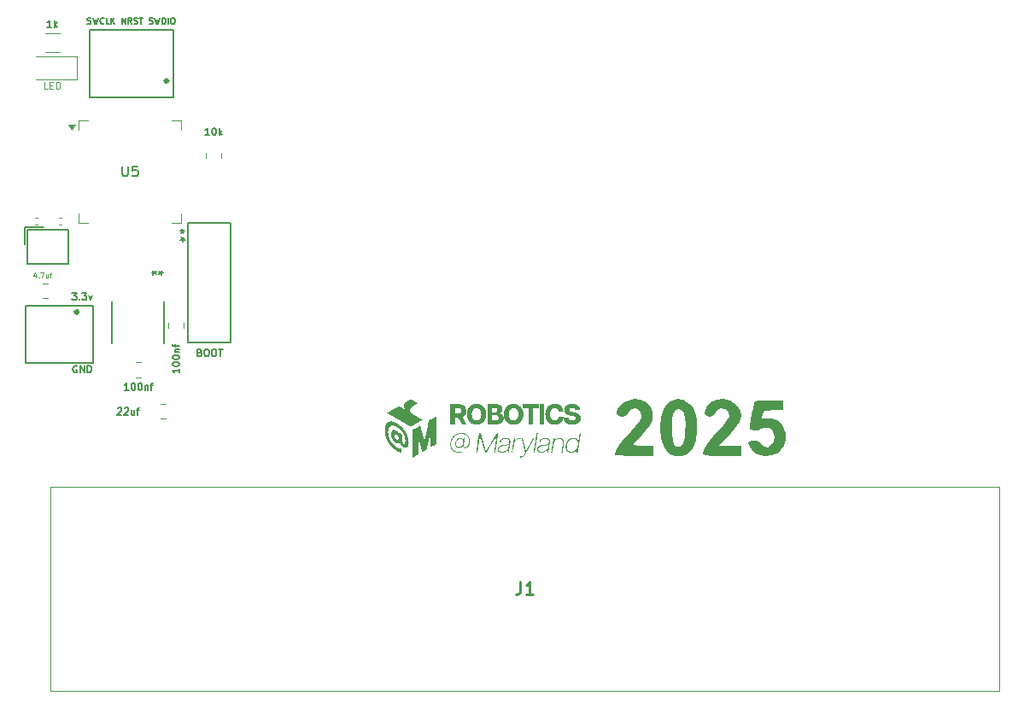
<source format=gbr>
%TF.GenerationSoftware,KiCad,Pcbnew,9.0.0*%
%TF.CreationDate,2025-04-06T17:48:58-04:00*%
%TF.ProjectId,Thruster_Control_Card_COPY,54687275-7374-4657-925f-436f6e74726f,rev?*%
%TF.SameCoordinates,Original*%
%TF.FileFunction,Legend,Top*%
%TF.FilePolarity,Positive*%
%FSLAX46Y46*%
G04 Gerber Fmt 4.6, Leading zero omitted, Abs format (unit mm)*
G04 Created by KiCad (PCBNEW 9.0.0) date 2025-04-06 17:48:58*
%MOMM*%
%LPD*%
G01*
G04 APERTURE LIST*
%ADD10C,0.150000*%
%ADD11C,0.125000*%
%ADD12C,0.254000*%
%ADD13C,0.200000*%
%ADD14C,0.400000*%
%ADD15C,0.120000*%
%ADD16C,0.152400*%
%ADD17C,0.100000*%
%ADD18C,0.000000*%
%ADD19C,0.152000*%
G04 APERTURE END LIST*
D10*
X155732017Y-85364866D02*
X155665350Y-85331533D01*
X155665350Y-85331533D02*
X155565350Y-85331533D01*
X155565350Y-85331533D02*
X155465350Y-85364866D01*
X155465350Y-85364866D02*
X155398684Y-85431533D01*
X155398684Y-85431533D02*
X155365350Y-85498200D01*
X155365350Y-85498200D02*
X155332017Y-85631533D01*
X155332017Y-85631533D02*
X155332017Y-85731533D01*
X155332017Y-85731533D02*
X155365350Y-85864866D01*
X155365350Y-85864866D02*
X155398684Y-85931533D01*
X155398684Y-85931533D02*
X155465350Y-85998200D01*
X155465350Y-85998200D02*
X155565350Y-86031533D01*
X155565350Y-86031533D02*
X155632017Y-86031533D01*
X155632017Y-86031533D02*
X155732017Y-85998200D01*
X155732017Y-85998200D02*
X155765350Y-85964866D01*
X155765350Y-85964866D02*
X155765350Y-85731533D01*
X155765350Y-85731533D02*
X155632017Y-85731533D01*
X156065350Y-86031533D02*
X156065350Y-85331533D01*
X156065350Y-85331533D02*
X156465350Y-86031533D01*
X156465350Y-86031533D02*
X156465350Y-85331533D01*
X156798683Y-86031533D02*
X156798683Y-85331533D01*
X156798683Y-85331533D02*
X156965350Y-85331533D01*
X156965350Y-85331533D02*
X157065350Y-85364866D01*
X157065350Y-85364866D02*
X157132017Y-85431533D01*
X157132017Y-85431533D02*
X157165350Y-85498200D01*
X157165350Y-85498200D02*
X157198683Y-85631533D01*
X157198683Y-85631533D02*
X157198683Y-85731533D01*
X157198683Y-85731533D02*
X157165350Y-85864866D01*
X157165350Y-85864866D02*
X157132017Y-85931533D01*
X157132017Y-85931533D02*
X157065350Y-85998200D01*
X157065350Y-85998200D02*
X156965350Y-86031533D01*
X156965350Y-86031533D02*
X156798683Y-86031533D01*
X155273684Y-78111533D02*
X155707017Y-78111533D01*
X155707017Y-78111533D02*
X155473684Y-78378200D01*
X155473684Y-78378200D02*
X155573684Y-78378200D01*
X155573684Y-78378200D02*
X155640350Y-78411533D01*
X155640350Y-78411533D02*
X155673684Y-78444866D01*
X155673684Y-78444866D02*
X155707017Y-78511533D01*
X155707017Y-78511533D02*
X155707017Y-78678200D01*
X155707017Y-78678200D02*
X155673684Y-78744866D01*
X155673684Y-78744866D02*
X155640350Y-78778200D01*
X155640350Y-78778200D02*
X155573684Y-78811533D01*
X155573684Y-78811533D02*
X155373684Y-78811533D01*
X155373684Y-78811533D02*
X155307017Y-78778200D01*
X155307017Y-78778200D02*
X155273684Y-78744866D01*
X156007017Y-78744866D02*
X156040351Y-78778200D01*
X156040351Y-78778200D02*
X156007017Y-78811533D01*
X156007017Y-78811533D02*
X155973684Y-78778200D01*
X155973684Y-78778200D02*
X156007017Y-78744866D01*
X156007017Y-78744866D02*
X156007017Y-78811533D01*
X156273684Y-78111533D02*
X156707017Y-78111533D01*
X156707017Y-78111533D02*
X156473684Y-78378200D01*
X156473684Y-78378200D02*
X156573684Y-78378200D01*
X156573684Y-78378200D02*
X156640350Y-78411533D01*
X156640350Y-78411533D02*
X156673684Y-78444866D01*
X156673684Y-78444866D02*
X156707017Y-78511533D01*
X156707017Y-78511533D02*
X156707017Y-78678200D01*
X156707017Y-78678200D02*
X156673684Y-78744866D01*
X156673684Y-78744866D02*
X156640350Y-78778200D01*
X156640350Y-78778200D02*
X156573684Y-78811533D01*
X156573684Y-78811533D02*
X156373684Y-78811533D01*
X156373684Y-78811533D02*
X156307017Y-78778200D01*
X156307017Y-78778200D02*
X156273684Y-78744866D01*
X156940351Y-78344866D02*
X157107017Y-78811533D01*
X157107017Y-78811533D02*
X157273684Y-78344866D01*
X164270180Y-76125000D02*
X164032085Y-76125000D01*
X164127323Y-75886905D02*
X164032085Y-76125000D01*
X164032085Y-76125000D02*
X164127323Y-76363095D01*
X163841609Y-75982143D02*
X164032085Y-76125000D01*
X164032085Y-76125000D02*
X163841609Y-76267857D01*
X163154819Y-76124999D02*
X163392914Y-76124999D01*
X163297676Y-76363094D02*
X163392914Y-76124999D01*
X163392914Y-76124999D02*
X163297676Y-75886904D01*
X163583390Y-76267856D02*
X163392914Y-76124999D01*
X163392914Y-76124999D02*
X163583390Y-75982142D01*
X159785000Y-89567700D02*
X159818333Y-89534366D01*
X159818333Y-89534366D02*
X159885000Y-89501033D01*
X159885000Y-89501033D02*
X160051667Y-89501033D01*
X160051667Y-89501033D02*
X160118333Y-89534366D01*
X160118333Y-89534366D02*
X160151667Y-89567700D01*
X160151667Y-89567700D02*
X160185000Y-89634366D01*
X160185000Y-89634366D02*
X160185000Y-89701033D01*
X160185000Y-89701033D02*
X160151667Y-89801033D01*
X160151667Y-89801033D02*
X159751667Y-90201033D01*
X159751667Y-90201033D02*
X160185000Y-90201033D01*
X160451667Y-89567700D02*
X160485000Y-89534366D01*
X160485000Y-89534366D02*
X160551667Y-89501033D01*
X160551667Y-89501033D02*
X160718334Y-89501033D01*
X160718334Y-89501033D02*
X160785000Y-89534366D01*
X160785000Y-89534366D02*
X160818334Y-89567700D01*
X160818334Y-89567700D02*
X160851667Y-89634366D01*
X160851667Y-89634366D02*
X160851667Y-89701033D01*
X160851667Y-89701033D02*
X160818334Y-89801033D01*
X160818334Y-89801033D02*
X160418334Y-90201033D01*
X160418334Y-90201033D02*
X160851667Y-90201033D01*
X161451667Y-89734366D02*
X161451667Y-90201033D01*
X161151667Y-89734366D02*
X161151667Y-90101033D01*
X161151667Y-90101033D02*
X161185001Y-90167700D01*
X161185001Y-90167700D02*
X161251667Y-90201033D01*
X161251667Y-90201033D02*
X161351667Y-90201033D01*
X161351667Y-90201033D02*
X161418334Y-90167700D01*
X161418334Y-90167700D02*
X161451667Y-90134366D01*
X161685000Y-89734366D02*
X161951667Y-89734366D01*
X161785000Y-90201033D02*
X161785000Y-89601033D01*
X161785000Y-89601033D02*
X161818334Y-89534366D01*
X161818334Y-89534366D02*
X161885000Y-89501033D01*
X161885000Y-89501033D02*
X161951667Y-89501033D01*
X167950001Y-84024366D02*
X168050001Y-84057700D01*
X168050001Y-84057700D02*
X168083334Y-84091033D01*
X168083334Y-84091033D02*
X168116667Y-84157700D01*
X168116667Y-84157700D02*
X168116667Y-84257700D01*
X168116667Y-84257700D02*
X168083334Y-84324366D01*
X168083334Y-84324366D02*
X168050001Y-84357700D01*
X168050001Y-84357700D02*
X167983334Y-84391033D01*
X167983334Y-84391033D02*
X167716667Y-84391033D01*
X167716667Y-84391033D02*
X167716667Y-83691033D01*
X167716667Y-83691033D02*
X167950001Y-83691033D01*
X167950001Y-83691033D02*
X168016667Y-83724366D01*
X168016667Y-83724366D02*
X168050001Y-83757700D01*
X168050001Y-83757700D02*
X168083334Y-83824366D01*
X168083334Y-83824366D02*
X168083334Y-83891033D01*
X168083334Y-83891033D02*
X168050001Y-83957700D01*
X168050001Y-83957700D02*
X168016667Y-83991033D01*
X168016667Y-83991033D02*
X167950001Y-84024366D01*
X167950001Y-84024366D02*
X167716667Y-84024366D01*
X168550001Y-83691033D02*
X168683334Y-83691033D01*
X168683334Y-83691033D02*
X168750001Y-83724366D01*
X168750001Y-83724366D02*
X168816667Y-83791033D01*
X168816667Y-83791033D02*
X168850001Y-83924366D01*
X168850001Y-83924366D02*
X168850001Y-84157700D01*
X168850001Y-84157700D02*
X168816667Y-84291033D01*
X168816667Y-84291033D02*
X168750001Y-84357700D01*
X168750001Y-84357700D02*
X168683334Y-84391033D01*
X168683334Y-84391033D02*
X168550001Y-84391033D01*
X168550001Y-84391033D02*
X168483334Y-84357700D01*
X168483334Y-84357700D02*
X168416667Y-84291033D01*
X168416667Y-84291033D02*
X168383334Y-84157700D01*
X168383334Y-84157700D02*
X168383334Y-83924366D01*
X168383334Y-83924366D02*
X168416667Y-83791033D01*
X168416667Y-83791033D02*
X168483334Y-83724366D01*
X168483334Y-83724366D02*
X168550001Y-83691033D01*
X169283334Y-83691033D02*
X169416667Y-83691033D01*
X169416667Y-83691033D02*
X169483334Y-83724366D01*
X169483334Y-83724366D02*
X169550000Y-83791033D01*
X169550000Y-83791033D02*
X169583334Y-83924366D01*
X169583334Y-83924366D02*
X169583334Y-84157700D01*
X169583334Y-84157700D02*
X169550000Y-84291033D01*
X169550000Y-84291033D02*
X169483334Y-84357700D01*
X169483334Y-84357700D02*
X169416667Y-84391033D01*
X169416667Y-84391033D02*
X169283334Y-84391033D01*
X169283334Y-84391033D02*
X169216667Y-84357700D01*
X169216667Y-84357700D02*
X169150000Y-84291033D01*
X169150000Y-84291033D02*
X169116667Y-84157700D01*
X169116667Y-84157700D02*
X169116667Y-83924366D01*
X169116667Y-83924366D02*
X169150000Y-83791033D01*
X169150000Y-83791033D02*
X169216667Y-83724366D01*
X169216667Y-83724366D02*
X169283334Y-83691033D01*
X169783333Y-83691033D02*
X170183333Y-83691033D01*
X169983333Y-84391033D02*
X169983333Y-83691033D01*
X166200000Y-71804819D02*
X166200000Y-72042914D01*
X165961905Y-71947676D02*
X166200000Y-72042914D01*
X166200000Y-72042914D02*
X166438095Y-71947676D01*
X166057143Y-72233390D02*
X166200000Y-72042914D01*
X166200000Y-72042914D02*
X166342857Y-72233390D01*
X166224999Y-73020180D02*
X166224999Y-72782085D01*
X166463094Y-72877323D02*
X166224999Y-72782085D01*
X166224999Y-72782085D02*
X165986904Y-72877323D01*
X166367856Y-72591609D02*
X166224999Y-72782085D01*
X166224999Y-72782085D02*
X166082142Y-72591609D01*
D11*
X151694048Y-76291476D02*
X151694048Y-76624809D01*
X151575000Y-76101000D02*
X151455953Y-76458142D01*
X151455953Y-76458142D02*
X151765476Y-76458142D01*
X151955952Y-76577190D02*
X151979762Y-76601000D01*
X151979762Y-76601000D02*
X151955952Y-76624809D01*
X151955952Y-76624809D02*
X151932143Y-76601000D01*
X151932143Y-76601000D02*
X151955952Y-76577190D01*
X151955952Y-76577190D02*
X151955952Y-76624809D01*
X152146428Y-76124809D02*
X152479761Y-76124809D01*
X152479761Y-76124809D02*
X152265476Y-76624809D01*
X152884523Y-76291476D02*
X152884523Y-76624809D01*
X152670237Y-76291476D02*
X152670237Y-76553380D01*
X152670237Y-76553380D02*
X152694047Y-76601000D01*
X152694047Y-76601000D02*
X152741666Y-76624809D01*
X152741666Y-76624809D02*
X152813094Y-76624809D01*
X152813094Y-76624809D02*
X152860713Y-76601000D01*
X152860713Y-76601000D02*
X152884523Y-76577190D01*
X153051190Y-76291476D02*
X153241666Y-76291476D01*
X153122618Y-76624809D02*
X153122618Y-76196238D01*
X153122618Y-76196238D02*
X153146428Y-76148619D01*
X153146428Y-76148619D02*
X153194047Y-76124809D01*
X153194047Y-76124809D02*
X153241666Y-76124809D01*
D10*
X160876666Y-87756033D02*
X160476666Y-87756033D01*
X160676666Y-87756033D02*
X160676666Y-87056033D01*
X160676666Y-87056033D02*
X160609999Y-87156033D01*
X160609999Y-87156033D02*
X160543333Y-87222700D01*
X160543333Y-87222700D02*
X160476666Y-87256033D01*
X161310000Y-87056033D02*
X161376666Y-87056033D01*
X161376666Y-87056033D02*
X161443333Y-87089366D01*
X161443333Y-87089366D02*
X161476666Y-87122700D01*
X161476666Y-87122700D02*
X161510000Y-87189366D01*
X161510000Y-87189366D02*
X161543333Y-87322700D01*
X161543333Y-87322700D02*
X161543333Y-87489366D01*
X161543333Y-87489366D02*
X161510000Y-87622700D01*
X161510000Y-87622700D02*
X161476666Y-87689366D01*
X161476666Y-87689366D02*
X161443333Y-87722700D01*
X161443333Y-87722700D02*
X161376666Y-87756033D01*
X161376666Y-87756033D02*
X161310000Y-87756033D01*
X161310000Y-87756033D02*
X161243333Y-87722700D01*
X161243333Y-87722700D02*
X161210000Y-87689366D01*
X161210000Y-87689366D02*
X161176666Y-87622700D01*
X161176666Y-87622700D02*
X161143333Y-87489366D01*
X161143333Y-87489366D02*
X161143333Y-87322700D01*
X161143333Y-87322700D02*
X161176666Y-87189366D01*
X161176666Y-87189366D02*
X161210000Y-87122700D01*
X161210000Y-87122700D02*
X161243333Y-87089366D01*
X161243333Y-87089366D02*
X161310000Y-87056033D01*
X161976667Y-87056033D02*
X162043333Y-87056033D01*
X162043333Y-87056033D02*
X162110000Y-87089366D01*
X162110000Y-87089366D02*
X162143333Y-87122700D01*
X162143333Y-87122700D02*
X162176667Y-87189366D01*
X162176667Y-87189366D02*
X162210000Y-87322700D01*
X162210000Y-87322700D02*
X162210000Y-87489366D01*
X162210000Y-87489366D02*
X162176667Y-87622700D01*
X162176667Y-87622700D02*
X162143333Y-87689366D01*
X162143333Y-87689366D02*
X162110000Y-87722700D01*
X162110000Y-87722700D02*
X162043333Y-87756033D01*
X162043333Y-87756033D02*
X161976667Y-87756033D01*
X161976667Y-87756033D02*
X161910000Y-87722700D01*
X161910000Y-87722700D02*
X161876667Y-87689366D01*
X161876667Y-87689366D02*
X161843333Y-87622700D01*
X161843333Y-87622700D02*
X161810000Y-87489366D01*
X161810000Y-87489366D02*
X161810000Y-87322700D01*
X161810000Y-87322700D02*
X161843333Y-87189366D01*
X161843333Y-87189366D02*
X161876667Y-87122700D01*
X161876667Y-87122700D02*
X161910000Y-87089366D01*
X161910000Y-87089366D02*
X161976667Y-87056033D01*
X162510000Y-87289366D02*
X162510000Y-87756033D01*
X162510000Y-87356033D02*
X162543334Y-87322700D01*
X162543334Y-87322700D02*
X162610000Y-87289366D01*
X162610000Y-87289366D02*
X162710000Y-87289366D01*
X162710000Y-87289366D02*
X162776667Y-87322700D01*
X162776667Y-87322700D02*
X162810000Y-87389366D01*
X162810000Y-87389366D02*
X162810000Y-87756033D01*
X163043333Y-87289366D02*
X163310000Y-87289366D01*
X163143333Y-87756033D02*
X163143333Y-87156033D01*
X163143333Y-87156033D02*
X163176667Y-87089366D01*
X163176667Y-87089366D02*
X163243333Y-87056033D01*
X163243333Y-87056033D02*
X163310000Y-87056033D01*
D12*
X199728667Y-106751318D02*
X199728667Y-107658461D01*
X199728667Y-107658461D02*
X199668190Y-107839889D01*
X199668190Y-107839889D02*
X199547238Y-107960842D01*
X199547238Y-107960842D02*
X199365809Y-108021318D01*
X199365809Y-108021318D02*
X199244857Y-108021318D01*
X200998667Y-108021318D02*
X200272952Y-108021318D01*
X200635809Y-108021318D02*
X200635809Y-106751318D01*
X200635809Y-106751318D02*
X200514857Y-106932746D01*
X200514857Y-106932746D02*
X200393905Y-107053699D01*
X200393905Y-107053699D02*
X200272952Y-107114175D01*
D10*
X165916033Y-85633333D02*
X165916033Y-86033333D01*
X165916033Y-85833333D02*
X165216033Y-85833333D01*
X165216033Y-85833333D02*
X165316033Y-85900000D01*
X165316033Y-85900000D02*
X165382700Y-85966667D01*
X165382700Y-85966667D02*
X165416033Y-86033333D01*
X165216033Y-85200000D02*
X165216033Y-85133333D01*
X165216033Y-85133333D02*
X165249366Y-85066666D01*
X165249366Y-85066666D02*
X165282700Y-85033333D01*
X165282700Y-85033333D02*
X165349366Y-85000000D01*
X165349366Y-85000000D02*
X165482700Y-84966666D01*
X165482700Y-84966666D02*
X165649366Y-84966666D01*
X165649366Y-84966666D02*
X165782700Y-85000000D01*
X165782700Y-85000000D02*
X165849366Y-85033333D01*
X165849366Y-85033333D02*
X165882700Y-85066666D01*
X165882700Y-85066666D02*
X165916033Y-85133333D01*
X165916033Y-85133333D02*
X165916033Y-85200000D01*
X165916033Y-85200000D02*
X165882700Y-85266666D01*
X165882700Y-85266666D02*
X165849366Y-85300000D01*
X165849366Y-85300000D02*
X165782700Y-85333333D01*
X165782700Y-85333333D02*
X165649366Y-85366666D01*
X165649366Y-85366666D02*
X165482700Y-85366666D01*
X165482700Y-85366666D02*
X165349366Y-85333333D01*
X165349366Y-85333333D02*
X165282700Y-85300000D01*
X165282700Y-85300000D02*
X165249366Y-85266666D01*
X165249366Y-85266666D02*
X165216033Y-85200000D01*
X165216033Y-84533333D02*
X165216033Y-84466666D01*
X165216033Y-84466666D02*
X165249366Y-84399999D01*
X165249366Y-84399999D02*
X165282700Y-84366666D01*
X165282700Y-84366666D02*
X165349366Y-84333333D01*
X165349366Y-84333333D02*
X165482700Y-84299999D01*
X165482700Y-84299999D02*
X165649366Y-84299999D01*
X165649366Y-84299999D02*
X165782700Y-84333333D01*
X165782700Y-84333333D02*
X165849366Y-84366666D01*
X165849366Y-84366666D02*
X165882700Y-84399999D01*
X165882700Y-84399999D02*
X165916033Y-84466666D01*
X165916033Y-84466666D02*
X165916033Y-84533333D01*
X165916033Y-84533333D02*
X165882700Y-84599999D01*
X165882700Y-84599999D02*
X165849366Y-84633333D01*
X165849366Y-84633333D02*
X165782700Y-84666666D01*
X165782700Y-84666666D02*
X165649366Y-84699999D01*
X165649366Y-84699999D02*
X165482700Y-84699999D01*
X165482700Y-84699999D02*
X165349366Y-84666666D01*
X165349366Y-84666666D02*
X165282700Y-84633333D01*
X165282700Y-84633333D02*
X165249366Y-84599999D01*
X165249366Y-84599999D02*
X165216033Y-84533333D01*
X165449366Y-83999999D02*
X165916033Y-83999999D01*
X165516033Y-83999999D02*
X165482700Y-83966666D01*
X165482700Y-83966666D02*
X165449366Y-83899999D01*
X165449366Y-83899999D02*
X165449366Y-83799999D01*
X165449366Y-83799999D02*
X165482700Y-83733332D01*
X165482700Y-83733332D02*
X165549366Y-83699999D01*
X165549366Y-83699999D02*
X165916033Y-83699999D01*
X165449366Y-83466666D02*
X165449366Y-83199999D01*
X165916033Y-83366666D02*
X165316033Y-83366666D01*
X165316033Y-83366666D02*
X165249366Y-83333333D01*
X165249366Y-83333333D02*
X165216033Y-83266666D01*
X165216033Y-83266666D02*
X165216033Y-83199999D01*
X153216666Y-51791033D02*
X152816666Y-51791033D01*
X153016666Y-51791033D02*
X153016666Y-51091033D01*
X153016666Y-51091033D02*
X152949999Y-51191033D01*
X152949999Y-51191033D02*
X152883333Y-51257700D01*
X152883333Y-51257700D02*
X152816666Y-51291033D01*
X153516666Y-51791033D02*
X153516666Y-51091033D01*
X153583333Y-51524366D02*
X153783333Y-51791033D01*
X153783333Y-51324366D02*
X153516666Y-51591033D01*
X156796428Y-51416200D02*
X156882143Y-51444771D01*
X156882143Y-51444771D02*
X157025000Y-51444771D01*
X157025000Y-51444771D02*
X157082143Y-51416200D01*
X157082143Y-51416200D02*
X157110714Y-51387628D01*
X157110714Y-51387628D02*
X157139285Y-51330485D01*
X157139285Y-51330485D02*
X157139285Y-51273342D01*
X157139285Y-51273342D02*
X157110714Y-51216200D01*
X157110714Y-51216200D02*
X157082143Y-51187628D01*
X157082143Y-51187628D02*
X157025000Y-51159057D01*
X157025000Y-51159057D02*
X156910714Y-51130485D01*
X156910714Y-51130485D02*
X156853571Y-51101914D01*
X156853571Y-51101914D02*
X156825000Y-51073342D01*
X156825000Y-51073342D02*
X156796428Y-51016200D01*
X156796428Y-51016200D02*
X156796428Y-50959057D01*
X156796428Y-50959057D02*
X156825000Y-50901914D01*
X156825000Y-50901914D02*
X156853571Y-50873342D01*
X156853571Y-50873342D02*
X156910714Y-50844771D01*
X156910714Y-50844771D02*
X157053571Y-50844771D01*
X157053571Y-50844771D02*
X157139285Y-50873342D01*
X157339286Y-50844771D02*
X157482143Y-51444771D01*
X157482143Y-51444771D02*
X157596429Y-51016200D01*
X157596429Y-51016200D02*
X157710714Y-51444771D01*
X157710714Y-51444771D02*
X157853572Y-50844771D01*
X158425000Y-51387628D02*
X158396428Y-51416200D01*
X158396428Y-51416200D02*
X158310714Y-51444771D01*
X158310714Y-51444771D02*
X158253571Y-51444771D01*
X158253571Y-51444771D02*
X158167857Y-51416200D01*
X158167857Y-51416200D02*
X158110714Y-51359057D01*
X158110714Y-51359057D02*
X158082143Y-51301914D01*
X158082143Y-51301914D02*
X158053571Y-51187628D01*
X158053571Y-51187628D02*
X158053571Y-51101914D01*
X158053571Y-51101914D02*
X158082143Y-50987628D01*
X158082143Y-50987628D02*
X158110714Y-50930485D01*
X158110714Y-50930485D02*
X158167857Y-50873342D01*
X158167857Y-50873342D02*
X158253571Y-50844771D01*
X158253571Y-50844771D02*
X158310714Y-50844771D01*
X158310714Y-50844771D02*
X158396428Y-50873342D01*
X158396428Y-50873342D02*
X158425000Y-50901914D01*
X158967857Y-51444771D02*
X158682143Y-51444771D01*
X158682143Y-51444771D02*
X158682143Y-50844771D01*
X159167857Y-51444771D02*
X159167857Y-50844771D01*
X159510714Y-51444771D02*
X159253571Y-51101914D01*
X159510714Y-50844771D02*
X159167857Y-51187628D01*
X160225000Y-51444771D02*
X160225000Y-50844771D01*
X160225000Y-50844771D02*
X160567857Y-51444771D01*
X160567857Y-51444771D02*
X160567857Y-50844771D01*
X161196428Y-51444771D02*
X160996428Y-51159057D01*
X160853571Y-51444771D02*
X160853571Y-50844771D01*
X160853571Y-50844771D02*
X161082142Y-50844771D01*
X161082142Y-50844771D02*
X161139285Y-50873342D01*
X161139285Y-50873342D02*
X161167856Y-50901914D01*
X161167856Y-50901914D02*
X161196428Y-50959057D01*
X161196428Y-50959057D02*
X161196428Y-51044771D01*
X161196428Y-51044771D02*
X161167856Y-51101914D01*
X161167856Y-51101914D02*
X161139285Y-51130485D01*
X161139285Y-51130485D02*
X161082142Y-51159057D01*
X161082142Y-51159057D02*
X160853571Y-51159057D01*
X161424999Y-51416200D02*
X161510714Y-51444771D01*
X161510714Y-51444771D02*
X161653571Y-51444771D01*
X161653571Y-51444771D02*
X161710714Y-51416200D01*
X161710714Y-51416200D02*
X161739285Y-51387628D01*
X161739285Y-51387628D02*
X161767856Y-51330485D01*
X161767856Y-51330485D02*
X161767856Y-51273342D01*
X161767856Y-51273342D02*
X161739285Y-51216200D01*
X161739285Y-51216200D02*
X161710714Y-51187628D01*
X161710714Y-51187628D02*
X161653571Y-51159057D01*
X161653571Y-51159057D02*
X161539285Y-51130485D01*
X161539285Y-51130485D02*
X161482142Y-51101914D01*
X161482142Y-51101914D02*
X161453571Y-51073342D01*
X161453571Y-51073342D02*
X161424999Y-51016200D01*
X161424999Y-51016200D02*
X161424999Y-50959057D01*
X161424999Y-50959057D02*
X161453571Y-50901914D01*
X161453571Y-50901914D02*
X161482142Y-50873342D01*
X161482142Y-50873342D02*
X161539285Y-50844771D01*
X161539285Y-50844771D02*
X161682142Y-50844771D01*
X161682142Y-50844771D02*
X161767856Y-50873342D01*
X161939285Y-50844771D02*
X162282143Y-50844771D01*
X162110714Y-51444771D02*
X162110714Y-50844771D01*
X162910714Y-51416200D02*
X162996429Y-51444771D01*
X162996429Y-51444771D02*
X163139286Y-51444771D01*
X163139286Y-51444771D02*
X163196429Y-51416200D01*
X163196429Y-51416200D02*
X163225000Y-51387628D01*
X163225000Y-51387628D02*
X163253571Y-51330485D01*
X163253571Y-51330485D02*
X163253571Y-51273342D01*
X163253571Y-51273342D02*
X163225000Y-51216200D01*
X163225000Y-51216200D02*
X163196429Y-51187628D01*
X163196429Y-51187628D02*
X163139286Y-51159057D01*
X163139286Y-51159057D02*
X163025000Y-51130485D01*
X163025000Y-51130485D02*
X162967857Y-51101914D01*
X162967857Y-51101914D02*
X162939286Y-51073342D01*
X162939286Y-51073342D02*
X162910714Y-51016200D01*
X162910714Y-51016200D02*
X162910714Y-50959057D01*
X162910714Y-50959057D02*
X162939286Y-50901914D01*
X162939286Y-50901914D02*
X162967857Y-50873342D01*
X162967857Y-50873342D02*
X163025000Y-50844771D01*
X163025000Y-50844771D02*
X163167857Y-50844771D01*
X163167857Y-50844771D02*
X163253571Y-50873342D01*
X163453572Y-50844771D02*
X163596429Y-51444771D01*
X163596429Y-51444771D02*
X163710715Y-51016200D01*
X163710715Y-51016200D02*
X163825000Y-51444771D01*
X163825000Y-51444771D02*
X163967858Y-50844771D01*
X164196429Y-51444771D02*
X164196429Y-50844771D01*
X164196429Y-50844771D02*
X164339286Y-50844771D01*
X164339286Y-50844771D02*
X164425000Y-50873342D01*
X164425000Y-50873342D02*
X164482143Y-50930485D01*
X164482143Y-50930485D02*
X164510714Y-50987628D01*
X164510714Y-50987628D02*
X164539286Y-51101914D01*
X164539286Y-51101914D02*
X164539286Y-51187628D01*
X164539286Y-51187628D02*
X164510714Y-51301914D01*
X164510714Y-51301914D02*
X164482143Y-51359057D01*
X164482143Y-51359057D02*
X164425000Y-51416200D01*
X164425000Y-51416200D02*
X164339286Y-51444771D01*
X164339286Y-51444771D02*
X164196429Y-51444771D01*
X164796429Y-51444771D02*
X164796429Y-50844771D01*
X165196428Y-50844771D02*
X165310714Y-50844771D01*
X165310714Y-50844771D02*
X165367857Y-50873342D01*
X165367857Y-50873342D02*
X165425000Y-50930485D01*
X165425000Y-50930485D02*
X165453571Y-51044771D01*
X165453571Y-51044771D02*
X165453571Y-51244771D01*
X165453571Y-51244771D02*
X165425000Y-51359057D01*
X165425000Y-51359057D02*
X165367857Y-51416200D01*
X165367857Y-51416200D02*
X165310714Y-51444771D01*
X165310714Y-51444771D02*
X165196428Y-51444771D01*
X165196428Y-51444771D02*
X165139286Y-51416200D01*
X165139286Y-51416200D02*
X165082143Y-51359057D01*
X165082143Y-51359057D02*
X165053571Y-51244771D01*
X165053571Y-51244771D02*
X165053571Y-51044771D01*
X165053571Y-51044771D02*
X165082143Y-50930485D01*
X165082143Y-50930485D02*
X165139286Y-50873342D01*
X165139286Y-50873342D02*
X165196428Y-50844771D01*
X168883333Y-62466033D02*
X168483333Y-62466033D01*
X168683333Y-62466033D02*
X168683333Y-61766033D01*
X168683333Y-61766033D02*
X168616666Y-61866033D01*
X168616666Y-61866033D02*
X168550000Y-61932700D01*
X168550000Y-61932700D02*
X168483333Y-61966033D01*
X169316667Y-61766033D02*
X169383333Y-61766033D01*
X169383333Y-61766033D02*
X169450000Y-61799366D01*
X169450000Y-61799366D02*
X169483333Y-61832700D01*
X169483333Y-61832700D02*
X169516667Y-61899366D01*
X169516667Y-61899366D02*
X169550000Y-62032700D01*
X169550000Y-62032700D02*
X169550000Y-62199366D01*
X169550000Y-62199366D02*
X169516667Y-62332700D01*
X169516667Y-62332700D02*
X169483333Y-62399366D01*
X169483333Y-62399366D02*
X169450000Y-62432700D01*
X169450000Y-62432700D02*
X169383333Y-62466033D01*
X169383333Y-62466033D02*
X169316667Y-62466033D01*
X169316667Y-62466033D02*
X169250000Y-62432700D01*
X169250000Y-62432700D02*
X169216667Y-62399366D01*
X169216667Y-62399366D02*
X169183333Y-62332700D01*
X169183333Y-62332700D02*
X169150000Y-62199366D01*
X169150000Y-62199366D02*
X169150000Y-62032700D01*
X169150000Y-62032700D02*
X169183333Y-61899366D01*
X169183333Y-61899366D02*
X169216667Y-61832700D01*
X169216667Y-61832700D02*
X169250000Y-61799366D01*
X169250000Y-61799366D02*
X169316667Y-61766033D01*
X169850000Y-62466033D02*
X169850000Y-61766033D01*
X169916667Y-62199366D02*
X170116667Y-62466033D01*
X170116667Y-61999366D02*
X169850000Y-62266033D01*
D11*
X152825000Y-57917333D02*
X152491666Y-57917333D01*
X152491666Y-57917333D02*
X152491666Y-57217333D01*
X153058333Y-57550666D02*
X153291667Y-57550666D01*
X153391667Y-57917333D02*
X153058333Y-57917333D01*
X153058333Y-57917333D02*
X153058333Y-57217333D01*
X153058333Y-57217333D02*
X153391667Y-57217333D01*
X153691666Y-57917333D02*
X153691666Y-57217333D01*
X153691666Y-57217333D02*
X153858333Y-57217333D01*
X153858333Y-57217333D02*
X153958333Y-57250666D01*
X153958333Y-57250666D02*
X154025000Y-57317333D01*
X154025000Y-57317333D02*
X154058333Y-57384000D01*
X154058333Y-57384000D02*
X154091666Y-57517333D01*
X154091666Y-57517333D02*
X154091666Y-57617333D01*
X154091666Y-57617333D02*
X154058333Y-57750666D01*
X154058333Y-57750666D02*
X154025000Y-57817333D01*
X154025000Y-57817333D02*
X153958333Y-57884000D01*
X153958333Y-57884000D02*
X153858333Y-57917333D01*
X153858333Y-57917333D02*
X153691666Y-57917333D01*
D10*
X160238095Y-65554819D02*
X160238095Y-66364342D01*
X160238095Y-66364342D02*
X160285714Y-66459580D01*
X160285714Y-66459580D02*
X160333333Y-66507200D01*
X160333333Y-66507200D02*
X160428571Y-66554819D01*
X160428571Y-66554819D02*
X160619047Y-66554819D01*
X160619047Y-66554819D02*
X160714285Y-66507200D01*
X160714285Y-66507200D02*
X160761904Y-66459580D01*
X160761904Y-66459580D02*
X160809523Y-66364342D01*
X160809523Y-66364342D02*
X160809523Y-65554819D01*
X161761904Y-65554819D02*
X161285714Y-65554819D01*
X161285714Y-65554819D02*
X161238095Y-66031009D01*
X161238095Y-66031009D02*
X161285714Y-65983390D01*
X161285714Y-65983390D02*
X161380952Y-65935771D01*
X161380952Y-65935771D02*
X161619047Y-65935771D01*
X161619047Y-65935771D02*
X161714285Y-65983390D01*
X161714285Y-65983390D02*
X161761904Y-66031009D01*
X161761904Y-66031009D02*
X161809523Y-66126247D01*
X161809523Y-66126247D02*
X161809523Y-66364342D01*
X161809523Y-66364342D02*
X161761904Y-66459580D01*
X161761904Y-66459580D02*
X161714285Y-66507200D01*
X161714285Y-66507200D02*
X161619047Y-66554819D01*
X161619047Y-66554819D02*
X161380952Y-66554819D01*
X161380952Y-66554819D02*
X161285714Y-66507200D01*
X161285714Y-66507200D02*
X161238095Y-66459580D01*
D13*
%TO.C,J7*%
X150675000Y-79380000D02*
X157375000Y-79380000D01*
X150675000Y-85060000D02*
X150675000Y-79380000D01*
X157375000Y-79380000D02*
X157375000Y-85060000D01*
X157375000Y-85060000D02*
X150675000Y-85060000D01*
D14*
X155825000Y-80020000D02*
G75*
G02*
X155625000Y-80020000I-100000J0D01*
G01*
X155625000Y-80020000D02*
G75*
G02*
X155825000Y-80020000I100000J0D01*
G01*
D15*
%TO.C,C1*%
X154183335Y-70640000D02*
X153951665Y-70640000D01*
X154183335Y-71360000D02*
X153951665Y-71360000D01*
D16*
%TO.C,U6*%
X159216900Y-78957200D02*
X159216900Y-83122800D01*
X164373100Y-83122800D02*
X164373100Y-78957200D01*
D15*
%TO.C,22uf*%
X164536252Y-89090000D02*
X164013748Y-89090000D01*
X164536252Y-90560000D02*
X164013748Y-90560000D01*
D16*
%TO.C,BOOT*%
X166779100Y-71169100D02*
X166779100Y-83030900D01*
X166779100Y-83030900D02*
X171020900Y-83030900D01*
X171020900Y-71169100D02*
X166779100Y-71169100D01*
X171020900Y-83030900D02*
X171020900Y-71169100D01*
D15*
%TO.C,4.7uf*%
X152363748Y-77190000D02*
X152886252Y-77190000D01*
X152363748Y-78660000D02*
X152886252Y-78660000D01*
%TO.C,100nf*%
X161598748Y-85005000D02*
X162121252Y-85005000D01*
X161598748Y-86475000D02*
X162121252Y-86475000D01*
D17*
%TO.C,J1*%
X153152000Y-97342000D02*
X247152000Y-97342000D01*
X153152000Y-117552000D02*
X153152000Y-97342000D01*
X247152000Y-97342000D02*
X247152000Y-117552000D01*
X247152000Y-117552000D02*
X153152000Y-117552000D01*
D15*
%TO.C,100nf*%
X164840000Y-81573752D02*
X164840000Y-81051248D01*
X166310000Y-81573752D02*
X166310000Y-81051248D01*
%TO.C,1k*%
X154027064Y-52415000D02*
X152572936Y-52415000D01*
X154027064Y-54235000D02*
X152572936Y-54235000D01*
D13*
%TO.C,SWCLK NRST SWDIO*%
X157050000Y-52050000D02*
X165270000Y-52050000D01*
X157050000Y-58750000D02*
X157050000Y-52050000D01*
X165270000Y-52050000D02*
X165270000Y-58750000D01*
X165270000Y-58750000D02*
X157050000Y-58750000D01*
D14*
X164730000Y-57100000D02*
G75*
G02*
X164530000Y-57100000I-100000J0D01*
G01*
X164530000Y-57100000D02*
G75*
G02*
X164730000Y-57100000I100000J0D01*
G01*
D15*
%TO.C,10k*%
X168565000Y-64272936D02*
X168565000Y-64727064D01*
X170035000Y-64272936D02*
X170035000Y-64727064D01*
D18*
%TO.C,G\u002A\u002A\u002A*%
G36*
X202075345Y-90146969D02*
G01*
X202075345Y-91142604D01*
X201837908Y-91142604D01*
X201600470Y-91142604D01*
X201600470Y-90146969D01*
X201600470Y-89151333D01*
X201837908Y-89151333D01*
X202075345Y-89151333D01*
X202075345Y-90146969D01*
G37*
G36*
X201540747Y-89363279D02*
G01*
X201540747Y-89575225D01*
X201257424Y-89575225D01*
X200974101Y-89575225D01*
X200974101Y-90358914D01*
X200974101Y-91142604D01*
X200735207Y-91142604D01*
X200496312Y-91142604D01*
X200496312Y-90358914D01*
X200496312Y-89575225D01*
X200214446Y-89575225D01*
X199932580Y-89575225D01*
X199932580Y-89363279D01*
X199932580Y-89151333D01*
X200736663Y-89151333D01*
X201540747Y-89151333D01*
X201540747Y-89363279D01*
G37*
G36*
X201415144Y-92037287D02*
G01*
X201422523Y-92037403D01*
X201427905Y-92037598D01*
X201431516Y-92037876D01*
X201433585Y-92038245D01*
X201434342Y-92038710D01*
X201434356Y-92038805D01*
X201434127Y-92040333D01*
X201433453Y-92044663D01*
X201432346Y-92051719D01*
X201430818Y-92061427D01*
X201428882Y-92073710D01*
X201426548Y-92088493D01*
X201423829Y-92105702D01*
X201420737Y-92125259D01*
X201417285Y-92147091D01*
X201413482Y-92171121D01*
X201409343Y-92197274D01*
X201404878Y-92225475D01*
X201400100Y-92255648D01*
X201395021Y-92287718D01*
X201389652Y-92321610D01*
X201384006Y-92357247D01*
X201378094Y-92394556D01*
X201371929Y-92433459D01*
X201365521Y-92473882D01*
X201358885Y-92515750D01*
X201352030Y-92558986D01*
X201344970Y-92603516D01*
X201337715Y-92649264D01*
X201330279Y-92696155D01*
X201322673Y-92744113D01*
X201314909Y-92793062D01*
X201306999Y-92842929D01*
X201298954Y-92893636D01*
X201290788Y-92945109D01*
X201284643Y-92983838D01*
X201134982Y-93927034D01*
X201079305Y-93927415D01*
X201064558Y-93927498D01*
X201052496Y-93927520D01*
X201042889Y-93927476D01*
X201035510Y-93927360D01*
X201030129Y-93927166D01*
X201026518Y-93926887D01*
X201024449Y-93926518D01*
X201023692Y-93926053D01*
X201023678Y-93925959D01*
X201023907Y-93924431D01*
X201024581Y-93920101D01*
X201025687Y-93913044D01*
X201027215Y-93903337D01*
X201029151Y-93891054D01*
X201031485Y-93876270D01*
X201034203Y-93859062D01*
X201037295Y-93839504D01*
X201040748Y-93817673D01*
X201044550Y-93793643D01*
X201048689Y-93767490D01*
X201053153Y-93739289D01*
X201057931Y-93709115D01*
X201063010Y-93677045D01*
X201068379Y-93643154D01*
X201074025Y-93607516D01*
X201079936Y-93570208D01*
X201086102Y-93531305D01*
X201092509Y-93490881D01*
X201099145Y-93449014D01*
X201106000Y-93405777D01*
X201113060Y-93361248D01*
X201120314Y-93315499D01*
X201127750Y-93268609D01*
X201135356Y-93220651D01*
X201143120Y-93171701D01*
X201151030Y-93121835D01*
X201159074Y-93071127D01*
X201167240Y-93019655D01*
X201173385Y-92980925D01*
X201323043Y-92037730D01*
X201378726Y-92037348D01*
X201393474Y-92037266D01*
X201405536Y-92037243D01*
X201415144Y-92037287D01*
G37*
G36*
X199664303Y-92511104D02*
G01*
X199678779Y-92511351D01*
X199692167Y-92511800D01*
X199703948Y-92512449D01*
X199713601Y-92513300D01*
X199717457Y-92513800D01*
X199727422Y-92515491D01*
X199736438Y-92517403D01*
X199744123Y-92519423D01*
X199750092Y-92521435D01*
X199753963Y-92523326D01*
X199755351Y-92524981D01*
X199755346Y-92525082D01*
X199755051Y-92526987D01*
X199754330Y-92531402D01*
X199753245Y-92537966D01*
X199751856Y-92546316D01*
X199750222Y-92556091D01*
X199748403Y-92566927D01*
X199747408Y-92572845D01*
X199739718Y-92618519D01*
X199733818Y-92617667D01*
X199722460Y-92616037D01*
X199713052Y-92614740D01*
X199705028Y-92613737D01*
X199697821Y-92612989D01*
X199690862Y-92612459D01*
X199683585Y-92612107D01*
X199675423Y-92611896D01*
X199665808Y-92611786D01*
X199654173Y-92611739D01*
X199646344Y-92611726D01*
X199630523Y-92611752D01*
X199617044Y-92611907D01*
X199605339Y-92612229D01*
X199594838Y-92612756D01*
X199584972Y-92613529D01*
X199575172Y-92614585D01*
X199564868Y-92615964D01*
X199553491Y-92617705D01*
X199549475Y-92618354D01*
X199510422Y-92626164D01*
X199472505Y-92636640D01*
X199435800Y-92649737D01*
X199400382Y-92665407D01*
X199366326Y-92683604D01*
X199333708Y-92704281D01*
X199302603Y-92727392D01*
X199273086Y-92752889D01*
X199245234Y-92780727D01*
X199219120Y-92810858D01*
X199201772Y-92833487D01*
X199180565Y-92864929D01*
X199161161Y-92898484D01*
X199143675Y-92933890D01*
X199128224Y-92970884D01*
X199114923Y-93009205D01*
X199103889Y-93048588D01*
X199100766Y-93061770D01*
X199100316Y-93063744D01*
X199099901Y-93065550D01*
X199099506Y-93067287D01*
X199099116Y-93069050D01*
X199098714Y-93070938D01*
X199098286Y-93073046D01*
X199097816Y-93075472D01*
X199097289Y-93078312D01*
X199096690Y-93081663D01*
X199096003Y-93085623D01*
X199095212Y-93090289D01*
X199094302Y-93095756D01*
X199093259Y-93102122D01*
X199092065Y-93109484D01*
X199090707Y-93117938D01*
X199089169Y-93127583D01*
X199087435Y-93138513D01*
X199085490Y-93150827D01*
X199083318Y-93164621D01*
X199080905Y-93179993D01*
X199078234Y-93197038D01*
X199075291Y-93215855D01*
X199072059Y-93236539D01*
X199068524Y-93259187D01*
X199064671Y-93283897D01*
X199060483Y-93310766D01*
X199055945Y-93339890D01*
X199051043Y-93371366D01*
X199045760Y-93405291D01*
X199040081Y-93441763D01*
X199033991Y-93480877D01*
X199027475Y-93522730D01*
X199024515Y-93541744D01*
X198964525Y-93927034D01*
X198908666Y-93927416D01*
X198852808Y-93927797D01*
X198853677Y-93922317D01*
X198853958Y-93920538D01*
X198854678Y-93915970D01*
X198855824Y-93908702D01*
X198857382Y-93898822D01*
X198859338Y-93886418D01*
X198861677Y-93871580D01*
X198864386Y-93854397D01*
X198867451Y-93834957D01*
X198870858Y-93813348D01*
X198874593Y-93789659D01*
X198878641Y-93763980D01*
X198882990Y-93736398D01*
X198887624Y-93707003D01*
X198892530Y-93675883D01*
X198897694Y-93643127D01*
X198903102Y-93608823D01*
X198908740Y-93573060D01*
X198914594Y-93535927D01*
X198920650Y-93497512D01*
X198926895Y-93457905D01*
X198933313Y-93417194D01*
X198939891Y-93375467D01*
X198946615Y-93332813D01*
X198953471Y-93289322D01*
X198960446Y-93245081D01*
X198963854Y-93223461D01*
X198970878Y-93178910D01*
X198977790Y-93135073D01*
X198984576Y-93092040D01*
X198991223Y-93049898D01*
X198997716Y-93008736D01*
X199004042Y-92968642D01*
X199010186Y-92929704D01*
X199016134Y-92892012D01*
X199021873Y-92855652D01*
X199027389Y-92820714D01*
X199032667Y-92787285D01*
X199037694Y-92755455D01*
X199042456Y-92725310D01*
X199046938Y-92696941D01*
X199051128Y-92670434D01*
X199055010Y-92645879D01*
X199058572Y-92623363D01*
X199061798Y-92602975D01*
X199064675Y-92584803D01*
X199067190Y-92568936D01*
X199069327Y-92555462D01*
X199071074Y-92544468D01*
X199072416Y-92536045D01*
X199073340Y-92530278D01*
X199073830Y-92527258D01*
X199073909Y-92526807D01*
X199074655Y-92523530D01*
X199129981Y-92523530D01*
X199144540Y-92523547D01*
X199156429Y-92523602D01*
X199165888Y-92523704D01*
X199173160Y-92523863D01*
X199178486Y-92524085D01*
X199182110Y-92524380D01*
X199184272Y-92524756D01*
X199185216Y-92525222D01*
X199185307Y-92525462D01*
X199185080Y-92527114D01*
X199184423Y-92531408D01*
X199183374Y-92538107D01*
X199181972Y-92546979D01*
X199180254Y-92557787D01*
X199178257Y-92570298D01*
X199176021Y-92584278D01*
X199173582Y-92599490D01*
X199170978Y-92615702D01*
X199168248Y-92632677D01*
X199165429Y-92650183D01*
X199162559Y-92667983D01*
X199159676Y-92685844D01*
X199156818Y-92703530D01*
X199154022Y-92720808D01*
X199151327Y-92737442D01*
X199148770Y-92753199D01*
X199146389Y-92767843D01*
X199144222Y-92781139D01*
X199142307Y-92792854D01*
X199140682Y-92802753D01*
X199139384Y-92810601D01*
X199138452Y-92816163D01*
X199137923Y-92819204D01*
X199137847Y-92819599D01*
X199137641Y-92822597D01*
X199138934Y-92823591D01*
X199139256Y-92823604D01*
X199140866Y-92822293D01*
X199143506Y-92818475D01*
X199147068Y-92812326D01*
X199151444Y-92804020D01*
X199151672Y-92803571D01*
X199166695Y-92776557D01*
X199184271Y-92749539D01*
X199204070Y-92722930D01*
X199225762Y-92697143D01*
X199249016Y-92672591D01*
X199273502Y-92649685D01*
X199277806Y-92645948D01*
X199309387Y-92620656D01*
X199342165Y-92597990D01*
X199376182Y-92577933D01*
X199411482Y-92560464D01*
X199448105Y-92545567D01*
X199486096Y-92533224D01*
X199525496Y-92523414D01*
X199566347Y-92516121D01*
X199583707Y-92513832D01*
X199593795Y-92512876D01*
X199605914Y-92512121D01*
X199619544Y-92511566D01*
X199634166Y-92511211D01*
X199649258Y-92511057D01*
X199664303Y-92511104D01*
G37*
G36*
X193186365Y-89151334D02*
G01*
X193230662Y-89151334D01*
X193272154Y-89151336D01*
X193310948Y-89151343D01*
X193347151Y-89151354D01*
X193380872Y-89151373D01*
X193412218Y-89151402D01*
X193441296Y-89151441D01*
X193468216Y-89151494D01*
X193493083Y-89151561D01*
X193516007Y-89151646D01*
X193537094Y-89151749D01*
X193556452Y-89151872D01*
X193574190Y-89152017D01*
X193590414Y-89152187D01*
X193605232Y-89152383D01*
X193618753Y-89152606D01*
X193631083Y-89152860D01*
X193642331Y-89153145D01*
X193652604Y-89153463D01*
X193662010Y-89153817D01*
X193670657Y-89154207D01*
X193678651Y-89154637D01*
X193686102Y-89155107D01*
X193693117Y-89155621D01*
X193699802Y-89156179D01*
X193706267Y-89156783D01*
X193712619Y-89157435D01*
X193718965Y-89158138D01*
X193725413Y-89158892D01*
X193732071Y-89159701D01*
X193739047Y-89160565D01*
X193741721Y-89160898D01*
X193789201Y-89167919D01*
X193835223Y-89176949D01*
X193879668Y-89187948D01*
X193922418Y-89200872D01*
X193963354Y-89215680D01*
X194002357Y-89232330D01*
X194039310Y-89250779D01*
X194074092Y-89270987D01*
X194098606Y-89287216D01*
X194129602Y-89310526D01*
X194159038Y-89335906D01*
X194186612Y-89363055D01*
X194212020Y-89391676D01*
X194234961Y-89421470D01*
X194235826Y-89422687D01*
X194256798Y-89454682D01*
X194275834Y-89488720D01*
X194292857Y-89524598D01*
X194307788Y-89562113D01*
X194320552Y-89601065D01*
X194331069Y-89641252D01*
X194339262Y-89682471D01*
X194341750Y-89698358D01*
X194343993Y-89714632D01*
X194345805Y-89729767D01*
X194347237Y-89744448D01*
X194348339Y-89759362D01*
X194349164Y-89775191D01*
X194349762Y-89792622D01*
X194350154Y-89810477D01*
X194350356Y-89842149D01*
X194349773Y-89871607D01*
X194348357Y-89899459D01*
X194346058Y-89926309D01*
X194342825Y-89952764D01*
X194338609Y-89979431D01*
X194334499Y-90001301D01*
X194324597Y-90044032D01*
X194312332Y-90085095D01*
X194297731Y-90124457D01*
X194280821Y-90162083D01*
X194261630Y-90197940D01*
X194240185Y-90231995D01*
X194216512Y-90264212D01*
X194190640Y-90294559D01*
X194162594Y-90323002D01*
X194132402Y-90349507D01*
X194100092Y-90374039D01*
X194065690Y-90396566D01*
X194029224Y-90417053D01*
X193990720Y-90435467D01*
X193984111Y-90438330D01*
X193977896Y-90441001D01*
X193972751Y-90443247D01*
X193969217Y-90444827D01*
X193967835Y-90445504D01*
X193968532Y-90446764D01*
X193970618Y-90450422D01*
X193974020Y-90456353D01*
X193978668Y-90464433D01*
X193984488Y-90474538D01*
X193991410Y-90486544D01*
X193999362Y-90500328D01*
X194008272Y-90515765D01*
X194018069Y-90532731D01*
X194028680Y-90551103D01*
X194040034Y-90570756D01*
X194052059Y-90591567D01*
X194064685Y-90613411D01*
X194077837Y-90636165D01*
X194091446Y-90659705D01*
X194105440Y-90683906D01*
X194119746Y-90708645D01*
X194134293Y-90733798D01*
X194149010Y-90759240D01*
X194163824Y-90784848D01*
X194178663Y-90810498D01*
X194193457Y-90836066D01*
X194208134Y-90861429D01*
X194222621Y-90886461D01*
X194236847Y-90911039D01*
X194250741Y-90935039D01*
X194264230Y-90958337D01*
X194277243Y-90980810D01*
X194289708Y-91002332D01*
X194301553Y-91022781D01*
X194312708Y-91042032D01*
X194323099Y-91059962D01*
X194332655Y-91076446D01*
X194341306Y-91091360D01*
X194348978Y-91104581D01*
X194355600Y-91115985D01*
X194361101Y-91125447D01*
X194365408Y-91132843D01*
X194368450Y-91138050D01*
X194370156Y-91140944D01*
X194370424Y-91141388D01*
X194369077Y-91141520D01*
X194364969Y-91141644D01*
X194358252Y-91141759D01*
X194349079Y-91141865D01*
X194337601Y-91141960D01*
X194323971Y-91142045D01*
X194308342Y-91142118D01*
X194290865Y-91142180D01*
X194271692Y-91142229D01*
X194250977Y-91142266D01*
X194228871Y-91142289D01*
X194205526Y-91142298D01*
X194181095Y-91142293D01*
X194155731Y-91142273D01*
X194134237Y-91142245D01*
X193897293Y-91141876D01*
X193719955Y-90825050D01*
X193542617Y-90508223D01*
X193383610Y-90507853D01*
X193224603Y-90507482D01*
X193224603Y-90825043D01*
X193224603Y-91142604D01*
X192987165Y-91142604D01*
X192749727Y-91142604D01*
X192749727Y-90146969D01*
X192749727Y-90092343D01*
X193224603Y-90092343D01*
X193397583Y-90092321D01*
X193423107Y-90092305D01*
X193447508Y-90092263D01*
X193470619Y-90092198D01*
X193492274Y-90092111D01*
X193512306Y-90092002D01*
X193530549Y-90091874D01*
X193546836Y-90091727D01*
X193561001Y-90091562D01*
X193572878Y-90091382D01*
X193582299Y-90091187D01*
X193589099Y-90090979D01*
X193592392Y-90090814D01*
X193625376Y-90087532D01*
X193656177Y-90082323D01*
X193684795Y-90075185D01*
X193711232Y-90066117D01*
X193735489Y-90055117D01*
X193757568Y-90042186D01*
X193777469Y-90027321D01*
X193795195Y-90010522D01*
X193810745Y-89991788D01*
X193824123Y-89971117D01*
X193835328Y-89948508D01*
X193844363Y-89923961D01*
X193851228Y-89897474D01*
X193854810Y-89877330D01*
X193856051Y-89866215D01*
X193856898Y-89853004D01*
X193857352Y-89838487D01*
X193857412Y-89823455D01*
X193857079Y-89808696D01*
X193856352Y-89795003D01*
X193855231Y-89783165D01*
X193854810Y-89780042D01*
X193849681Y-89752929D01*
X193842520Y-89727852D01*
X193833281Y-89704711D01*
X193821916Y-89683409D01*
X193808378Y-89663846D01*
X193792619Y-89645924D01*
X193788017Y-89641392D01*
X193772671Y-89627848D01*
X193756782Y-89616187D01*
X193739672Y-89605979D01*
X193720665Y-89596797D01*
X193711131Y-89592814D01*
X193687032Y-89584376D01*
X193661041Y-89577625D01*
X193632997Y-89572529D01*
X193602738Y-89569056D01*
X193588043Y-89567994D01*
X193583013Y-89567784D01*
X193575261Y-89567583D01*
X193564980Y-89567396D01*
X193552362Y-89567221D01*
X193537598Y-89567062D01*
X193520880Y-89566920D01*
X193502401Y-89566796D01*
X193482352Y-89566691D01*
X193460925Y-89566608D01*
X193438312Y-89566547D01*
X193414705Y-89566510D01*
X193393941Y-89566499D01*
X193224603Y-89566485D01*
X193224603Y-89829414D01*
X193224603Y-90092343D01*
X192749727Y-90092343D01*
X192749727Y-89829414D01*
X192749727Y-89151333D01*
X193186365Y-89151334D01*
G37*
G36*
X195416455Y-89125886D02*
G01*
X195457008Y-89128125D01*
X195482445Y-89130306D01*
X195535184Y-89136862D01*
X195587166Y-89146002D01*
X195638203Y-89157675D01*
X195688107Y-89171830D01*
X195736688Y-89188419D01*
X195783760Y-89207389D01*
X195801457Y-89215325D01*
X195844990Y-89236994D01*
X195887392Y-89261253D01*
X195928469Y-89287951D01*
X195968026Y-89316941D01*
X196005868Y-89348073D01*
X196041801Y-89381198D01*
X196075631Y-89416167D01*
X196100086Y-89444209D01*
X196131699Y-89484450D01*
X196161069Y-89526514D01*
X196188177Y-89570345D01*
X196213004Y-89615886D01*
X196235530Y-89663078D01*
X196255738Y-89711865D01*
X196273607Y-89762189D01*
X196289120Y-89813993D01*
X196302257Y-89867219D01*
X196312999Y-89921811D01*
X196321328Y-89977710D01*
X196327224Y-90034859D01*
X196330669Y-90093202D01*
X196331657Y-90146240D01*
X196330436Y-90205158D01*
X196326790Y-90262928D01*
X196320746Y-90319494D01*
X196312328Y-90374798D01*
X196301564Y-90428782D01*
X196288479Y-90481388D01*
X196273100Y-90532560D01*
X196255452Y-90582239D01*
X196235562Y-90630368D01*
X196213455Y-90676889D01*
X196189158Y-90721745D01*
X196162697Y-90764879D01*
X196134097Y-90806232D01*
X196103385Y-90845747D01*
X196070587Y-90883366D01*
X196035729Y-90919032D01*
X195998837Y-90952688D01*
X195959936Y-90984275D01*
X195948580Y-90992821D01*
X195907570Y-91021355D01*
X195864977Y-91047450D01*
X195820823Y-91071100D01*
X195775133Y-91092295D01*
X195727931Y-91111028D01*
X195679240Y-91127291D01*
X195629084Y-91141074D01*
X195577486Y-91152371D01*
X195524471Y-91161172D01*
X195470062Y-91167470D01*
X195432918Y-91170281D01*
X195423499Y-91170716D01*
X195411725Y-91171053D01*
X195398151Y-91171292D01*
X195383336Y-91171436D01*
X195367835Y-91171483D01*
X195352205Y-91171436D01*
X195337002Y-91171294D01*
X195322783Y-91171058D01*
X195310105Y-91170730D01*
X195299523Y-91170309D01*
X195295991Y-91170114D01*
X195241502Y-91165464D01*
X195188261Y-91158267D01*
X195136313Y-91148548D01*
X195085704Y-91136333D01*
X195036480Y-91121649D01*
X194988687Y-91104519D01*
X194942372Y-91084971D01*
X194897579Y-91063029D01*
X194854356Y-91038721D01*
X194812747Y-91012070D01*
X194772800Y-90983103D01*
X194734559Y-90951846D01*
X194698071Y-90918324D01*
X194663381Y-90882563D01*
X194630536Y-90844589D01*
X194599582Y-90804427D01*
X194573132Y-90766054D01*
X194546888Y-90723287D01*
X194522710Y-90678556D01*
X194500646Y-90632002D01*
X194480746Y-90583764D01*
X194463059Y-90533981D01*
X194447635Y-90482794D01*
X194434522Y-90430343D01*
X194423771Y-90376767D01*
X194415430Y-90322207D01*
X194414818Y-90317399D01*
X194411415Y-90287988D01*
X194408753Y-90259676D01*
X194406795Y-90231748D01*
X194405504Y-90203484D01*
X194404844Y-90174167D01*
X194404777Y-90143081D01*
X194404947Y-90127588D01*
X194897442Y-90127588D01*
X194897588Y-90174198D01*
X194899642Y-90220439D01*
X194903605Y-90265813D01*
X194909478Y-90309825D01*
X194914526Y-90338521D01*
X194923952Y-90381217D01*
X194935213Y-90421691D01*
X194948336Y-90460005D01*
X194963347Y-90496221D01*
X194980272Y-90530401D01*
X194999137Y-90562605D01*
X195019969Y-90592896D01*
X195025909Y-90600722D01*
X195033191Y-90609617D01*
X195042072Y-90619668D01*
X195051999Y-90630312D01*
X195062419Y-90640982D01*
X195072780Y-90651115D01*
X195082527Y-90660146D01*
X195091109Y-90667510D01*
X195092057Y-90668273D01*
X195119598Y-90688405D01*
X195148594Y-90706028D01*
X195178996Y-90721130D01*
X195210756Y-90733697D01*
X195243826Y-90743717D01*
X195278159Y-90751177D01*
X195313706Y-90756065D01*
X195350419Y-90758367D01*
X195388252Y-90758072D01*
X195421743Y-90755720D01*
X195456242Y-90750970D01*
X195489898Y-90743607D01*
X195522517Y-90733701D01*
X195553905Y-90721319D01*
X195583869Y-90706532D01*
X195612217Y-90689406D01*
X195616459Y-90686543D01*
X195642496Y-90666991D01*
X195667361Y-90644818D01*
X195690974Y-90620106D01*
X195713254Y-90592935D01*
X195722138Y-90580887D01*
X195739008Y-90555291D01*
X195754849Y-90527225D01*
X195769539Y-90496984D01*
X195782959Y-90464866D01*
X195794987Y-90431169D01*
X195805503Y-90396188D01*
X195814386Y-90360222D01*
X195817274Y-90346533D01*
X195824956Y-90302466D01*
X195830635Y-90256921D01*
X195834315Y-90210343D01*
X195836001Y-90163182D01*
X195835696Y-90115885D01*
X195833403Y-90068898D01*
X195829127Y-90022669D01*
X195822871Y-89977647D01*
X195814640Y-89934277D01*
X195813723Y-89930114D01*
X195803487Y-89889484D01*
X195791374Y-89850869D01*
X195777415Y-89814306D01*
X195761642Y-89779835D01*
X195744084Y-89747495D01*
X195724773Y-89717323D01*
X195703740Y-89689360D01*
X195681016Y-89663643D01*
X195656631Y-89640212D01*
X195630617Y-89619104D01*
X195603005Y-89600359D01*
X195573825Y-89584016D01*
X195543108Y-89570113D01*
X195519159Y-89561337D01*
X195491245Y-89553062D01*
X195463037Y-89546713D01*
X195434014Y-89542211D01*
X195403659Y-89539477D01*
X195371452Y-89538434D01*
X195367368Y-89538418D01*
X195334197Y-89539236D01*
X195302943Y-89541800D01*
X195273133Y-89546190D01*
X195244295Y-89552487D01*
X195215956Y-89560771D01*
X195197680Y-89567221D01*
X195167131Y-89580261D01*
X195137815Y-89595902D01*
X195109843Y-89614060D01*
X195083324Y-89634647D01*
X195058366Y-89657579D01*
X195035079Y-89682768D01*
X195013572Y-89710131D01*
X195010563Y-89714337D01*
X194991530Y-89743575D01*
X194974090Y-89775127D01*
X194958311Y-89808823D01*
X194944262Y-89844495D01*
X194932012Y-89881973D01*
X194921630Y-89921087D01*
X194915896Y-89947404D01*
X194908430Y-89990517D01*
X194902865Y-90035250D01*
X194899202Y-90081106D01*
X194897442Y-90127588D01*
X194404947Y-90127588D01*
X194404966Y-90125847D01*
X194405249Y-90108732D01*
X194405562Y-90093961D01*
X194405936Y-90080964D01*
X194406401Y-90069173D01*
X194406986Y-90058018D01*
X194407722Y-90046929D01*
X194408637Y-90035337D01*
X194409763Y-90022673D01*
X194411107Y-90008585D01*
X194417700Y-89953997D01*
X194426731Y-89900163D01*
X194438147Y-89847251D01*
X194451893Y-89795431D01*
X194467917Y-89744873D01*
X194486163Y-89695745D01*
X194506578Y-89648218D01*
X194529110Y-89602460D01*
X194553702Y-89558641D01*
X194554239Y-89557745D01*
X194581701Y-89514719D01*
X194611198Y-89473758D01*
X194642676Y-89434893D01*
X194676082Y-89398157D01*
X194711363Y-89363584D01*
X194748463Y-89331206D01*
X194787331Y-89301056D01*
X194827910Y-89273168D01*
X194870149Y-89247574D01*
X194913993Y-89224307D01*
X194959389Y-89203400D01*
X195006282Y-89184887D01*
X195054619Y-89168799D01*
X195104346Y-89155171D01*
X195155410Y-89144034D01*
X195207756Y-89135423D01*
X195251563Y-89130272D01*
X195291437Y-89127174D01*
X195332795Y-89125410D01*
X195374759Y-89124981D01*
X195416455Y-89125886D01*
G37*
G36*
X199087270Y-89125886D02*
G01*
X199127823Y-89128125D01*
X199153260Y-89130306D01*
X199205999Y-89136862D01*
X199257981Y-89146002D01*
X199309018Y-89157675D01*
X199358921Y-89171830D01*
X199407503Y-89188419D01*
X199454575Y-89207389D01*
X199472271Y-89215325D01*
X199515805Y-89236994D01*
X199558207Y-89261253D01*
X199599284Y-89287951D01*
X199638840Y-89316941D01*
X199676683Y-89348073D01*
X199712616Y-89381198D01*
X199746446Y-89416167D01*
X199770901Y-89444209D01*
X199802514Y-89484450D01*
X199831884Y-89526514D01*
X199858992Y-89570345D01*
X199883819Y-89615886D01*
X199906345Y-89663078D01*
X199926553Y-89711865D01*
X199944422Y-89762189D01*
X199959935Y-89813993D01*
X199973072Y-89867219D01*
X199983814Y-89921811D01*
X199992143Y-89977710D01*
X199998039Y-90034859D01*
X200001484Y-90093202D01*
X200002472Y-90146240D01*
X200001251Y-90205158D01*
X199997605Y-90262928D01*
X199991561Y-90319494D01*
X199983143Y-90374798D01*
X199972379Y-90428782D01*
X199959294Y-90481388D01*
X199943915Y-90532560D01*
X199926267Y-90582239D01*
X199906377Y-90630368D01*
X199884270Y-90676889D01*
X199859973Y-90721745D01*
X199833512Y-90764879D01*
X199804912Y-90806232D01*
X199774200Y-90845747D01*
X199741402Y-90883366D01*
X199706544Y-90919032D01*
X199669652Y-90952688D01*
X199630751Y-90984275D01*
X199619395Y-90992821D01*
X199578385Y-91021355D01*
X199535792Y-91047450D01*
X199491638Y-91071100D01*
X199445948Y-91092295D01*
X199398746Y-91111028D01*
X199350055Y-91127291D01*
X199299899Y-91141074D01*
X199248301Y-91152371D01*
X199195286Y-91161172D01*
X199140877Y-91167470D01*
X199103733Y-91170281D01*
X199094314Y-91170716D01*
X199082540Y-91171053D01*
X199068966Y-91171292D01*
X199054151Y-91171436D01*
X199038650Y-91171483D01*
X199023020Y-91171436D01*
X199007817Y-91171294D01*
X198993598Y-91171058D01*
X198980919Y-91170730D01*
X198970338Y-91170309D01*
X198966806Y-91170114D01*
X198912317Y-91165464D01*
X198859076Y-91158267D01*
X198807128Y-91148548D01*
X198756519Y-91136333D01*
X198707295Y-91121649D01*
X198659502Y-91104519D01*
X198613187Y-91084971D01*
X198568394Y-91063029D01*
X198525171Y-91038721D01*
X198483562Y-91012070D01*
X198443615Y-90983103D01*
X198405374Y-90951846D01*
X198368886Y-90918324D01*
X198334196Y-90882563D01*
X198301351Y-90844589D01*
X198270397Y-90804427D01*
X198243947Y-90766054D01*
X198217703Y-90723287D01*
X198193525Y-90678556D01*
X198171461Y-90632002D01*
X198151561Y-90583764D01*
X198133874Y-90533981D01*
X198118450Y-90482794D01*
X198105337Y-90430343D01*
X198094586Y-90376767D01*
X198086245Y-90322207D01*
X198085632Y-90317399D01*
X198082230Y-90287988D01*
X198079568Y-90259676D01*
X198077610Y-90231748D01*
X198076319Y-90203484D01*
X198075659Y-90174167D01*
X198075592Y-90143081D01*
X198075762Y-90127588D01*
X198568257Y-90127588D01*
X198568403Y-90174198D01*
X198570457Y-90220439D01*
X198574420Y-90265813D01*
X198580293Y-90309825D01*
X198585341Y-90338521D01*
X198594767Y-90381217D01*
X198606028Y-90421691D01*
X198619151Y-90460005D01*
X198634162Y-90496221D01*
X198651087Y-90530401D01*
X198669952Y-90562605D01*
X198690784Y-90592896D01*
X198696724Y-90600722D01*
X198704006Y-90609617D01*
X198712887Y-90619668D01*
X198722814Y-90630312D01*
X198733234Y-90640982D01*
X198743594Y-90651115D01*
X198753342Y-90660146D01*
X198761924Y-90667510D01*
X198762872Y-90668273D01*
X198790413Y-90688405D01*
X198819409Y-90706028D01*
X198849811Y-90721130D01*
X198881571Y-90733697D01*
X198914641Y-90743717D01*
X198948974Y-90751177D01*
X198984521Y-90756065D01*
X199021234Y-90758367D01*
X199059066Y-90758072D01*
X199092558Y-90755720D01*
X199127057Y-90750970D01*
X199160713Y-90743607D01*
X199193331Y-90733701D01*
X199224720Y-90721319D01*
X199254684Y-90706532D01*
X199283032Y-90689406D01*
X199287274Y-90686543D01*
X199313311Y-90666991D01*
X199338176Y-90644818D01*
X199361789Y-90620106D01*
X199384069Y-90592935D01*
X199392953Y-90580887D01*
X199409823Y-90555291D01*
X199425664Y-90527225D01*
X199440354Y-90496984D01*
X199453774Y-90464866D01*
X199465802Y-90431169D01*
X199476318Y-90396188D01*
X199485201Y-90360222D01*
X199488089Y-90346533D01*
X199495771Y-90302466D01*
X199501450Y-90256921D01*
X199505130Y-90210343D01*
X199506816Y-90163182D01*
X199506511Y-90115885D01*
X199504218Y-90068898D01*
X199499942Y-90022669D01*
X199493686Y-89977647D01*
X199485455Y-89934277D01*
X199484538Y-89930114D01*
X199474302Y-89889484D01*
X199462189Y-89850869D01*
X199448230Y-89814306D01*
X199432457Y-89779835D01*
X199414899Y-89747495D01*
X199395588Y-89717323D01*
X199374555Y-89689360D01*
X199351831Y-89663643D01*
X199327446Y-89640212D01*
X199301432Y-89619104D01*
X199273820Y-89600359D01*
X199244640Y-89584016D01*
X199213923Y-89570113D01*
X199189973Y-89561337D01*
X199162060Y-89553062D01*
X199133852Y-89546713D01*
X199104829Y-89542211D01*
X199074474Y-89539477D01*
X199042267Y-89538434D01*
X199038183Y-89538418D01*
X199005012Y-89539236D01*
X198973758Y-89541800D01*
X198943948Y-89546190D01*
X198915110Y-89552487D01*
X198886770Y-89560771D01*
X198868495Y-89567221D01*
X198837946Y-89580261D01*
X198808630Y-89595902D01*
X198780658Y-89614060D01*
X198754139Y-89634647D01*
X198729181Y-89657579D01*
X198705894Y-89682768D01*
X198684387Y-89710131D01*
X198681378Y-89714337D01*
X198662345Y-89743575D01*
X198644905Y-89775127D01*
X198629126Y-89808823D01*
X198615077Y-89844495D01*
X198602827Y-89881973D01*
X198592445Y-89921087D01*
X198586711Y-89947404D01*
X198579245Y-89990517D01*
X198573680Y-90035250D01*
X198570016Y-90081106D01*
X198568257Y-90127588D01*
X198075762Y-90127588D01*
X198075781Y-90125847D01*
X198076064Y-90108732D01*
X198076377Y-90093961D01*
X198076751Y-90080964D01*
X198077216Y-90069173D01*
X198077801Y-90058018D01*
X198078537Y-90046929D01*
X198079452Y-90035337D01*
X198080578Y-90022673D01*
X198081922Y-90008585D01*
X198088515Y-89953997D01*
X198097546Y-89900163D01*
X198108962Y-89847251D01*
X198122708Y-89795431D01*
X198138732Y-89744873D01*
X198156978Y-89695745D01*
X198177393Y-89648218D01*
X198199924Y-89602460D01*
X198224517Y-89558641D01*
X198225054Y-89557745D01*
X198252516Y-89514719D01*
X198282013Y-89473758D01*
X198313491Y-89434893D01*
X198346897Y-89398157D01*
X198382178Y-89363584D01*
X198419278Y-89331206D01*
X198458145Y-89301056D01*
X198498725Y-89273168D01*
X198540964Y-89247574D01*
X198584808Y-89224307D01*
X198630204Y-89203400D01*
X198677097Y-89184887D01*
X198725434Y-89168799D01*
X198775161Y-89155171D01*
X198826225Y-89144034D01*
X198878571Y-89135423D01*
X198922378Y-89130272D01*
X198962252Y-89127174D01*
X199003610Y-89125410D01*
X199045574Y-89124981D01*
X199087270Y-89125886D01*
G37*
G36*
X203147186Y-89125869D02*
G01*
X203163210Y-89125985D01*
X203178401Y-89126178D01*
X203192342Y-89126448D01*
X203204617Y-89126796D01*
X203214811Y-89127221D01*
X203222475Y-89127720D01*
X203267716Y-89132262D01*
X203310607Y-89137989D01*
X203351490Y-89144975D01*
X203390711Y-89153297D01*
X203428613Y-89163031D01*
X203465539Y-89174254D01*
X203501835Y-89187040D01*
X203516723Y-89192796D01*
X203558494Y-89210819D01*
X203598728Y-89231122D01*
X203637312Y-89253619D01*
X203674130Y-89278225D01*
X203709069Y-89304852D01*
X203742014Y-89333416D01*
X203772850Y-89363829D01*
X203801464Y-89396007D01*
X203822708Y-89423002D01*
X203847738Y-89459064D01*
X203870610Y-89497051D01*
X203891303Y-89536904D01*
X203909794Y-89578565D01*
X203926059Y-89621974D01*
X203940076Y-89667073D01*
X203951822Y-89713804D01*
X203961273Y-89762107D01*
X203965283Y-89787899D01*
X203966586Y-89797542D01*
X203967915Y-89808213D01*
X203969213Y-89819386D01*
X203970428Y-89830534D01*
X203971503Y-89841132D01*
X203972386Y-89850653D01*
X203973021Y-89858571D01*
X203973353Y-89864359D01*
X203973390Y-89866104D01*
X203973390Y-89870929D01*
X203739945Y-89870929D01*
X203506500Y-89870929D01*
X203503959Y-89859626D01*
X203497985Y-89836338D01*
X203490413Y-89812169D01*
X203481501Y-89787738D01*
X203471510Y-89763664D01*
X203460698Y-89740568D01*
X203449325Y-89719068D01*
X203437649Y-89699786D01*
X203436196Y-89697585D01*
X203416926Y-89671116D01*
X203396025Y-89647060D01*
X203373483Y-89625411D01*
X203349290Y-89606162D01*
X203323440Y-89589308D01*
X203295921Y-89574841D01*
X203266727Y-89562756D01*
X203235847Y-89553046D01*
X203229355Y-89551361D01*
X203197342Y-89544687D01*
X203164038Y-89540312D01*
X203129935Y-89538228D01*
X203095524Y-89538427D01*
X203061295Y-89540901D01*
X203027739Y-89545645D01*
X202995347Y-89552649D01*
X202986494Y-89555031D01*
X202955133Y-89565328D01*
X202925197Y-89578159D01*
X202896724Y-89593499D01*
X202869750Y-89611320D01*
X202844314Y-89631594D01*
X202820453Y-89654296D01*
X202798204Y-89679397D01*
X202779973Y-89703474D01*
X202763302Y-89729275D01*
X202747785Y-89757590D01*
X202733494Y-89788228D01*
X202720499Y-89820996D01*
X202708872Y-89855705D01*
X202698683Y-89892163D01*
X202690004Y-89930179D01*
X202684374Y-89960515D01*
X202678487Y-90001423D01*
X202674156Y-90044222D01*
X202671376Y-90088374D01*
X202670142Y-90133343D01*
X202670448Y-90178590D01*
X202672291Y-90223578D01*
X202675664Y-90267770D01*
X202680563Y-90310627D01*
X202686983Y-90351613D01*
X202688056Y-90357458D01*
X202697048Y-90399728D01*
X202707745Y-90439644D01*
X202720152Y-90477217D01*
X202734276Y-90512456D01*
X202750120Y-90545374D01*
X202767691Y-90575981D01*
X202786994Y-90604289D01*
X202808033Y-90630308D01*
X202824744Y-90648116D01*
X202848370Y-90669862D01*
X202873307Y-90689143D01*
X202899642Y-90705999D01*
X202927461Y-90720468D01*
X202956850Y-90732591D01*
X202987896Y-90742407D01*
X203020685Y-90749954D01*
X203055303Y-90755274D01*
X203060984Y-90755917D01*
X203071846Y-90756844D01*
X203084696Y-90757543D01*
X203098835Y-90758008D01*
X203113562Y-90758234D01*
X203128177Y-90758217D01*
X203141980Y-90757951D01*
X203154270Y-90757431D01*
X203164208Y-90756667D01*
X203198704Y-90751863D01*
X203231441Y-90744739D01*
X203262439Y-90735286D01*
X203291717Y-90723490D01*
X203319294Y-90709341D01*
X203345189Y-90692828D01*
X203369423Y-90673939D01*
X203392014Y-90652662D01*
X203412981Y-90628987D01*
X203432345Y-90602902D01*
X203436233Y-90597080D01*
X203449115Y-90575784D01*
X203461440Y-90552181D01*
X203472961Y-90526859D01*
X203483435Y-90500409D01*
X203492616Y-90473419D01*
X203500260Y-90446479D01*
X203502345Y-90437950D01*
X203506526Y-90420116D01*
X203739958Y-90420105D01*
X203973390Y-90420095D01*
X203973390Y-90425955D01*
X203973205Y-90430450D01*
X203972685Y-90437337D01*
X203971886Y-90446121D01*
X203970860Y-90456307D01*
X203969662Y-90467399D01*
X203968346Y-90478903D01*
X203966965Y-90490322D01*
X203965575Y-90501163D01*
X203964229Y-90510929D01*
X203963795Y-90513886D01*
X203955199Y-90562976D01*
X203944322Y-90610429D01*
X203931182Y-90656207D01*
X203915799Y-90700268D01*
X203898191Y-90742572D01*
X203878377Y-90783080D01*
X203856377Y-90821750D01*
X203832208Y-90858542D01*
X203805890Y-90893416D01*
X203777441Y-90926332D01*
X203765179Y-90939239D01*
X203733389Y-90969815D01*
X203699977Y-90998070D01*
X203664803Y-91024105D01*
X203627729Y-91048019D01*
X203588616Y-91069915D01*
X203577175Y-91075750D01*
X203534971Y-91095341D01*
X203491283Y-91112676D01*
X203446040Y-91127773D01*
X203399170Y-91140649D01*
X203350600Y-91151324D01*
X203300259Y-91159813D01*
X203248074Y-91166136D01*
X203195001Y-91170251D01*
X203185210Y-91170686D01*
X203173069Y-91171026D01*
X203159129Y-91171272D01*
X203143943Y-91171425D01*
X203128063Y-91171485D01*
X203112042Y-91171452D01*
X203096432Y-91171327D01*
X203081785Y-91171110D01*
X203068654Y-91170801D01*
X203057591Y-91170401D01*
X203052773Y-91170154D01*
X202997937Y-91165660D01*
X202944456Y-91158719D01*
X202892376Y-91149345D01*
X202841742Y-91137553D01*
X202792602Y-91123356D01*
X202745002Y-91106770D01*
X202698987Y-91087808D01*
X202654605Y-91066485D01*
X202611901Y-91042816D01*
X202579269Y-91022393D01*
X202540095Y-90994830D01*
X202502763Y-90965026D01*
X202467305Y-90933026D01*
X202433757Y-90898875D01*
X202402150Y-90862616D01*
X202372519Y-90824293D01*
X202344896Y-90783952D01*
X202319316Y-90741635D01*
X202295812Y-90697387D01*
X202274417Y-90651252D01*
X202255164Y-90603274D01*
X202248973Y-90586155D01*
X202232096Y-90533984D01*
X202217574Y-90480177D01*
X202205433Y-90424849D01*
X202195698Y-90368113D01*
X202189015Y-90315943D01*
X202184779Y-90269284D01*
X202181923Y-90220922D01*
X202180456Y-90171665D01*
X202180387Y-90122320D01*
X202181726Y-90073695D01*
X202184484Y-90026599D01*
X202185398Y-90015140D01*
X202191461Y-89957377D01*
X202199770Y-89901230D01*
X202210299Y-89846734D01*
X202223022Y-89793925D01*
X202237913Y-89742839D01*
X202254945Y-89693511D01*
X202274092Y-89645977D01*
X202295329Y-89600273D01*
X202318629Y-89556435D01*
X202343966Y-89514498D01*
X202371313Y-89474498D01*
X202400646Y-89436471D01*
X202431937Y-89400453D01*
X202465160Y-89366479D01*
X202500290Y-89334585D01*
X202537300Y-89304807D01*
X202576164Y-89277181D01*
X202616856Y-89251742D01*
X202659349Y-89228526D01*
X202703618Y-89207569D01*
X202749637Y-89188906D01*
X202797379Y-89172574D01*
X202802587Y-89170966D01*
X202835944Y-89161395D01*
X202869548Y-89153025D01*
X202903863Y-89145771D01*
X202939351Y-89139549D01*
X202976474Y-89134274D01*
X203015695Y-89129862D01*
X203038934Y-89127720D01*
X203046643Y-89127218D01*
X203056847Y-89126794D01*
X203069132Y-89126447D01*
X203083080Y-89126177D01*
X203098276Y-89125984D01*
X203114303Y-89125868D01*
X203130745Y-89125830D01*
X203147186Y-89125869D01*
G37*
G36*
X196873203Y-89151347D02*
G01*
X196916917Y-89151353D01*
X196958863Y-89151369D01*
X196998976Y-89151395D01*
X197037188Y-89151429D01*
X197073435Y-89151473D01*
X197107648Y-89151526D01*
X197139761Y-89151587D01*
X197169708Y-89151656D01*
X197197423Y-89151734D01*
X197222838Y-89151820D01*
X197245888Y-89151913D01*
X197266505Y-89152014D01*
X197284623Y-89152123D01*
X197300176Y-89152238D01*
X197313097Y-89152361D01*
X197323320Y-89152490D01*
X197330778Y-89152626D01*
X197335404Y-89152768D01*
X197336061Y-89152801D01*
X197386327Y-89156657D01*
X197434271Y-89162246D01*
X197479916Y-89169579D01*
X197523287Y-89178662D01*
X197564408Y-89189505D01*
X197603304Y-89202117D01*
X197640000Y-89216506D01*
X197674520Y-89232681D01*
X197706888Y-89250650D01*
X197737129Y-89270421D01*
X197765268Y-89292005D01*
X197787249Y-89311495D01*
X197810913Y-89335894D01*
X197832310Y-89362104D01*
X197851423Y-89390081D01*
X197868230Y-89419782D01*
X197882712Y-89451163D01*
X197894850Y-89484180D01*
X197904625Y-89518789D01*
X197912017Y-89554947D01*
X197917005Y-89592609D01*
X197918074Y-89604755D01*
X197918659Y-89614956D01*
X197919027Y-89627213D01*
X197919187Y-89640934D01*
X197919150Y-89655524D01*
X197918927Y-89670390D01*
X197918527Y-89684939D01*
X197917961Y-89698577D01*
X197917239Y-89710711D01*
X197916372Y-89720747D01*
X197916017Y-89723805D01*
X197910609Y-89757989D01*
X197903337Y-89790012D01*
X197894154Y-89819988D01*
X197883016Y-89848031D01*
X197869878Y-89874256D01*
X197854695Y-89898775D01*
X197838239Y-89920712D01*
X197820338Y-89940523D01*
X197799877Y-89959537D01*
X197777144Y-89977564D01*
X197752429Y-89994413D01*
X197726021Y-90009897D01*
X197698207Y-90023825D01*
X197669278Y-90036008D01*
X197653790Y-90041626D01*
X197647961Y-90043677D01*
X197643195Y-90045455D01*
X197640154Y-90046706D01*
X197639445Y-90047088D01*
X197640366Y-90047796D01*
X197643624Y-90049115D01*
X197648747Y-90050876D01*
X197655266Y-90052912D01*
X197657654Y-90053618D01*
X197698421Y-90066653D01*
X197737378Y-90081426D01*
X197774412Y-90097872D01*
X197809405Y-90115928D01*
X197842244Y-90135529D01*
X197872812Y-90156613D01*
X197900994Y-90179116D01*
X197925297Y-90201594D01*
X197949663Y-90227815D01*
X197971561Y-90255496D01*
X197991001Y-90284661D01*
X198007992Y-90315329D01*
X198022540Y-90347525D01*
X198034656Y-90381269D01*
X198044346Y-90416584D01*
X198051620Y-90453492D01*
X198056486Y-90492014D01*
X198058953Y-90532173D01*
X198059290Y-90554109D01*
X198057987Y-90596257D01*
X198054081Y-90637304D01*
X198047589Y-90677190D01*
X198038528Y-90715859D01*
X198026913Y-90753253D01*
X198012761Y-90789314D01*
X197996090Y-90823985D01*
X197976914Y-90857208D01*
X197968949Y-90869478D01*
X197954785Y-90889253D01*
X197938563Y-90909516D01*
X197920874Y-90929627D01*
X197902308Y-90948947D01*
X197883456Y-90966835D01*
X197864908Y-90982650D01*
X197863592Y-90983698D01*
X197853386Y-90991503D01*
X197841572Y-91000071D01*
X197828846Y-91008931D01*
X197815908Y-91017611D01*
X197803454Y-91025638D01*
X197792183Y-91032540D01*
X197786901Y-91035595D01*
X197752035Y-91053832D01*
X197714948Y-91070559D01*
X197675992Y-91085640D01*
X197635516Y-91098937D01*
X197599172Y-91108991D01*
X197579861Y-91113703D01*
X197560956Y-91117939D01*
X197542047Y-91121763D01*
X197522725Y-91125240D01*
X197502582Y-91128433D01*
X197481208Y-91131407D01*
X197458194Y-91134227D01*
X197433131Y-91136956D01*
X197405611Y-91139660D01*
X197402340Y-91139965D01*
X197399594Y-91140138D01*
X197395127Y-91140303D01*
X197388879Y-91140459D01*
X197380790Y-91140607D01*
X197370800Y-91140748D01*
X197358849Y-91140881D01*
X197344877Y-91141008D01*
X197328824Y-91141127D01*
X197310630Y-91141240D01*
X197290235Y-91141346D01*
X197267579Y-91141447D01*
X197242603Y-91141541D01*
X197215245Y-91141631D01*
X197185447Y-91141715D01*
X197153148Y-91141794D01*
X197118287Y-91141868D01*
X197080807Y-91141938D01*
X197040645Y-91142003D01*
X196997742Y-91142065D01*
X196952039Y-91142124D01*
X196909620Y-91142172D01*
X196435109Y-91142685D01*
X196435109Y-90740664D01*
X196909984Y-90740664D01*
X197121566Y-90740194D01*
X197150570Y-90740128D01*
X197176813Y-90740067D01*
X197200447Y-90740006D01*
X197221625Y-90739943D01*
X197240500Y-90739878D01*
X197257223Y-90739806D01*
X197271947Y-90739725D01*
X197284825Y-90739634D01*
X197296009Y-90739529D01*
X197305651Y-90739409D01*
X197313903Y-90739271D01*
X197320919Y-90739113D01*
X197326850Y-90738932D01*
X197331849Y-90738726D01*
X197336068Y-90738493D01*
X197339660Y-90738229D01*
X197342777Y-90737934D01*
X197345571Y-90737604D01*
X197348196Y-90737237D01*
X197350802Y-90736831D01*
X197352178Y-90736608D01*
X197381280Y-90730890D01*
X197408001Y-90723658D01*
X197432304Y-90714924D01*
X197454151Y-90704701D01*
X197466659Y-90697488D01*
X197486028Y-90683701D01*
X197503362Y-90667849D01*
X197518617Y-90649992D01*
X197531751Y-90630189D01*
X197542722Y-90608501D01*
X197551485Y-90584988D01*
X197554518Y-90574502D01*
X197557723Y-90561290D01*
X197560099Y-90548565D01*
X197561735Y-90535560D01*
X197562718Y-90521510D01*
X197563136Y-90505648D01*
X197563165Y-90498755D01*
X197562078Y-90469698D01*
X197558852Y-90442559D01*
X197553460Y-90417247D01*
X197545876Y-90393672D01*
X197536072Y-90371744D01*
X197524022Y-90351373D01*
X197515225Y-90339249D01*
X197499531Y-90321497D01*
X197481744Y-90305727D01*
X197461845Y-90291927D01*
X197439817Y-90280087D01*
X197415641Y-90270195D01*
X197389299Y-90262241D01*
X197386316Y-90261495D01*
X197379918Y-90259949D01*
X197373829Y-90258544D01*
X197367888Y-90257273D01*
X197361933Y-90256129D01*
X197355804Y-90255106D01*
X197349338Y-90254198D01*
X197342374Y-90253397D01*
X197334752Y-90252696D01*
X197326308Y-90252089D01*
X197316883Y-90251570D01*
X197306314Y-90251131D01*
X197294441Y-90250765D01*
X197281101Y-90250466D01*
X197266134Y-90250228D01*
X197249378Y-90250043D01*
X197230671Y-90249905D01*
X197209852Y-90249806D01*
X197186760Y-90249741D01*
X197161233Y-90249702D01*
X197133110Y-90249683D01*
X197103358Y-90249677D01*
X196909984Y-90249664D01*
X196909984Y-90495164D01*
X196909984Y-90740664D01*
X196435109Y-90740664D01*
X196435109Y-90495164D01*
X196435109Y-90147009D01*
X196435109Y-89951046D01*
X196909984Y-89951046D01*
X197080051Y-89951009D01*
X197104131Y-89950991D01*
X197127211Y-89950950D01*
X197149117Y-89950888D01*
X197169674Y-89950804D01*
X197188709Y-89950702D01*
X197206047Y-89950582D01*
X197221515Y-89950445D01*
X197234937Y-89950293D01*
X197246142Y-89950128D01*
X197254953Y-89949950D01*
X197261198Y-89949761D01*
X197264684Y-89949564D01*
X197289448Y-89945929D01*
X197312580Y-89939998D01*
X197334003Y-89931831D01*
X197353639Y-89921485D01*
X197371411Y-89909019D01*
X197387240Y-89894491D01*
X197401051Y-89877960D01*
X197412764Y-89859484D01*
X197422303Y-89839122D01*
X197426346Y-89827904D01*
X197431061Y-89810773D01*
X197434732Y-89791874D01*
X197437230Y-89772204D01*
X197438426Y-89752760D01*
X197438240Y-89735410D01*
X197436381Y-89713057D01*
X197433192Y-89692873D01*
X197428538Y-89674368D01*
X197422284Y-89657055D01*
X197414298Y-89640445D01*
X197410049Y-89632979D01*
X197404832Y-89625345D01*
X197397881Y-89616759D01*
X197389862Y-89607919D01*
X197381438Y-89599526D01*
X197373274Y-89592280D01*
X197366651Y-89587285D01*
X197347770Y-89576325D01*
X197326631Y-89567174D01*
X197303219Y-89559826D01*
X197293818Y-89557527D01*
X197279251Y-89554218D01*
X197094618Y-89553754D01*
X196909984Y-89553289D01*
X196909984Y-89752168D01*
X196909984Y-89951046D01*
X196435109Y-89951046D01*
X196435109Y-89752168D01*
X196435109Y-89151333D01*
X196873203Y-89151347D01*
G37*
G36*
X199957649Y-92526807D02*
G01*
X199958013Y-92528431D01*
X199959006Y-92532805D01*
X199960608Y-92539839D01*
X199962798Y-92549444D01*
X199965556Y-92561530D01*
X199968860Y-92576007D01*
X199972691Y-92592785D01*
X199977028Y-92611776D01*
X199981851Y-92632888D01*
X199987138Y-92656032D01*
X199992870Y-92681119D01*
X199999026Y-92708059D01*
X200005585Y-92736762D01*
X200012528Y-92767137D01*
X200019832Y-92799097D01*
X200027479Y-92832549D01*
X200035447Y-92867406D01*
X200043715Y-92903577D01*
X200052265Y-92940973D01*
X200061074Y-92979503D01*
X200070122Y-93019078D01*
X200079389Y-93059608D01*
X200088855Y-93101003D01*
X200098498Y-93143174D01*
X200105962Y-93175816D01*
X200117758Y-93227393D01*
X200128924Y-93276203D01*
X200139476Y-93322319D01*
X200149431Y-93365815D01*
X200158807Y-93406765D01*
X200167621Y-93445242D01*
X200175890Y-93481318D01*
X200183631Y-93515069D01*
X200190861Y-93546567D01*
X200197598Y-93575885D01*
X200203857Y-93603098D01*
X200209657Y-93628278D01*
X200215015Y-93651499D01*
X200219947Y-93672835D01*
X200224471Y-93692358D01*
X200228603Y-93710143D01*
X200232362Y-93726263D01*
X200235763Y-93740791D01*
X200238825Y-93753801D01*
X200241563Y-93765366D01*
X200243996Y-93775560D01*
X200246140Y-93784456D01*
X200248013Y-93792128D01*
X200249631Y-93798648D01*
X200251012Y-93804091D01*
X200252173Y-93808530D01*
X200253130Y-93812039D01*
X200253901Y-93814690D01*
X200254504Y-93816558D01*
X200254954Y-93817715D01*
X200255269Y-93818236D01*
X200255460Y-93818208D01*
X200256263Y-93816730D01*
X200258415Y-93812767D01*
X200261872Y-93806398D01*
X200266594Y-93797699D01*
X200272539Y-93786746D01*
X200279665Y-93773618D01*
X200287930Y-93758390D01*
X200297292Y-93741140D01*
X200307711Y-93721944D01*
X200319143Y-93700879D01*
X200331548Y-93678023D01*
X200344883Y-93653451D01*
X200359108Y-93627242D01*
X200374179Y-93599471D01*
X200390057Y-93570216D01*
X200406698Y-93539554D01*
X200424061Y-93507561D01*
X200442104Y-93474314D01*
X200460786Y-93439891D01*
X200480064Y-93404367D01*
X200499898Y-93367821D01*
X200520246Y-93330328D01*
X200541065Y-93291966D01*
X200562314Y-93252811D01*
X200583951Y-93212941D01*
X200605935Y-93172433D01*
X200607492Y-93169564D01*
X200957696Y-92524258D01*
X201017610Y-92523878D01*
X201030502Y-92523807D01*
X201042443Y-92523762D01*
X201053128Y-92523742D01*
X201062254Y-92523748D01*
X201069516Y-92523778D01*
X201074610Y-92523833D01*
X201077232Y-92523911D01*
X201077525Y-92523955D01*
X201076830Y-92525284D01*
X201074776Y-92529083D01*
X201071409Y-92535268D01*
X201066774Y-92543757D01*
X201060916Y-92554467D01*
X201053882Y-92567315D01*
X201045717Y-92582218D01*
X201036466Y-92599093D01*
X201026175Y-92617857D01*
X201014889Y-92638427D01*
X201002655Y-92660721D01*
X200989517Y-92684656D01*
X200975522Y-92710148D01*
X200960714Y-92737115D01*
X200945141Y-92765474D01*
X200928846Y-92795142D01*
X200911875Y-92826036D01*
X200894275Y-92858073D01*
X200876091Y-92891171D01*
X200857368Y-92925246D01*
X200838152Y-92960216D01*
X200818488Y-92995997D01*
X200798423Y-93032507D01*
X200778001Y-93069663D01*
X200757268Y-93107382D01*
X200736270Y-93145581D01*
X200715053Y-93184177D01*
X200693661Y-93223088D01*
X200672141Y-93262230D01*
X200650539Y-93301520D01*
X200628899Y-93340876D01*
X200607267Y-93380215D01*
X200585689Y-93419454D01*
X200564210Y-93458510D01*
X200542877Y-93497300D01*
X200521734Y-93535741D01*
X200500827Y-93573750D01*
X200480202Y-93611245D01*
X200459905Y-93648142D01*
X200439980Y-93684359D01*
X200420473Y-93719812D01*
X200401431Y-93754420D01*
X200382899Y-93788098D01*
X200364921Y-93820765D01*
X200347545Y-93852337D01*
X200330815Y-93882731D01*
X200314776Y-93911864D01*
X200299476Y-93939654D01*
X200284958Y-93966017D01*
X200271269Y-93990872D01*
X200258454Y-94014134D01*
X200246560Y-94035721D01*
X200235630Y-94055550D01*
X200225712Y-94073538D01*
X200216850Y-94089602D01*
X200209090Y-94103660D01*
X200202478Y-94115629D01*
X200197060Y-94125425D01*
X200192880Y-94132965D01*
X200189985Y-94138168D01*
X200188419Y-94140949D01*
X200188226Y-94141282D01*
X200165413Y-94178023D01*
X200142123Y-94212142D01*
X200118144Y-94243915D01*
X200093264Y-94273622D01*
X200067270Y-94301540D01*
X200062304Y-94306549D01*
X200034254Y-94332919D01*
X200005749Y-94356427D01*
X199976742Y-94377094D01*
X199947185Y-94394943D01*
X199917028Y-94409997D01*
X199886223Y-94422277D01*
X199854723Y-94431806D01*
X199822479Y-94438606D01*
X199789442Y-94442700D01*
X199764640Y-94443996D01*
X199755775Y-94444157D01*
X199747367Y-94444233D01*
X199740086Y-94444223D01*
X199734603Y-94444128D01*
X199732288Y-94444017D01*
X199722844Y-94443232D01*
X199713766Y-94442355D01*
X199705545Y-94441445D01*
X199698669Y-94440561D01*
X199693625Y-94439762D01*
X199690905Y-94439107D01*
X199690689Y-94439003D01*
X199690227Y-94438204D01*
X199690040Y-94436365D01*
X199690157Y-94433227D01*
X199690608Y-94428530D01*
X199691423Y-94422016D01*
X199692630Y-94413426D01*
X199694260Y-94402501D01*
X199696342Y-94388983D01*
X199696525Y-94387807D01*
X199698371Y-94376085D01*
X199700111Y-94365289D01*
X199701688Y-94355754D01*
X199703043Y-94347815D01*
X199704122Y-94341806D01*
X199704866Y-94338064D01*
X199705189Y-94336919D01*
X199706914Y-94336730D01*
X199710863Y-94336938D01*
X199716380Y-94337495D01*
X199720634Y-94338041D01*
X199728808Y-94338891D01*
X199739027Y-94339526D01*
X199750567Y-94339938D01*
X199762699Y-94340123D01*
X199774698Y-94340074D01*
X199785837Y-94339788D01*
X199795391Y-94339257D01*
X199801479Y-94338644D01*
X199830791Y-94333541D01*
X199858480Y-94326258D01*
X199885002Y-94316659D01*
X199904175Y-94307969D01*
X199925849Y-94296402D01*
X199946304Y-94283577D01*
X199966050Y-94269121D01*
X199985596Y-94252658D01*
X200005452Y-94233812D01*
X200006900Y-94232361D01*
X200031616Y-94205657D01*
X200055348Y-94176276D01*
X200078041Y-94144303D01*
X200099636Y-94109822D01*
X200120077Y-94072918D01*
X200136572Y-94039560D01*
X200146155Y-94018057D01*
X200153862Y-93998337D01*
X200159808Y-93980057D01*
X200164106Y-93962873D01*
X200166283Y-93950739D01*
X200167747Y-93939331D01*
X200168397Y-93929714D01*
X200168255Y-93920887D01*
X200167343Y-93911850D01*
X200167121Y-93910282D01*
X200166729Y-93908449D01*
X200165696Y-93903886D01*
X200164047Y-93896698D01*
X200161807Y-93886990D01*
X200158999Y-93874870D01*
X200155650Y-93860441D01*
X200151783Y-93843811D01*
X200147424Y-93825085D01*
X200142597Y-93804368D01*
X200137327Y-93781766D01*
X200131639Y-93757385D01*
X200125558Y-93731330D01*
X200119108Y-93703708D01*
X200112314Y-93674625D01*
X200105201Y-93644184D01*
X200097794Y-93612494D01*
X200090117Y-93579658D01*
X200082195Y-93545784D01*
X200074053Y-93510976D01*
X200065716Y-93475340D01*
X200057208Y-93438983D01*
X200048555Y-93402009D01*
X200039780Y-93364525D01*
X200030910Y-93326636D01*
X200021967Y-93288448D01*
X200012978Y-93250067D01*
X200003968Y-93211598D01*
X199994960Y-93173147D01*
X199985979Y-93134820D01*
X199977051Y-93096722D01*
X199968200Y-93058960D01*
X199959451Y-93021638D01*
X199950828Y-92984863D01*
X199942357Y-92948741D01*
X199934062Y-92913376D01*
X199925968Y-92878876D01*
X199918100Y-92845345D01*
X199910482Y-92812889D01*
X199903139Y-92781614D01*
X199896097Y-92751626D01*
X199889379Y-92723030D01*
X199883010Y-92695932D01*
X199877016Y-92670439D01*
X199871421Y-92646654D01*
X199866249Y-92624685D01*
X199861526Y-92604637D01*
X199857277Y-92586615D01*
X199853526Y-92570726D01*
X199850297Y-92557075D01*
X199847616Y-92545768D01*
X199845507Y-92536910D01*
X199843996Y-92530608D01*
X199843106Y-92526967D01*
X199842874Y-92526079D01*
X199842814Y-92525438D01*
X199843252Y-92524914D01*
X199844449Y-92524495D01*
X199846669Y-92524170D01*
X199850173Y-92523927D01*
X199855223Y-92523755D01*
X199862080Y-92523640D01*
X199871008Y-92523573D01*
X199882267Y-92523540D01*
X199896121Y-92523530D01*
X199899537Y-92523530D01*
X199957004Y-92523530D01*
X199957649Y-92526807D01*
G37*
G36*
X203648134Y-92497544D02*
G01*
X203682830Y-92500730D01*
X203696622Y-92502542D01*
X203725265Y-92507481D01*
X203753701Y-92513964D01*
X203781104Y-92521775D01*
X203806648Y-92530702D01*
X203809396Y-92531778D01*
X203836664Y-92543579D01*
X203861615Y-92556549D01*
X203884713Y-92570987D01*
X203906422Y-92587192D01*
X203927205Y-92605463D01*
X203934247Y-92612302D01*
X203954850Y-92634661D01*
X203973262Y-92658597D01*
X203989516Y-92684187D01*
X204003647Y-92711510D01*
X204015687Y-92740643D01*
X204025670Y-92771666D01*
X204033628Y-92804655D01*
X204039597Y-92839690D01*
X204042681Y-92866241D01*
X204043898Y-92883141D01*
X204044595Y-92902322D01*
X204044791Y-92923200D01*
X204044502Y-92945192D01*
X204043745Y-92967715D01*
X204042539Y-92990186D01*
X204040900Y-93012022D01*
X204038845Y-93032640D01*
X204037406Y-93044290D01*
X204037044Y-93046732D01*
X204036254Y-93051883D01*
X204035056Y-93059605D01*
X204033472Y-93069765D01*
X204031523Y-93082227D01*
X204029231Y-93096856D01*
X204026616Y-93113515D01*
X204023701Y-93132071D01*
X204020507Y-93152387D01*
X204017055Y-93174327D01*
X204013366Y-93197758D01*
X204009463Y-93222542D01*
X204005365Y-93248546D01*
X204001095Y-93275633D01*
X203996675Y-93303668D01*
X203992124Y-93332515D01*
X203987466Y-93362040D01*
X203982721Y-93392107D01*
X203977910Y-93422581D01*
X203973055Y-93453325D01*
X203968178Y-93484206D01*
X203963299Y-93515087D01*
X203958441Y-93545833D01*
X203953624Y-93576308D01*
X203948870Y-93606378D01*
X203944200Y-93635907D01*
X203939636Y-93664759D01*
X203935199Y-93692800D01*
X203930911Y-93719893D01*
X203926792Y-93745903D01*
X203922864Y-93770696D01*
X203919150Y-93794135D01*
X203915669Y-93816085D01*
X203912443Y-93836412D01*
X203909494Y-93854978D01*
X203906844Y-93871650D01*
X203904513Y-93886291D01*
X203902523Y-93898767D01*
X203900895Y-93908942D01*
X203899651Y-93916680D01*
X203898812Y-93921846D01*
X203898399Y-93924305D01*
X203898364Y-93924485D01*
X203897587Y-93927762D01*
X203842261Y-93927762D01*
X203826901Y-93927735D01*
X203814293Y-93927651D01*
X203804279Y-93927504D01*
X203796698Y-93927291D01*
X203791392Y-93927006D01*
X203788200Y-93926645D01*
X203786963Y-93926202D01*
X203786936Y-93926116D01*
X203787160Y-93924560D01*
X203787822Y-93920239D01*
X203788904Y-93913265D01*
X203790388Y-93903750D01*
X203792257Y-93891805D01*
X203794493Y-93877543D01*
X203797078Y-93861076D01*
X203799994Y-93842517D01*
X203803224Y-93821977D01*
X203806751Y-93799568D01*
X203810556Y-93775403D01*
X203814622Y-93749594D01*
X203818932Y-93722252D01*
X203823467Y-93693491D01*
X203828210Y-93663421D01*
X203833144Y-93632156D01*
X203838251Y-93599806D01*
X203843512Y-93566485D01*
X203848911Y-93532305D01*
X203854430Y-93497377D01*
X203854745Y-93495380D01*
X203860313Y-93460126D01*
X203865779Y-93425472D01*
X203871124Y-93391538D01*
X203876330Y-93358443D01*
X203881378Y-93326309D01*
X203886249Y-93295255D01*
X203890925Y-93265402D01*
X203895387Y-93236871D01*
X203899616Y-93209780D01*
X203903594Y-93184252D01*
X203907301Y-93160405D01*
X203910719Y-93138361D01*
X203913829Y-93118239D01*
X203916613Y-93100160D01*
X203919052Y-93084245D01*
X203921127Y-93070613D01*
X203922819Y-93059385D01*
X203924110Y-93050681D01*
X203924980Y-93044621D01*
X203925398Y-93041452D01*
X203929032Y-93001227D01*
X203930544Y-92962658D01*
X203929943Y-92925795D01*
X203927236Y-92890685D01*
X203922430Y-92857379D01*
X203915534Y-92825923D01*
X203906555Y-92796368D01*
X203895500Y-92768761D01*
X203882377Y-92743151D01*
X203877515Y-92735021D01*
X203861891Y-92712594D01*
X203844045Y-92692010D01*
X203824056Y-92673323D01*
X203802001Y-92656588D01*
X203777958Y-92641859D01*
X203752006Y-92629190D01*
X203724222Y-92618636D01*
X203700455Y-92611682D01*
X203682717Y-92607435D01*
X203665686Y-92604025D01*
X203648687Y-92601368D01*
X203631045Y-92599377D01*
X203612086Y-92597966D01*
X203591135Y-92597050D01*
X203583730Y-92596844D01*
X203541781Y-92597016D01*
X203501223Y-92599659D01*
X203461851Y-92604804D01*
X203423460Y-92612483D01*
X203385843Y-92622729D01*
X203356072Y-92632832D01*
X203345492Y-92637024D01*
X203333175Y-92642368D01*
X203319784Y-92648538D01*
X203305983Y-92655209D01*
X203292436Y-92662055D01*
X203279805Y-92668750D01*
X203268755Y-92674967D01*
X203262147Y-92678967D01*
X203230027Y-92700941D01*
X203199830Y-92725084D01*
X203171599Y-92751342D01*
X203145376Y-92779657D01*
X203121206Y-92809974D01*
X203099129Y-92842236D01*
X203079191Y-92876389D01*
X203061433Y-92912375D01*
X203045899Y-92950139D01*
X203038950Y-92969755D01*
X203037483Y-92974113D01*
X203036107Y-92978204D01*
X203034806Y-92982129D01*
X203033563Y-92985991D01*
X203032358Y-92989892D01*
X203031175Y-92993932D01*
X203029996Y-92998215D01*
X203028803Y-93002842D01*
X203027579Y-93007915D01*
X203026304Y-93013535D01*
X203024963Y-93019806D01*
X203023537Y-93026827D01*
X203022009Y-93034702D01*
X203020360Y-93043532D01*
X203018573Y-93053420D01*
X203016630Y-93064466D01*
X203014513Y-93076773D01*
X203012206Y-93090443D01*
X203009689Y-93105577D01*
X203006946Y-93122278D01*
X203003958Y-93140647D01*
X203000708Y-93160786D01*
X202997178Y-93182798D01*
X202993351Y-93206783D01*
X202989208Y-93232844D01*
X202984732Y-93261083D01*
X202979905Y-93291601D01*
X202974710Y-93324500D01*
X202969128Y-93359883D01*
X202963142Y-93397851D01*
X202956735Y-93438506D01*
X202950795Y-93476194D01*
X202945185Y-93511781D01*
X202939689Y-93546642D01*
X202934323Y-93580666D01*
X202929105Y-93613742D01*
X202924053Y-93645759D01*
X202919184Y-93676606D01*
X202914517Y-93706173D01*
X202910067Y-93734347D01*
X202905854Y-93761018D01*
X202901894Y-93786074D01*
X202898205Y-93809406D01*
X202894804Y-93830901D01*
X202891710Y-93850448D01*
X202888940Y-93867938D01*
X202886511Y-93883257D01*
X202884440Y-93896297D01*
X202882747Y-93906944D01*
X202881447Y-93915090D01*
X202880558Y-93920621D01*
X202880099Y-93923428D01*
X202880041Y-93923756D01*
X202879197Y-93927762D01*
X202823768Y-93927762D01*
X202768338Y-93927762D01*
X202769145Y-93921571D01*
X202769422Y-93919747D01*
X202770139Y-93915134D01*
X202771281Y-93907820D01*
X202772836Y-93897894D01*
X202774789Y-93885445D01*
X202777126Y-93870562D01*
X202779833Y-93853332D01*
X202782897Y-93833845D01*
X202786302Y-93812190D01*
X202790036Y-93788454D01*
X202794085Y-93762727D01*
X202798433Y-93735098D01*
X202803069Y-93705654D01*
X202807976Y-93674484D01*
X202813142Y-93641678D01*
X202818553Y-93607324D01*
X202824195Y-93571510D01*
X202830053Y-93534325D01*
X202836114Y-93495858D01*
X202842363Y-93456197D01*
X202848788Y-93415431D01*
X202855373Y-93373648D01*
X202862105Y-93330938D01*
X202868970Y-93287389D01*
X202875954Y-93243089D01*
X202879680Y-93219461D01*
X202989407Y-92523542D01*
X203045125Y-92523536D01*
X203057543Y-92523553D01*
X203068997Y-92523604D01*
X203079174Y-92523686D01*
X203087757Y-92523793D01*
X203094431Y-92523922D01*
X203098882Y-92524069D01*
X203100793Y-92524230D01*
X203100843Y-92524261D01*
X203100627Y-92525776D01*
X203100001Y-92529966D01*
X203098995Y-92536623D01*
X203097642Y-92545543D01*
X203095972Y-92556519D01*
X203094017Y-92569347D01*
X203091808Y-92583819D01*
X203089376Y-92599730D01*
X203086754Y-92616875D01*
X203083972Y-92635048D01*
X203081178Y-92653281D01*
X203078271Y-92672254D01*
X203075495Y-92690402D01*
X203072881Y-92707518D01*
X203070459Y-92723397D01*
X203068261Y-92737832D01*
X203066319Y-92750616D01*
X203064664Y-92761544D01*
X203063327Y-92770409D01*
X203062340Y-92777004D01*
X203061733Y-92781124D01*
X203061538Y-92782558D01*
X203062216Y-92781876D01*
X203063994Y-92779189D01*
X203066530Y-92775026D01*
X203067366Y-92773604D01*
X203078238Y-92756230D01*
X203091020Y-92737949D01*
X203105190Y-92719452D01*
X203120223Y-92701432D01*
X203131923Y-92688459D01*
X203161265Y-92659195D01*
X203192422Y-92632180D01*
X203225296Y-92607461D01*
X203259791Y-92585087D01*
X203295812Y-92565106D01*
X203333262Y-92547568D01*
X203372045Y-92532519D01*
X203412066Y-92520008D01*
X203453227Y-92510084D01*
X203495434Y-92502794D01*
X203503384Y-92501734D01*
X203538992Y-92498140D01*
X203575478Y-92496246D01*
X203612104Y-92496048D01*
X203648134Y-92497544D01*
G37*
G36*
X205686102Y-92037287D02*
G01*
X205693482Y-92037403D01*
X205698863Y-92037598D01*
X205702474Y-92037876D01*
X205704543Y-92038245D01*
X205705300Y-92038710D01*
X205705314Y-92038805D01*
X205705084Y-92040333D01*
X205704410Y-92044663D01*
X205703303Y-92051719D01*
X205701775Y-92061427D01*
X205699838Y-92073710D01*
X205697504Y-92088493D01*
X205694785Y-92105702D01*
X205691693Y-92125259D01*
X205688240Y-92147091D01*
X205684438Y-92171121D01*
X205680299Y-92197274D01*
X205675834Y-92225475D01*
X205671056Y-92255649D01*
X205665977Y-92287719D01*
X205660608Y-92321610D01*
X205654962Y-92357248D01*
X205649050Y-92394556D01*
X205642885Y-92433460D01*
X205636478Y-92473883D01*
X205629841Y-92515750D01*
X205622987Y-92558987D01*
X205615927Y-92603517D01*
X205608673Y-92649265D01*
X205601237Y-92696156D01*
X205593631Y-92744114D01*
X205585868Y-92793064D01*
X205577958Y-92842930D01*
X205569914Y-92893637D01*
X205561748Y-92945110D01*
X205555603Y-92983838D01*
X205405952Y-93927034D01*
X205350272Y-93927415D01*
X205337838Y-93927469D01*
X205326376Y-93927457D01*
X205316200Y-93927384D01*
X205307624Y-93927256D01*
X205300962Y-93927077D01*
X205296528Y-93926853D01*
X205294638Y-93926588D01*
X205294592Y-93926537D01*
X205294801Y-93924959D01*
X205295407Y-93920726D01*
X205296376Y-93914062D01*
X205297675Y-93905192D01*
X205299270Y-93894343D01*
X205301128Y-93881738D01*
X205303214Y-93867604D01*
X205305497Y-93852165D01*
X205307942Y-93835648D01*
X205310516Y-93818277D01*
X205313185Y-93800278D01*
X205315916Y-93781876D01*
X205318675Y-93763296D01*
X205321429Y-93744764D01*
X205324145Y-93726505D01*
X205326789Y-93708744D01*
X205329327Y-93691707D01*
X205331727Y-93675619D01*
X205333954Y-93660705D01*
X205335975Y-93647190D01*
X205337757Y-93635301D01*
X205339266Y-93625261D01*
X205340469Y-93617297D01*
X205341332Y-93611634D01*
X205341822Y-93608498D01*
X205341902Y-93608023D01*
X205341638Y-93607121D01*
X205340057Y-93608788D01*
X205337176Y-93613002D01*
X205333270Y-93619312D01*
X205312861Y-93651326D01*
X205290795Y-93682436D01*
X205267464Y-93712144D01*
X205243259Y-93739953D01*
X205218573Y-93765364D01*
X205217745Y-93766166D01*
X205184646Y-93796155D01*
X205150067Y-93823644D01*
X205114056Y-93848609D01*
X205076662Y-93871029D01*
X205037932Y-93890884D01*
X204997915Y-93908151D01*
X204956658Y-93922810D01*
X204914211Y-93934838D01*
X204870621Y-93944215D01*
X204825937Y-93950919D01*
X204795026Y-93953934D01*
X204787964Y-93954335D01*
X204778598Y-93954661D01*
X204767536Y-93954907D01*
X204755387Y-93955070D01*
X204742759Y-93955149D01*
X204730260Y-93955139D01*
X204718500Y-93955037D01*
X204708085Y-93954841D01*
X204699626Y-93954547D01*
X204697356Y-93954428D01*
X204687764Y-93953690D01*
X204676177Y-93952530D01*
X204663466Y-93951053D01*
X204650501Y-93949366D01*
X204638152Y-93947577D01*
X204628164Y-93945944D01*
X204588999Y-93937734D01*
X204551497Y-93927147D01*
X204515699Y-93914225D01*
X204481643Y-93899011D01*
X204449371Y-93881547D01*
X204418922Y-93861875D01*
X204390336Y-93840038D01*
X204363652Y-93816078D01*
X204338912Y-93790038D01*
X204316154Y-93761959D01*
X204295419Y-93731884D01*
X204276746Y-93699855D01*
X204260176Y-93665914D01*
X204245749Y-93630104D01*
X204233504Y-93592468D01*
X204223482Y-93553047D01*
X204215721Y-93511883D01*
X204215193Y-93508475D01*
X204213375Y-93496288D01*
X204211854Y-93485349D01*
X204210604Y-93475231D01*
X204209598Y-93465505D01*
X204208811Y-93455745D01*
X204208217Y-93445522D01*
X204207789Y-93434409D01*
X204207502Y-93421978D01*
X204207329Y-93407803D01*
X204207244Y-93391455D01*
X204207225Y-93379345D01*
X204311910Y-93379345D01*
X204313817Y-93419306D01*
X204317722Y-93458261D01*
X204323637Y-93495998D01*
X204331573Y-93532304D01*
X204341539Y-93566969D01*
X204353546Y-93599781D01*
X204353755Y-93600291D01*
X204368505Y-93632695D01*
X204385239Y-93662967D01*
X204403956Y-93691104D01*
X204424655Y-93717108D01*
X204447336Y-93740976D01*
X204471997Y-93762708D01*
X204498638Y-93782304D01*
X204527259Y-93799762D01*
X204545008Y-93809027D01*
X204573890Y-93822000D01*
X204603627Y-93832885D01*
X204634524Y-93841761D01*
X204666889Y-93848705D01*
X204701031Y-93853795D01*
X204733773Y-93856872D01*
X204741412Y-93857243D01*
X204751234Y-93857471D01*
X204762515Y-93857563D01*
X204774528Y-93857522D01*
X204786548Y-93857355D01*
X204797850Y-93857066D01*
X204807706Y-93856659D01*
X204813162Y-93856323D01*
X204854625Y-93851832D01*
X204895229Y-93844564D01*
X204934923Y-93834541D01*
X204973654Y-93821786D01*
X205011372Y-93806321D01*
X205048025Y-93788168D01*
X205083561Y-93767349D01*
X205117930Y-93743887D01*
X205151079Y-93717805D01*
X205168460Y-93702633D01*
X205199342Y-93672772D01*
X205228536Y-93640628D01*
X205255968Y-93606345D01*
X205281563Y-93570064D01*
X205305245Y-93531929D01*
X205326941Y-93492083D01*
X205346576Y-93450669D01*
X205364074Y-93407829D01*
X205379362Y-93363708D01*
X205392363Y-93318448D01*
X205403004Y-93272191D01*
X205408244Y-93243905D01*
X205414255Y-93202522D01*
X205418393Y-93161040D01*
X205420650Y-93119881D01*
X205421015Y-93079465D01*
X205419479Y-93040213D01*
X205416034Y-93002545D01*
X205413940Y-92986784D01*
X205406992Y-92947948D01*
X205397753Y-92910767D01*
X205386241Y-92875289D01*
X205372478Y-92841561D01*
X205356480Y-92809632D01*
X205338269Y-92779550D01*
X205322740Y-92757665D01*
X205315083Y-92748225D01*
X205305628Y-92737594D01*
X205294922Y-92726313D01*
X205283511Y-92714921D01*
X205271943Y-92703958D01*
X205260763Y-92693963D01*
X205250519Y-92685477D01*
X205246522Y-92682414D01*
X205218218Y-92663175D01*
X205188212Y-92646213D01*
X205156652Y-92631557D01*
X205123687Y-92619235D01*
X205089467Y-92609275D01*
X205054142Y-92601706D01*
X205017859Y-92596557D01*
X204980768Y-92593854D01*
X204943019Y-92593628D01*
X204904761Y-92595906D01*
X204866142Y-92600717D01*
X204840838Y-92605231D01*
X204801662Y-92614528D01*
X204763449Y-92626557D01*
X204726252Y-92641280D01*
X204690126Y-92658661D01*
X204655122Y-92678665D01*
X204621294Y-92701254D01*
X204588696Y-92726392D01*
X204557380Y-92754044D01*
X204527399Y-92784172D01*
X204498808Y-92816740D01*
X204471657Y-92851712D01*
X204463101Y-92863663D01*
X204448963Y-92884804D01*
X204434642Y-92908088D01*
X204420531Y-92932805D01*
X204407022Y-92958240D01*
X204394507Y-92983682D01*
X204383377Y-93008419D01*
X204382989Y-93009330D01*
X204367374Y-93048824D01*
X204353663Y-93089217D01*
X204341869Y-93130296D01*
X204332000Y-93171851D01*
X204324067Y-93213669D01*
X204318081Y-93255540D01*
X204314053Y-93297250D01*
X204311992Y-93338589D01*
X204311910Y-93379345D01*
X204207225Y-93379345D01*
X204207223Y-93377868D01*
X204207276Y-93356068D01*
X204207482Y-93336685D01*
X204207877Y-93319225D01*
X204208494Y-93303194D01*
X204209367Y-93288098D01*
X204210531Y-93273443D01*
X204212020Y-93258736D01*
X204213868Y-93243482D01*
X204216108Y-93227187D01*
X204218776Y-93209359D01*
X204218960Y-93208166D01*
X204228106Y-93157255D01*
X204239592Y-93107455D01*
X204253363Y-93058868D01*
X204269362Y-93011596D01*
X204287532Y-92965743D01*
X204307817Y-92921409D01*
X204330161Y-92878698D01*
X204354506Y-92837711D01*
X204380797Y-92798550D01*
X204408977Y-92761318D01*
X204438990Y-92726116D01*
X204470778Y-92693048D01*
X204504286Y-92662215D01*
X204534347Y-92637632D01*
X204570022Y-92611849D01*
X204607208Y-92588453D01*
X204645722Y-92567535D01*
X204685380Y-92549185D01*
X204726000Y-92533494D01*
X204767399Y-92520550D01*
X204778161Y-92517673D01*
X204813225Y-92509544D01*
X204847992Y-92503390D01*
X204883078Y-92499144D01*
X204919098Y-92496736D01*
X204956666Y-92496098D01*
X204970482Y-92496284D01*
X205012957Y-92498341D01*
X205053687Y-92502707D01*
X205092727Y-92509400D01*
X205130130Y-92518439D01*
X205165951Y-92529841D01*
X205200245Y-92543623D01*
X205233065Y-92559804D01*
X205264466Y-92578402D01*
X205294502Y-92599434D01*
X205302597Y-92605701D01*
X205310766Y-92612538D01*
X205320231Y-92621080D01*
X205330442Y-92630779D01*
X205340850Y-92641085D01*
X205350906Y-92651451D01*
X205360060Y-92661326D01*
X205367762Y-92670162D01*
X205370541Y-92673567D01*
X205390967Y-92701121D01*
X205409454Y-92729956D01*
X205426182Y-92760404D01*
X205441330Y-92792796D01*
X205455077Y-92827464D01*
X205457098Y-92833073D01*
X205459561Y-92839670D01*
X205461670Y-92844687D01*
X205463248Y-92847743D01*
X205464118Y-92848455D01*
X205464166Y-92848368D01*
X205464464Y-92846763D01*
X205465201Y-92842398D01*
X205466360Y-92835386D01*
X205467921Y-92825845D01*
X205469866Y-92813889D01*
X205472176Y-92799635D01*
X205474833Y-92783198D01*
X205477817Y-92764694D01*
X205481111Y-92744239D01*
X205484696Y-92721948D01*
X205488553Y-92697938D01*
X205492663Y-92672323D01*
X205497009Y-92645220D01*
X205501570Y-92616744D01*
X205506330Y-92587011D01*
X205511268Y-92556137D01*
X205516367Y-92524237D01*
X205521609Y-92491427D01*
X205526973Y-92457824D01*
X205529505Y-92441956D01*
X205593994Y-92037730D01*
X205649684Y-92037348D01*
X205664431Y-92037266D01*
X205676494Y-92037243D01*
X205686102Y-92037287D01*
G37*
G36*
X197518007Y-92049019D02*
G01*
X197517261Y-92053697D01*
X197516091Y-92061054D01*
X197514511Y-92070998D01*
X197512535Y-92083436D01*
X197510179Y-92098277D01*
X197507456Y-92115429D01*
X197504382Y-92134799D01*
X197500971Y-92156297D01*
X197497237Y-92179829D01*
X197493195Y-92205304D01*
X197488860Y-92232630D01*
X197484246Y-92261715D01*
X197479369Y-92292467D01*
X197474241Y-92324794D01*
X197468878Y-92358604D01*
X197463296Y-92393806D01*
X197457507Y-92430307D01*
X197451527Y-92468015D01*
X197445370Y-92506839D01*
X197439051Y-92546685D01*
X197432584Y-92587464D01*
X197425985Y-92629082D01*
X197419267Y-92671447D01*
X197412445Y-92714468D01*
X197405535Y-92758053D01*
X197398549Y-92802109D01*
X197391503Y-92846546D01*
X197384412Y-92891270D01*
X197377290Y-92936189D01*
X197370152Y-92981213D01*
X197363012Y-93026249D01*
X197355885Y-93071204D01*
X197348785Y-93115988D01*
X197341727Y-93160508D01*
X197334725Y-93204672D01*
X197327795Y-93248388D01*
X197320950Y-93291564D01*
X197314206Y-93334109D01*
X197307577Y-93375930D01*
X197301077Y-93416936D01*
X197294721Y-93457033D01*
X197288524Y-93496132D01*
X197282499Y-93534139D01*
X197276663Y-93570962D01*
X197271029Y-93606510D01*
X197265612Y-93640691D01*
X197260426Y-93673412D01*
X197255486Y-93704583D01*
X197250807Y-93734110D01*
X197246404Y-93761902D01*
X197242290Y-93787867D01*
X197238480Y-93811912D01*
X197234989Y-93833947D01*
X197231832Y-93853879D01*
X197229023Y-93871616D01*
X197226577Y-93887067D01*
X197224508Y-93900138D01*
X197222831Y-93910739D01*
X197221560Y-93918777D01*
X197220710Y-93924160D01*
X197220296Y-93926797D01*
X197220256Y-93927064D01*
X197218850Y-93927216D01*
X197214840Y-93927357D01*
X197208533Y-93927483D01*
X197200238Y-93927590D01*
X197190263Y-93927674D01*
X197178916Y-93927732D01*
X197166506Y-93927760D01*
X197161989Y-93927762D01*
X197147278Y-93927751D01*
X197135225Y-93927713D01*
X197125574Y-93927636D01*
X197118068Y-93927512D01*
X197112454Y-93927331D01*
X197108473Y-93927084D01*
X197105872Y-93926760D01*
X197104393Y-93926350D01*
X197103782Y-93925845D01*
X197103722Y-93925567D01*
X197103946Y-93924011D01*
X197104610Y-93919658D01*
X197105701Y-93912589D01*
X197107207Y-93902886D01*
X197109115Y-93890630D01*
X197111411Y-93875901D01*
X197114084Y-93858782D01*
X197117120Y-93839353D01*
X197120507Y-93817696D01*
X197124232Y-93793891D01*
X197128283Y-93768020D01*
X197132646Y-93740165D01*
X197137309Y-93710405D01*
X197142259Y-93678823D01*
X197147484Y-93645500D01*
X197152970Y-93610517D01*
X197158705Y-93573954D01*
X197164677Y-93535894D01*
X197170872Y-93496417D01*
X197177278Y-93455605D01*
X197183882Y-93413539D01*
X197190672Y-93370299D01*
X197197634Y-93325968D01*
X197204756Y-93280626D01*
X197212025Y-93234355D01*
X197219429Y-93187235D01*
X197226954Y-93139348D01*
X197231994Y-93107282D01*
X197239600Y-93058893D01*
X197247094Y-93011202D01*
X197254466Y-92964291D01*
X197261701Y-92918242D01*
X197268787Y-92873136D01*
X197275711Y-92829056D01*
X197282461Y-92786083D01*
X197289022Y-92744299D01*
X197295384Y-92703786D01*
X197301532Y-92664625D01*
X197307454Y-92626899D01*
X197313137Y-92590690D01*
X197318569Y-92556078D01*
X197323736Y-92523146D01*
X197328625Y-92491976D01*
X197333224Y-92462650D01*
X197337520Y-92435248D01*
X197341501Y-92409854D01*
X197345152Y-92386549D01*
X197348462Y-92365415D01*
X197351417Y-92346534D01*
X197354005Y-92329986D01*
X197356213Y-92315855D01*
X197358028Y-92304222D01*
X197359437Y-92295169D01*
X197360428Y-92288778D01*
X197360987Y-92285130D01*
X197361113Y-92284271D01*
X197361443Y-92279919D01*
X197360983Y-92277815D01*
X197359935Y-92277360D01*
X197359065Y-92278591D01*
X197356709Y-92282241D01*
X197352905Y-92288248D01*
X197347691Y-92296550D01*
X197341106Y-92307083D01*
X197333189Y-92319784D01*
X197323979Y-92334592D01*
X197313514Y-92351444D01*
X197301833Y-92370276D01*
X197288975Y-92391027D01*
X197274978Y-92413634D01*
X197259881Y-92438033D01*
X197243723Y-92464164D01*
X197226542Y-92491962D01*
X197208377Y-92521365D01*
X197189267Y-92552311D01*
X197169250Y-92584737D01*
X197148366Y-92618580D01*
X197126652Y-92653778D01*
X197104148Y-92690268D01*
X197080892Y-92727988D01*
X197056922Y-92766874D01*
X197032279Y-92806865D01*
X197006999Y-92847897D01*
X196981123Y-92889908D01*
X196954688Y-92932835D01*
X196927733Y-92976617D01*
X196900297Y-93021189D01*
X196872419Y-93066489D01*
X196850261Y-93102503D01*
X196342610Y-93927637D01*
X196282371Y-93927336D01*
X196222131Y-93927034D01*
X195969765Y-93102557D01*
X195950762Y-93040483D01*
X195932596Y-92981157D01*
X195915256Y-92924542D01*
X195898728Y-92870598D01*
X195883002Y-92819288D01*
X195868066Y-92770573D01*
X195853907Y-92724414D01*
X195840514Y-92680774D01*
X195827875Y-92639614D01*
X195815978Y-92600895D01*
X195804811Y-92564580D01*
X195794363Y-92530629D01*
X195784621Y-92499005D01*
X195775575Y-92469668D01*
X195767211Y-92442582D01*
X195759518Y-92417706D01*
X195752484Y-92395004D01*
X195746098Y-92374436D01*
X195740347Y-92355964D01*
X195735220Y-92339550D01*
X195730705Y-92325155D01*
X195726790Y-92312741D01*
X195723463Y-92302269D01*
X195720712Y-92293702D01*
X195718526Y-92287001D01*
X195716893Y-92282127D01*
X195715800Y-92279042D01*
X195715236Y-92277708D01*
X195715175Y-92277643D01*
X195713263Y-92278522D01*
X195712072Y-92282013D01*
X195711795Y-92283726D01*
X195711080Y-92288235D01*
X195709938Y-92295458D01*
X195708383Y-92305316D01*
X195706427Y-92317725D01*
X195704084Y-92332605D01*
X195701365Y-92349874D01*
X195698284Y-92369450D01*
X195694854Y-92391252D01*
X195691087Y-92415199D01*
X195686997Y-92441208D01*
X195682595Y-92469199D01*
X195677895Y-92499090D01*
X195672910Y-92530799D01*
X195667653Y-92564245D01*
X195662136Y-92599346D01*
X195656372Y-92636021D01*
X195650374Y-92674188D01*
X195644154Y-92713766D01*
X195637727Y-92754673D01*
X195631103Y-92796827D01*
X195624297Y-92840148D01*
X195617321Y-92884554D01*
X195610188Y-92929963D01*
X195602910Y-92976293D01*
X195595501Y-93023463D01*
X195587973Y-93071392D01*
X195582964Y-93103286D01*
X195575366Y-93151662D01*
X195567878Y-93199332D01*
X195560514Y-93246212D01*
X195553285Y-93292222D01*
X195546206Y-93337280D01*
X195539288Y-93381305D01*
X195532545Y-93424215D01*
X195525989Y-93465930D01*
X195519633Y-93506367D01*
X195513490Y-93545445D01*
X195507572Y-93583082D01*
X195501893Y-93619198D01*
X195496466Y-93653711D01*
X195491302Y-93686540D01*
X195486416Y-93717602D01*
X195481819Y-93746817D01*
X195477525Y-93774104D01*
X195473546Y-93799380D01*
X195469895Y-93822564D01*
X195466585Y-93843576D01*
X195463629Y-93862333D01*
X195461039Y-93878755D01*
X195458829Y-93892759D01*
X195457011Y-93904264D01*
X195455598Y-93913190D01*
X195454603Y-93919454D01*
X195454038Y-93922975D01*
X195453908Y-93923756D01*
X195453080Y-93927762D01*
X195394792Y-93927762D01*
X195336505Y-93927762D01*
X195337495Y-93920843D01*
X195337776Y-93919032D01*
X195338502Y-93914420D01*
X195339660Y-93907082D01*
X195341238Y-93897096D01*
X195343225Y-93884538D01*
X195345608Y-93869482D01*
X195348375Y-93852007D01*
X195351514Y-93832187D01*
X195355013Y-93810099D01*
X195358860Y-93785820D01*
X195363042Y-93759425D01*
X195367549Y-93730990D01*
X195372367Y-93700592D01*
X195377484Y-93668307D01*
X195382889Y-93634212D01*
X195388569Y-93598381D01*
X195394513Y-93560892D01*
X195400708Y-93521820D01*
X195407142Y-93481242D01*
X195413803Y-93439234D01*
X195420680Y-93395872D01*
X195427759Y-93351233D01*
X195435029Y-93305392D01*
X195442478Y-93258425D01*
X195450094Y-93210409D01*
X195457864Y-93161421D01*
X195465777Y-93111535D01*
X195473820Y-93060829D01*
X195481982Y-93009378D01*
X195487304Y-92975827D01*
X195636124Y-92037730D01*
X195700193Y-92037730D01*
X195764262Y-92037730D01*
X196030136Y-92910424D01*
X196045135Y-92959655D01*
X196059927Y-93008204D01*
X196074489Y-93055996D01*
X196088798Y-93102957D01*
X196102832Y-93149010D01*
X196116567Y-93194081D01*
X196129980Y-93238095D01*
X196143049Y-93280977D01*
X196155751Y-93322652D01*
X196168063Y-93363045D01*
X196179961Y-93402080D01*
X196191424Y-93439684D01*
X196202429Y-93475781D01*
X196212951Y-93510295D01*
X196222970Y-93543152D01*
X196232461Y-93574278D01*
X196241401Y-93603596D01*
X196249769Y-93631031D01*
X196257541Y-93656510D01*
X196264694Y-93679957D01*
X196271206Y-93701296D01*
X196277053Y-93720453D01*
X196282212Y-93737353D01*
X196286661Y-93751921D01*
X196290378Y-93764081D01*
X196293338Y-93773759D01*
X196295519Y-93780880D01*
X196296899Y-93785369D01*
X196297453Y-93787151D01*
X196297460Y-93787170D01*
X196297614Y-93787331D01*
X196297907Y-93787247D01*
X196298373Y-93786867D01*
X196299045Y-93786137D01*
X196299956Y-93785004D01*
X196301139Y-93783416D01*
X196302627Y-93781318D01*
X196304454Y-93778658D01*
X196306652Y-93775382D01*
X196309254Y-93771438D01*
X196312294Y-93766773D01*
X196315804Y-93761333D01*
X196319818Y-93755065D01*
X196324369Y-93747917D01*
X196329490Y-93739835D01*
X196335213Y-93730766D01*
X196341573Y-93720656D01*
X196348602Y-93709454D01*
X196356333Y-93697105D01*
X196364799Y-93683557D01*
X196374033Y-93668756D01*
X196384069Y-93652650D01*
X196394940Y-93635186D01*
X196406678Y-93616309D01*
X196419317Y-93595968D01*
X196432889Y-93574108D01*
X196447428Y-93550678D01*
X196462968Y-93525624D01*
X196479540Y-93498892D01*
X196497178Y-93470430D01*
X196515916Y-93440185D01*
X196535786Y-93408103D01*
X196556821Y-93374131D01*
X196579054Y-93338217D01*
X196602519Y-93300307D01*
X196627249Y-93260348D01*
X196653276Y-93218287D01*
X196680635Y-93174071D01*
X196709356Y-93127647D01*
X196739475Y-93078962D01*
X196771024Y-93027962D01*
X196804036Y-92974595D01*
X196838544Y-92918807D01*
X196841448Y-92914112D01*
X197383986Y-92037001D01*
X197451957Y-92037001D01*
X197519927Y-92037001D01*
X197518007Y-92049019D01*
G37*
G36*
X204870793Y-89125479D02*
G01*
X204887551Y-89125628D01*
X204903933Y-89125856D01*
X204919497Y-89126159D01*
X204933805Y-89126532D01*
X204946416Y-89126973D01*
X204956891Y-89127477D01*
X204963199Y-89127904D01*
X205013550Y-89132746D01*
X205061435Y-89138933D01*
X205106990Y-89146509D01*
X205150354Y-89155517D01*
X205191666Y-89166002D01*
X205231064Y-89178005D01*
X205268687Y-89191570D01*
X205304672Y-89206741D01*
X205339159Y-89223560D01*
X205372286Y-89242071D01*
X205404191Y-89262318D01*
X205413311Y-89268573D01*
X205444719Y-89292228D01*
X205474009Y-89317861D01*
X205501141Y-89345411D01*
X205526077Y-89374813D01*
X205548776Y-89406005D01*
X205569200Y-89438925D01*
X205587308Y-89473509D01*
X205603061Y-89509695D01*
X205616420Y-89547420D01*
X205627346Y-89586621D01*
X205634666Y-89620928D01*
X205637450Y-89637582D01*
X205640018Y-89655975D01*
X205642297Y-89675364D01*
X205644216Y-89695003D01*
X205645704Y-89714151D01*
X205646689Y-89732061D01*
X205647099Y-89747990D01*
X205647107Y-89750187D01*
X205647107Y-89760222D01*
X205399108Y-89760225D01*
X205151110Y-89760227D01*
X205151603Y-89751494D01*
X205151662Y-89744812D01*
X205151281Y-89736106D01*
X205150539Y-89726219D01*
X205149510Y-89715995D01*
X205148272Y-89706275D01*
X205146901Y-89697904D01*
X205146583Y-89696293D01*
X205140667Y-89673623D01*
X205132570Y-89652751D01*
X205122139Y-89633382D01*
X205109220Y-89615222D01*
X205097251Y-89601638D01*
X205080095Y-89585796D01*
X205060641Y-89571654D01*
X205038876Y-89559206D01*
X205014783Y-89548444D01*
X204988347Y-89539364D01*
X204959554Y-89531958D01*
X204928388Y-89526219D01*
X204912215Y-89524011D01*
X204904161Y-89523290D01*
X204893264Y-89522740D01*
X204879588Y-89522365D01*
X204863197Y-89522165D01*
X204848122Y-89522133D01*
X204830797Y-89522244D01*
X204815859Y-89522552D01*
X204802783Y-89523107D01*
X204791047Y-89523959D01*
X204780125Y-89525159D01*
X204769495Y-89526757D01*
X204758633Y-89528803D01*
X204747015Y-89531348D01*
X204743241Y-89532232D01*
X204722596Y-89537946D01*
X204702271Y-89545143D01*
X204682918Y-89553543D01*
X204665189Y-89562865D01*
X204650516Y-89572265D01*
X204640711Y-89579926D01*
X204630389Y-89589147D01*
X204620417Y-89599084D01*
X204611659Y-89608898D01*
X204607757Y-89613826D01*
X204596615Y-89631048D01*
X204587621Y-89649917D01*
X204580849Y-89670035D01*
X204576377Y-89691001D01*
X204574280Y-89712413D01*
X204574633Y-89733873D01*
X204577514Y-89754979D01*
X204579405Y-89763290D01*
X204585990Y-89783304D01*
X204595190Y-89802082D01*
X204606967Y-89819591D01*
X204621283Y-89835800D01*
X204638099Y-89850676D01*
X204657379Y-89864188D01*
X204679084Y-89876303D01*
X204703175Y-89886990D01*
X204729616Y-89896216D01*
X204740852Y-89899493D01*
X204744759Y-89900464D01*
X204751312Y-89901959D01*
X204760302Y-89903934D01*
X204771517Y-89906345D01*
X204784748Y-89909147D01*
X204799784Y-89912298D01*
X204816413Y-89915753D01*
X204834426Y-89919469D01*
X204853612Y-89923400D01*
X204873761Y-89927505D01*
X204894661Y-89931737D01*
X204916103Y-89936055D01*
X204918058Y-89936447D01*
X204939918Y-89940846D01*
X204961514Y-89945213D01*
X204982609Y-89949500D01*
X205002965Y-89953659D01*
X205022347Y-89957639D01*
X205040518Y-89961392D01*
X205057240Y-89964869D01*
X205072278Y-89968021D01*
X205085395Y-89970799D01*
X205096354Y-89973154D01*
X205104918Y-89975036D01*
X205110649Y-89976349D01*
X205163550Y-89989694D01*
X205213705Y-90003924D01*
X205261151Y-90019059D01*
X205305922Y-90035120D01*
X205348057Y-90052125D01*
X205387591Y-90070097D01*
X205424560Y-90089053D01*
X205459000Y-90109015D01*
X205490948Y-90130003D01*
X205520439Y-90152037D01*
X205547510Y-90175136D01*
X205572198Y-90199322D01*
X205594538Y-90224613D01*
X205614566Y-90251031D01*
X205620098Y-90259132D01*
X205636166Y-90285104D01*
X205650209Y-90311838D01*
X205662328Y-90339618D01*
X205672618Y-90368732D01*
X205681180Y-90399465D01*
X205688110Y-90432103D01*
X205693508Y-90466932D01*
X205694648Y-90476177D01*
X205695602Y-90486525D01*
X205696352Y-90499222D01*
X205696899Y-90513708D01*
X205697242Y-90529426D01*
X205697381Y-90545817D01*
X205697316Y-90562324D01*
X205697046Y-90578387D01*
X205696572Y-90593449D01*
X205695893Y-90606951D01*
X205695008Y-90618336D01*
X205694718Y-90621116D01*
X205688733Y-90663276D01*
X205680392Y-90703725D01*
X205669684Y-90742481D01*
X205656600Y-90779561D01*
X205641129Y-90814982D01*
X205623260Y-90848761D01*
X205602983Y-90880915D01*
X205580289Y-90911461D01*
X205555166Y-90940418D01*
X205527604Y-90967801D01*
X205497594Y-90993627D01*
X205465124Y-91017915D01*
X205449727Y-91028334D01*
X205414932Y-91049727D01*
X205378432Y-91069343D01*
X205340150Y-91087207D01*
X205300007Y-91103341D01*
X205257926Y-91117769D01*
X205213830Y-91130512D01*
X205167639Y-91141595D01*
X205119277Y-91151039D01*
X205068666Y-91158869D01*
X205015727Y-91165106D01*
X204972667Y-91168888D01*
X204967286Y-91169188D01*
X204959370Y-91169482D01*
X204949300Y-91169766D01*
X204937456Y-91170036D01*
X204924216Y-91170287D01*
X204909961Y-91170517D01*
X204895070Y-91170719D01*
X204879922Y-91170891D01*
X204864897Y-91171028D01*
X204850375Y-91171126D01*
X204836734Y-91171180D01*
X204824355Y-91171188D01*
X204813618Y-91171143D01*
X204804901Y-91171043D01*
X204798584Y-91170883D01*
X204797138Y-91170818D01*
X204742499Y-91167109D01*
X204690179Y-91161764D01*
X204640071Y-91154760D01*
X204592066Y-91146070D01*
X204546054Y-91135670D01*
X204501928Y-91123534D01*
X204459579Y-91109638D01*
X204418899Y-91093955D01*
X204379778Y-91076461D01*
X204369438Y-91071408D01*
X204332477Y-91051724D01*
X204297868Y-91030595D01*
X204265329Y-91007820D01*
X204234581Y-90983200D01*
X204205340Y-90956536D01*
X204199762Y-90951054D01*
X204175201Y-90925355D01*
X204153140Y-90899514D01*
X204133195Y-90872998D01*
X204114980Y-90845276D01*
X204098109Y-90815815D01*
X204089233Y-90798619D01*
X204072135Y-90761326D01*
X204057456Y-90722924D01*
X204045167Y-90683292D01*
X204035240Y-90642307D01*
X204027645Y-90599850D01*
X204022355Y-90555796D01*
X204019340Y-90510026D01*
X204019028Y-90501304D01*
X204018083Y-90471078D01*
X204265844Y-90471078D01*
X204513606Y-90471078D01*
X204514459Y-90479454D01*
X204516686Y-90499240D01*
X204519115Y-90516971D01*
X204521699Y-90532325D01*
X204523466Y-90540999D01*
X204531298Y-90570540D01*
X204541257Y-90598092D01*
X204553347Y-90623661D01*
X204567574Y-90647252D01*
X204583943Y-90668874D01*
X204602458Y-90688531D01*
X204623124Y-90706230D01*
X204645947Y-90721979D01*
X204670931Y-90735783D01*
X204671864Y-90736241D01*
X204692884Y-90745677D01*
X204714512Y-90753690D01*
X204737218Y-90760407D01*
X204761475Y-90765958D01*
X204787752Y-90770472D01*
X204805878Y-90772880D01*
X204812777Y-90773483D01*
X204822086Y-90773973D01*
X204833304Y-90774350D01*
X204845932Y-90774613D01*
X204859468Y-90774762D01*
X204873411Y-90774797D01*
X204887262Y-90774718D01*
X204900518Y-90774526D01*
X204912680Y-90774219D01*
X204923247Y-90773799D01*
X204931718Y-90773264D01*
X204935522Y-90772896D01*
X204968217Y-90768226D01*
X204998473Y-90762124D01*
X205026411Y-90754552D01*
X205052152Y-90745471D01*
X205075815Y-90734842D01*
X205097521Y-90722626D01*
X205102943Y-90719130D01*
X205112135Y-90712426D01*
X205122036Y-90704164D01*
X205132030Y-90694942D01*
X205141500Y-90685362D01*
X205149828Y-90676023D01*
X205156399Y-90667526D01*
X205157255Y-90666272D01*
X205168946Y-90646165D01*
X205178234Y-90624615D01*
X205185046Y-90601933D01*
X205189308Y-90578426D01*
X205190946Y-90554403D01*
X205189887Y-90530173D01*
X205189859Y-90529903D01*
X205186819Y-90509536D01*
X205181934Y-90490615D01*
X205175114Y-90473059D01*
X205166270Y-90456787D01*
X205155310Y-90441717D01*
X205142145Y-90427768D01*
X205126684Y-90414859D01*
X205108838Y-90402909D01*
X205088517Y-90391836D01*
X205065631Y-90381559D01*
X205040088Y-90371996D01*
X205011801Y-90363067D01*
X205001801Y-90360233D01*
X204997755Y-90359224D01*
X204991045Y-90357687D01*
X204981863Y-90355662D01*
X204970402Y-90353190D01*
X204956854Y-90350311D01*
X204941412Y-90347064D01*
X204924269Y-90343490D01*
X204905618Y-90339629D01*
X204885650Y-90335521D01*
X204864560Y-90331207D01*
X204842539Y-90326726D01*
X204819781Y-90322119D01*
X204796478Y-90317425D01*
X204792768Y-90316680D01*
X204769387Y-90311980D01*
X204746514Y-90307370D01*
X204724341Y-90302888D01*
X204703062Y-90298574D01*
X204682871Y-90294469D01*
X204663959Y-90290611D01*
X204646522Y-90287040D01*
X204630752Y-90283796D01*
X204616842Y-90280918D01*
X204604986Y-90278446D01*
X204595378Y-90276420D01*
X204588209Y-90274879D01*
X204583675Y-90273863D01*
X204583221Y-90273755D01*
X204534833Y-90261167D01*
X204489036Y-90247303D01*
X204445791Y-90232141D01*
X204405059Y-90215657D01*
X204366801Y-90197831D01*
X204330978Y-90178640D01*
X204297550Y-90158061D01*
X204266481Y-90136072D01*
X204237729Y-90112652D01*
X204211257Y-90087778D01*
X204187026Y-90061427D01*
X204166769Y-90035984D01*
X204147346Y-90007404D01*
X204130018Y-89976911D01*
X204114858Y-89944693D01*
X204101940Y-89910936D01*
X204091340Y-89875828D01*
X204083131Y-89839555D01*
X204079132Y-89815576D01*
X204075646Y-89785747D01*
X204073484Y-89754453D01*
X204072654Y-89722529D01*
X204073162Y-89690809D01*
X204075016Y-89660129D01*
X204077630Y-89635677D01*
X204084098Y-89596006D01*
X204092900Y-89558027D01*
X204104082Y-89521630D01*
X204117690Y-89486701D01*
X204133771Y-89453128D01*
X204152372Y-89420800D01*
X204173538Y-89389604D01*
X204186982Y-89372019D01*
X204194893Y-89362607D01*
X204204560Y-89351928D01*
X204215447Y-89340515D01*
X204227020Y-89328899D01*
X204238743Y-89317613D01*
X204250081Y-89307188D01*
X204260499Y-89298159D01*
X204264724Y-89294708D01*
X204297875Y-89270016D01*
X204332983Y-89247283D01*
X204370074Y-89226502D01*
X204409172Y-89207664D01*
X204450303Y-89190760D01*
X204493494Y-89175783D01*
X204538770Y-89162725D01*
X204586156Y-89151576D01*
X204635678Y-89142330D01*
X204687361Y-89134976D01*
X204741232Y-89129509D01*
X204786941Y-89126432D01*
X204796730Y-89126035D01*
X204808780Y-89125737D01*
X204822650Y-89125537D01*
X204837903Y-89125429D01*
X204854097Y-89125411D01*
X204870793Y-89125479D01*
G37*
G36*
X191396220Y-90349612D02*
G01*
X191396320Y-90351083D01*
X191396416Y-90353622D01*
X191396508Y-90357276D01*
X191396596Y-90362092D01*
X191396681Y-90368118D01*
X191396761Y-90375400D01*
X191396838Y-90383987D01*
X191396911Y-90393924D01*
X191396980Y-90405260D01*
X191397046Y-90418042D01*
X191397108Y-90432316D01*
X191397167Y-90448131D01*
X191397222Y-90465532D01*
X191397273Y-90484568D01*
X191397322Y-90505286D01*
X191397367Y-90527733D01*
X191397408Y-90551956D01*
X191397446Y-90578002D01*
X191397482Y-90605919D01*
X191397514Y-90635754D01*
X191397543Y-90667553D01*
X191397569Y-90701365D01*
X191397592Y-90737236D01*
X191397612Y-90775214D01*
X191397629Y-90815346D01*
X191397643Y-90857679D01*
X191397654Y-90902261D01*
X191397663Y-90949138D01*
X191397669Y-90998358D01*
X191397673Y-91049967D01*
X191397674Y-91104014D01*
X191397672Y-91160546D01*
X191397668Y-91219609D01*
X191397661Y-91281250D01*
X191397652Y-91345518D01*
X191397641Y-91412460D01*
X191397627Y-91482122D01*
X191397612Y-91554551D01*
X191397594Y-91629796D01*
X191397574Y-91707903D01*
X191397572Y-91714535D01*
X191397207Y-93080665D01*
X191105144Y-93249294D01*
X191078172Y-93264864D01*
X191051862Y-93280046D01*
X191026327Y-93294777D01*
X191001679Y-93308991D01*
X190978028Y-93322624D01*
X190955486Y-93335613D01*
X190934165Y-93347893D01*
X190914176Y-93359400D01*
X190895630Y-93370070D01*
X190878640Y-93379838D01*
X190863317Y-93388642D01*
X190849772Y-93396416D01*
X190838117Y-93403096D01*
X190828463Y-93408618D01*
X190820922Y-93412919D01*
X190815605Y-93415933D01*
X190812624Y-93417597D01*
X190811989Y-93417925D01*
X190811920Y-93416483D01*
X190811853Y-93412214D01*
X190811787Y-93405205D01*
X190811722Y-93395544D01*
X190811658Y-93383316D01*
X190811597Y-93368608D01*
X190811537Y-93351507D01*
X190811478Y-93332101D01*
X190811422Y-93310474D01*
X190811368Y-93286715D01*
X190811316Y-93260911D01*
X190811267Y-93233147D01*
X190811220Y-93203510D01*
X190811176Y-93172088D01*
X190811134Y-93138967D01*
X190811095Y-93104233D01*
X190811060Y-93067974D01*
X190811027Y-93030276D01*
X190810998Y-92991227D01*
X190810972Y-92950912D01*
X190810950Y-92909418D01*
X190810931Y-92866832D01*
X190810917Y-92823242D01*
X190810906Y-92778733D01*
X190810899Y-92733393D01*
X190810896Y-92687307D01*
X190810896Y-92681579D01*
X190810895Y-92635408D01*
X190810890Y-92589971D01*
X190810881Y-92545355D01*
X190810870Y-92501646D01*
X190810856Y-92458932D01*
X190810839Y-92417299D01*
X190810819Y-92376834D01*
X190810796Y-92337624D01*
X190810771Y-92299754D01*
X190810744Y-92263313D01*
X190810714Y-92228387D01*
X190810681Y-92195062D01*
X190810647Y-92163426D01*
X190810610Y-92133564D01*
X190810572Y-92105565D01*
X190810532Y-92079514D01*
X190810489Y-92055498D01*
X190810446Y-92033604D01*
X190810400Y-92013919D01*
X190810353Y-91996529D01*
X190810305Y-91981521D01*
X190810256Y-91968983D01*
X190810205Y-91959000D01*
X190810153Y-91951660D01*
X190810101Y-91947048D01*
X190810047Y-91945253D01*
X190810040Y-91945231D01*
X190807761Y-91945998D01*
X190804015Y-91947966D01*
X190799584Y-91950638D01*
X190795250Y-91953513D01*
X190791795Y-91956094D01*
X190790001Y-91957882D01*
X190789920Y-91958062D01*
X190789574Y-91959618D01*
X190788633Y-91963942D01*
X190787113Y-91970957D01*
X190785031Y-91980583D01*
X190782405Y-91992742D01*
X190779251Y-92007354D01*
X190775586Y-92024340D01*
X190771428Y-92043622D01*
X190766794Y-92065121D01*
X190761700Y-92088757D01*
X190756163Y-92114451D01*
X190750201Y-92142125D01*
X190743830Y-92171700D01*
X190737068Y-92203097D01*
X190729931Y-92236236D01*
X190722437Y-92271040D01*
X190714602Y-92307428D01*
X190706444Y-92345322D01*
X190697979Y-92384642D01*
X190689224Y-92425311D01*
X190680197Y-92467249D01*
X190670915Y-92510377D01*
X190661394Y-92554616D01*
X190651652Y-92599887D01*
X190641705Y-92646111D01*
X190631571Y-92693210D01*
X190621266Y-92741104D01*
X190610808Y-92789714D01*
X190609158Y-92797384D01*
X190598676Y-92846106D01*
X190588343Y-92894126D01*
X190578177Y-92941366D01*
X190568196Y-92987746D01*
X190558415Y-93033188D01*
X190548852Y-93077612D01*
X190539524Y-93120939D01*
X190530449Y-93163091D01*
X190521642Y-93203988D01*
X190513122Y-93243550D01*
X190504904Y-93281700D01*
X190497007Y-93318358D01*
X190489447Y-93353444D01*
X190482242Y-93386881D01*
X190475408Y-93418588D01*
X190468962Y-93448487D01*
X190462921Y-93476499D01*
X190457303Y-93502544D01*
X190452125Y-93526544D01*
X190447403Y-93548419D01*
X190443155Y-93568090D01*
X190439397Y-93585479D01*
X190436147Y-93600507D01*
X190433422Y-93613093D01*
X190431238Y-93623159D01*
X190429613Y-93630627D01*
X190428564Y-93635417D01*
X190428108Y-93637449D01*
X190428092Y-93637512D01*
X190427322Y-93638319D01*
X190425252Y-93639846D01*
X190421797Y-93642142D01*
X190416876Y-93645256D01*
X190410409Y-93649236D01*
X190402311Y-93654129D01*
X190392502Y-93659985D01*
X190380901Y-93666852D01*
X190367424Y-93674777D01*
X190351990Y-93683810D01*
X190334517Y-93693998D01*
X190314924Y-93705390D01*
X190293128Y-93718034D01*
X190269047Y-93731978D01*
X190242601Y-93747271D01*
X190213848Y-93763879D01*
X190190847Y-93777155D01*
X190168526Y-93790033D01*
X190147017Y-93802436D01*
X190126449Y-93814290D01*
X190106955Y-93825519D01*
X190088664Y-93836049D01*
X190071706Y-93845804D01*
X190056213Y-93854710D01*
X190042315Y-93862691D01*
X190030143Y-93869673D01*
X190019828Y-93875579D01*
X190011499Y-93880336D01*
X190005287Y-93883868D01*
X190001324Y-93886099D01*
X189999740Y-93886956D01*
X189999717Y-93886963D01*
X189999263Y-93885575D01*
X189998040Y-93881473D01*
X189996074Y-93874745D01*
X189993389Y-93865478D01*
X189990010Y-93853762D01*
X189985964Y-93839686D01*
X189981275Y-93823336D01*
X189975968Y-93804802D01*
X189970068Y-93784173D01*
X189963601Y-93761536D01*
X189956593Y-93736980D01*
X189949067Y-93710593D01*
X189941050Y-93682464D01*
X189932566Y-93652682D01*
X189923641Y-93621334D01*
X189914300Y-93588509D01*
X189904568Y-93554295D01*
X189894470Y-93518781D01*
X189884032Y-93482055D01*
X189873279Y-93444206D01*
X189862235Y-93405322D01*
X189850927Y-93365491D01*
X189839379Y-93324802D01*
X189827616Y-93283343D01*
X189819719Y-93255499D01*
X189807825Y-93213564D01*
X189796128Y-93172334D01*
X189784654Y-93131898D01*
X189773428Y-93092343D01*
X189762476Y-93053759D01*
X189751822Y-93016235D01*
X189741491Y-92979859D01*
X189731510Y-92944720D01*
X189721902Y-92910907D01*
X189712694Y-92878507D01*
X189703911Y-92847611D01*
X189695577Y-92818307D01*
X189687718Y-92790683D01*
X189680360Y-92764827D01*
X189673527Y-92740830D01*
X189667245Y-92718779D01*
X189661539Y-92698764D01*
X189656435Y-92680872D01*
X189651956Y-92665193D01*
X189648130Y-92651815D01*
X189644980Y-92640827D01*
X189642532Y-92632318D01*
X189640812Y-92626376D01*
X189639845Y-92623091D01*
X189639631Y-92622421D01*
X189637811Y-92622218D01*
X189633750Y-92623852D01*
X189628253Y-92626851D01*
X189617881Y-92632909D01*
X189617881Y-93370436D01*
X189617881Y-94107963D01*
X189406300Y-94230114D01*
X189381853Y-94244228D01*
X189357166Y-94258481D01*
X189332446Y-94272753D01*
X189307900Y-94286925D01*
X189283732Y-94300878D01*
X189260151Y-94314494D01*
X189237361Y-94327652D01*
X189215570Y-94340234D01*
X189194984Y-94352121D01*
X189175808Y-94363193D01*
X189158250Y-94373332D01*
X189142515Y-94382418D01*
X189128810Y-94390333D01*
X189117341Y-94396957D01*
X189113508Y-94399170D01*
X189032297Y-94446075D01*
X189032662Y-93079699D01*
X189033027Y-91713323D01*
X189405936Y-91497990D01*
X189778844Y-91282657D01*
X189780475Y-91286557D01*
X189780987Y-91288183D01*
X189782303Y-91292519D01*
X189784398Y-91299483D01*
X189787248Y-91308992D01*
X189790828Y-91320964D01*
X189795114Y-91335316D01*
X189800081Y-91351966D01*
X189805705Y-91370830D01*
X189811961Y-91391826D01*
X189818824Y-91414872D01*
X189826270Y-91439885D01*
X189834274Y-91466782D01*
X189842812Y-91495481D01*
X189851859Y-91525899D01*
X189861390Y-91557954D01*
X189871382Y-91591563D01*
X189881809Y-91626643D01*
X189892646Y-91663111D01*
X189903870Y-91700886D01*
X189915456Y-91739884D01*
X189927379Y-91780024D01*
X189939614Y-91821221D01*
X189952138Y-91863394D01*
X189964925Y-91906461D01*
X189977950Y-91950337D01*
X189991190Y-91994942D01*
X189997486Y-92016155D01*
X190010808Y-92061035D01*
X190023922Y-92105211D01*
X190036806Y-92148601D01*
X190049434Y-92191122D01*
X190061782Y-92232692D01*
X190073827Y-92273231D01*
X190085542Y-92312655D01*
X190096905Y-92350883D01*
X190107890Y-92387833D01*
X190118473Y-92423423D01*
X190128630Y-92457571D01*
X190138337Y-92490196D01*
X190147569Y-92521214D01*
X190156301Y-92550544D01*
X190164510Y-92578105D01*
X190172170Y-92603814D01*
X190179258Y-92627589D01*
X190185749Y-92649349D01*
X190191618Y-92669011D01*
X190196842Y-92686494D01*
X190201396Y-92701715D01*
X190205255Y-92714593D01*
X190208395Y-92725046D01*
X190210792Y-92732991D01*
X190212421Y-92738347D01*
X190213258Y-92741032D01*
X190213372Y-92741348D01*
X190213713Y-92739911D01*
X190214670Y-92735703D01*
X190216226Y-92728795D01*
X190218367Y-92719262D01*
X190221075Y-92707174D01*
X190224335Y-92692606D01*
X190228130Y-92675628D01*
X190232444Y-92656315D01*
X190237261Y-92634738D01*
X190242565Y-92610971D01*
X190248340Y-92585084D01*
X190254569Y-92557152D01*
X190261237Y-92527247D01*
X190268326Y-92495440D01*
X190275822Y-92461806D01*
X190283707Y-92426415D01*
X190291966Y-92389342D01*
X190300582Y-92350658D01*
X190309540Y-92310435D01*
X190318823Y-92268748D01*
X190328415Y-92225667D01*
X190338300Y-92181265D01*
X190348461Y-92135616D01*
X190358883Y-92088792D01*
X190369550Y-92040864D01*
X190380444Y-91991907D01*
X190391551Y-91941991D01*
X190402853Y-91891191D01*
X190414335Y-91839578D01*
X190425981Y-91787224D01*
X190431973Y-91760285D01*
X190650068Y-90779728D01*
X191022181Y-90564823D01*
X191052672Y-90547214D01*
X191082516Y-90529982D01*
X191111613Y-90513182D01*
X191139864Y-90496873D01*
X191167171Y-90481111D01*
X191193434Y-90465953D01*
X191218555Y-90451457D01*
X191242434Y-90437679D01*
X191264972Y-90424676D01*
X191286071Y-90412507D01*
X191305632Y-90401227D01*
X191323555Y-90390894D01*
X191339742Y-90381564D01*
X191354093Y-90373296D01*
X191366510Y-90366145D01*
X191376894Y-90360170D01*
X191385146Y-90355427D01*
X191391167Y-90351973D01*
X191394858Y-90349865D01*
X191396115Y-90349162D01*
X191396220Y-90349612D01*
G37*
G36*
X188859169Y-88655322D02*
G01*
X188860759Y-88655911D01*
X188861612Y-88656385D01*
X188863192Y-88657299D01*
X188867192Y-88659610D01*
X188873506Y-88663257D01*
X188882033Y-88668181D01*
X188892667Y-88674321D01*
X188905305Y-88681618D01*
X188919843Y-88690011D01*
X188936176Y-88699442D01*
X188954203Y-88709848D01*
X188973817Y-88721172D01*
X188994916Y-88733352D01*
X189017396Y-88746329D01*
X189041152Y-88760043D01*
X189066081Y-88774433D01*
X189092079Y-88789441D01*
X189119042Y-88805005D01*
X189146866Y-88821067D01*
X189175448Y-88837565D01*
X189204683Y-88854440D01*
X189209285Y-88857096D01*
X189238576Y-88874004D01*
X189267211Y-88890533D01*
X189295088Y-88906624D01*
X189322104Y-88922219D01*
X189348155Y-88937257D01*
X189373140Y-88951679D01*
X189396955Y-88965426D01*
X189419498Y-88978439D01*
X189440666Y-88990659D01*
X189460356Y-89002025D01*
X189478465Y-89012479D01*
X189494892Y-89021961D01*
X189509531Y-89030413D01*
X189522283Y-89037774D01*
X189533042Y-89043986D01*
X189541707Y-89048989D01*
X189548175Y-89052724D01*
X189552343Y-89055131D01*
X189554109Y-89056151D01*
X189554163Y-89056183D01*
X189553095Y-89056932D01*
X189549638Y-89058869D01*
X189544011Y-89061882D01*
X189536430Y-89065856D01*
X189527115Y-89070681D01*
X189516284Y-89076242D01*
X189504153Y-89082427D01*
X189490942Y-89089123D01*
X189476868Y-89096217D01*
X189474774Y-89097269D01*
X189438123Y-89115807D01*
X189403923Y-89133375D01*
X189371931Y-89150111D01*
X189341904Y-89166151D01*
X189313598Y-89181632D01*
X189286769Y-89196691D01*
X189261174Y-89211466D01*
X189236570Y-89226092D01*
X189212713Y-89240707D01*
X189189359Y-89255447D01*
X189166264Y-89270450D01*
X189164128Y-89271859D01*
X189119033Y-89302531D01*
X189076686Y-89333173D01*
X189037096Y-89363772D01*
X189000274Y-89394315D01*
X188966227Y-89424790D01*
X188934965Y-89455184D01*
X188906497Y-89485484D01*
X188880833Y-89515678D01*
X188857981Y-89545751D01*
X188837952Y-89575693D01*
X188820754Y-89605490D01*
X188806396Y-89635130D01*
X188794888Y-89664599D01*
X188786239Y-89693884D01*
X188780458Y-89722974D01*
X188777554Y-89751856D01*
X188777537Y-89780516D01*
X188779567Y-89802967D01*
X188784751Y-89831325D01*
X188792834Y-89859431D01*
X188803809Y-89887278D01*
X188817673Y-89914860D01*
X188834421Y-89942170D01*
X188854046Y-89969202D01*
X188876546Y-89995950D01*
X188901914Y-90022408D01*
X188930146Y-90048569D01*
X188961237Y-90074426D01*
X188995182Y-90099975D01*
X189026202Y-90121394D01*
X189029167Y-90123367D01*
X189031962Y-90125227D01*
X189034665Y-90127019D01*
X189037357Y-90128790D01*
X189040115Y-90130586D01*
X189043018Y-90132451D01*
X189046144Y-90134433D01*
X189049573Y-90136576D01*
X189053383Y-90138928D01*
X189057652Y-90141533D01*
X189062460Y-90144438D01*
X189067885Y-90147689D01*
X189074006Y-90151331D01*
X189080901Y-90155410D01*
X189088650Y-90159973D01*
X189097330Y-90165064D01*
X189107021Y-90170731D01*
X189117801Y-90177018D01*
X189129749Y-90183972D01*
X189142944Y-90191638D01*
X189157464Y-90200063D01*
X189173388Y-90209293D01*
X189190794Y-90219372D01*
X189209762Y-90230348D01*
X189230370Y-90242266D01*
X189252697Y-90255171D01*
X189276821Y-90269111D01*
X189302821Y-90284130D01*
X189330776Y-90300274D01*
X189360764Y-90317590D01*
X189392864Y-90336123D01*
X189427156Y-90355920D01*
X189463716Y-90377025D01*
X189502625Y-90399485D01*
X189543961Y-90423346D01*
X189553424Y-90428808D01*
X189587257Y-90448341D01*
X189620441Y-90467504D01*
X189652887Y-90486244D01*
X189684506Y-90504511D01*
X189715209Y-90522253D01*
X189744907Y-90539420D01*
X189773512Y-90555959D01*
X189800936Y-90571819D01*
X189827089Y-90586950D01*
X189851883Y-90601299D01*
X189875229Y-90614815D01*
X189897039Y-90627447D01*
X189917223Y-90639144D01*
X189935694Y-90649853D01*
X189952362Y-90659525D01*
X189967138Y-90668107D01*
X189979935Y-90675548D01*
X189990663Y-90681797D01*
X189999234Y-90686803D01*
X190005559Y-90690513D01*
X190009550Y-90692877D01*
X190011117Y-90693844D01*
X190011138Y-90693864D01*
X190009888Y-90694645D01*
X190006210Y-90696825D01*
X190000198Y-90700349D01*
X189991949Y-90705162D01*
X189981558Y-90711209D01*
X189969119Y-90718436D01*
X189954730Y-90726786D01*
X189938485Y-90736204D01*
X189920480Y-90746637D01*
X189900811Y-90758027D01*
X189879572Y-90770321D01*
X189856860Y-90783463D01*
X189832770Y-90797398D01*
X189807397Y-90812070D01*
X189780838Y-90827426D01*
X189753187Y-90843409D01*
X189724540Y-90859964D01*
X189694992Y-90877037D01*
X189664640Y-90894572D01*
X189633579Y-90912515D01*
X189601904Y-90930809D01*
X189569710Y-90949400D01*
X189537094Y-90968232D01*
X189504150Y-90987252D01*
X189470975Y-91006402D01*
X189437663Y-91025629D01*
X189404311Y-91044878D01*
X189371013Y-91064092D01*
X189337866Y-91083217D01*
X189304965Y-91102198D01*
X189272405Y-91120980D01*
X189240282Y-91139507D01*
X189208692Y-91157725D01*
X189177730Y-91175578D01*
X189147491Y-91193011D01*
X189118071Y-91209969D01*
X189089565Y-91226397D01*
X189062070Y-91242240D01*
X189035680Y-91257442D01*
X189010492Y-91271949D01*
X188986600Y-91285706D01*
X188964100Y-91298656D01*
X188943088Y-91310746D01*
X188923659Y-91321920D01*
X188905908Y-91332122D01*
X188889932Y-91341299D01*
X188875826Y-91349394D01*
X188863685Y-91356352D01*
X188853605Y-91362119D01*
X188845681Y-91366640D01*
X188840009Y-91369858D01*
X188836684Y-91371719D01*
X188835781Y-91372193D01*
X188834421Y-91371493D01*
X188830594Y-91369368D01*
X188824355Y-91365848D01*
X188815761Y-91360968D01*
X188804867Y-91354758D01*
X188791729Y-91347251D01*
X188776401Y-91338478D01*
X188758941Y-91328472D01*
X188739403Y-91317265D01*
X188717843Y-91304888D01*
X188694317Y-91291374D01*
X188668880Y-91276756D01*
X188641588Y-91261064D01*
X188612496Y-91244331D01*
X188581661Y-91226588D01*
X188549138Y-91207869D01*
X188514982Y-91188205D01*
X188479249Y-91167628D01*
X188441995Y-91146170D01*
X188403275Y-91123863D01*
X188363145Y-91100739D01*
X188321661Y-91076830D01*
X188278877Y-91052169D01*
X188234851Y-91026786D01*
X188189637Y-91000715D01*
X188143291Y-90973987D01*
X188095869Y-90946635D01*
X188047426Y-90918690D01*
X187998018Y-90890184D01*
X187947700Y-90861150D01*
X187896529Y-90831619D01*
X187844559Y-90801624D01*
X187791847Y-90771196D01*
X187738448Y-90740368D01*
X187684418Y-90709171D01*
X187664936Y-90697921D01*
X187610706Y-90666605D01*
X187557094Y-90635642D01*
X187504156Y-90605064D01*
X187451948Y-90574905D01*
X187400523Y-90545196D01*
X187349939Y-90515969D01*
X187300250Y-90487256D01*
X187251512Y-90459090D01*
X187203780Y-90431502D01*
X187157110Y-90404524D01*
X187111557Y-90378189D01*
X187067177Y-90352528D01*
X187024024Y-90327574D01*
X186982155Y-90303359D01*
X186941625Y-90279915D01*
X186902490Y-90257274D01*
X186864804Y-90235467D01*
X186828623Y-90214528D01*
X186794003Y-90194488D01*
X186760999Y-90175380D01*
X186729666Y-90157235D01*
X186700061Y-90140085D01*
X186672237Y-90123963D01*
X186646252Y-90108900D01*
X186622160Y-90094929D01*
X186600016Y-90082082D01*
X186579877Y-90070391D01*
X186561797Y-90059888D01*
X186545832Y-90050605D01*
X186532038Y-90042574D01*
X186520469Y-90035827D01*
X186511182Y-90030396D01*
X186504231Y-90026314D01*
X186499673Y-90023612D01*
X186497562Y-90022323D01*
X186497412Y-90022211D01*
X186498830Y-90021333D01*
X186502672Y-90019059D01*
X186508843Y-90015445D01*
X186517248Y-90010546D01*
X186527791Y-90004417D01*
X186540376Y-89997114D01*
X186554907Y-89988690D01*
X186571289Y-89979202D01*
X186589427Y-89968704D01*
X186609224Y-89957252D01*
X186630585Y-89944901D01*
X186653414Y-89931706D01*
X186677616Y-89917722D01*
X186703095Y-89903004D01*
X186729756Y-89887607D01*
X186757501Y-89871588D01*
X186786237Y-89854999D01*
X186815867Y-89837898D01*
X186846296Y-89820339D01*
X186877428Y-89802376D01*
X186909167Y-89784066D01*
X186941418Y-89765464D01*
X186974085Y-89746624D01*
X187007072Y-89727601D01*
X187040284Y-89708452D01*
X187073625Y-89689230D01*
X187106999Y-89669992D01*
X187140311Y-89650791D01*
X187173465Y-89631685D01*
X187206366Y-89612726D01*
X187238917Y-89593972D01*
X187271024Y-89575476D01*
X187302590Y-89557294D01*
X187333519Y-89539481D01*
X187363717Y-89522093D01*
X187393088Y-89505184D01*
X187421535Y-89488809D01*
X187448963Y-89473024D01*
X187475277Y-89457884D01*
X187500381Y-89443444D01*
X187524178Y-89429759D01*
X187546575Y-89416884D01*
X187567474Y-89404875D01*
X187586780Y-89393786D01*
X187604398Y-89383673D01*
X187620232Y-89374591D01*
X187634187Y-89366594D01*
X187646165Y-89359739D01*
X187656073Y-89354080D01*
X187663814Y-89349672D01*
X187669292Y-89346571D01*
X187672413Y-89344832D01*
X187673146Y-89344453D01*
X187674601Y-89345173D01*
X187678464Y-89347286D01*
X187684625Y-89350730D01*
X187692969Y-89355438D01*
X187703386Y-89361348D01*
X187715762Y-89368394D01*
X187729984Y-89376512D01*
X187745942Y-89385638D01*
X187763520Y-89395707D01*
X187782609Y-89406654D01*
X187803094Y-89418415D01*
X187824863Y-89430926D01*
X187847805Y-89444122D01*
X187871805Y-89457939D01*
X187896753Y-89472313D01*
X187922535Y-89487178D01*
X187949038Y-89502470D01*
X187965286Y-89511851D01*
X187992227Y-89527407D01*
X188018542Y-89542602D01*
X188044116Y-89557367D01*
X188068834Y-89571638D01*
X188092583Y-89585348D01*
X188115248Y-89598432D01*
X188136714Y-89610822D01*
X188156867Y-89622454D01*
X188175592Y-89633262D01*
X188192776Y-89643178D01*
X188208303Y-89652137D01*
X188222060Y-89660074D01*
X188233932Y-89666921D01*
X188243804Y-89672614D01*
X188251562Y-89677085D01*
X188257092Y-89680270D01*
X188260279Y-89682101D01*
X188261006Y-89682516D01*
X188266848Y-89685791D01*
X188278486Y-89679101D01*
X188283627Y-89676135D01*
X188287714Y-89673755D01*
X188290161Y-89672304D01*
X188290587Y-89672033D01*
X188289861Y-89670839D01*
X188287565Y-89667734D01*
X188283967Y-89663064D01*
X188279337Y-89657177D01*
X188273942Y-89650422D01*
X188273035Y-89649295D01*
X188247759Y-89616328D01*
X188225320Y-89583663D01*
X188205668Y-89551198D01*
X188188754Y-89518830D01*
X188174530Y-89486459D01*
X188162947Y-89453981D01*
X188153956Y-89421296D01*
X188147509Y-89388300D01*
X188147355Y-89387314D01*
X188145956Y-89375767D01*
X188144926Y-89362148D01*
X188144278Y-89347277D01*
X188144026Y-89331972D01*
X188144185Y-89317053D01*
X188144768Y-89303340D01*
X188145738Y-89292077D01*
X188150695Y-89260018D01*
X188158036Y-89228788D01*
X188167853Y-89198148D01*
X188180235Y-89167862D01*
X188195274Y-89137693D01*
X188213060Y-89107403D01*
X188221416Y-89094523D01*
X188244183Y-89062680D01*
X188269846Y-89031121D01*
X188298403Y-88999846D01*
X188329849Y-88968860D01*
X188364181Y-88938165D01*
X188401396Y-88907763D01*
X188441490Y-88877657D01*
X188484460Y-88847851D01*
X188530303Y-88818347D01*
X188579015Y-88789147D01*
X188630592Y-88760254D01*
X188657423Y-88745940D01*
X188678806Y-88734953D01*
X188702261Y-88723332D01*
X188727104Y-88711393D01*
X188752653Y-88699454D01*
X188778226Y-88687832D01*
X188803140Y-88676843D01*
X188826712Y-88666804D01*
X188836849Y-88662621D01*
X188844803Y-88659399D01*
X188850540Y-88657177D01*
X188854532Y-88655836D01*
X188857250Y-88655257D01*
X188859169Y-88655322D01*
G37*
G36*
X198287268Y-92496330D02*
G01*
X198321380Y-92497266D01*
X198353013Y-92498934D01*
X198382517Y-92501378D01*
X198410246Y-92504643D01*
X198436549Y-92508772D01*
X198461780Y-92513810D01*
X198486289Y-92519802D01*
X198496960Y-92522759D01*
X198526132Y-92532219D01*
X198553700Y-92543356D01*
X198579470Y-92556056D01*
X198603249Y-92570206D01*
X198624844Y-92585693D01*
X198644062Y-92602404D01*
X198658081Y-92617136D01*
X198674660Y-92638309D01*
X198689072Y-92661131D01*
X198701325Y-92685644D01*
X198711428Y-92711888D01*
X198719391Y-92739906D01*
X198725222Y-92769737D01*
X198728930Y-92801423D01*
X198730525Y-92835006D01*
X198730015Y-92870525D01*
X198727410Y-92908024D01*
X198725639Y-92924843D01*
X198725292Y-92927308D01*
X198724509Y-92932506D01*
X198723311Y-92940307D01*
X198721717Y-92950586D01*
X198719749Y-92963212D01*
X198717426Y-92978060D01*
X198714769Y-92994999D01*
X198711797Y-93013903D01*
X198708532Y-93034644D01*
X198704994Y-93057092D01*
X198701203Y-93081122D01*
X198697179Y-93106603D01*
X198692943Y-93133410D01*
X198688514Y-93161412D01*
X198683914Y-93190483D01*
X198679163Y-93220495D01*
X198674281Y-93251319D01*
X198669287Y-93282827D01*
X198664204Y-93314892D01*
X198659050Y-93347385D01*
X198653847Y-93380178D01*
X198648614Y-93413145D01*
X198643373Y-93446155D01*
X198638142Y-93479082D01*
X198632943Y-93511797D01*
X198627796Y-93544173D01*
X198622721Y-93576082D01*
X198617739Y-93607394D01*
X198612869Y-93637983D01*
X198608133Y-93667721D01*
X198603550Y-93696479D01*
X198599141Y-93724129D01*
X198594926Y-93750544D01*
X198590926Y-93775596D01*
X198587160Y-93799155D01*
X198583649Y-93821096D01*
X198580414Y-93841288D01*
X198577475Y-93859605D01*
X198574852Y-93875919D01*
X198572565Y-93890101D01*
X198570635Y-93902023D01*
X198569083Y-93911558D01*
X198567927Y-93918577D01*
X198567189Y-93922953D01*
X198566909Y-93924485D01*
X198566166Y-93927762D01*
X198512997Y-93927762D01*
X198459828Y-93927762D01*
X198460588Y-93924485D01*
X198460912Y-93922582D01*
X198461632Y-93918010D01*
X198462717Y-93910982D01*
X198464133Y-93901711D01*
X198465848Y-93890409D01*
X198467832Y-93877290D01*
X198470050Y-93862567D01*
X198472472Y-93846451D01*
X198475064Y-93829157D01*
X198477795Y-93810896D01*
X198480246Y-93794477D01*
X198483076Y-93775512D01*
X198485796Y-93757300D01*
X198488373Y-93740058D01*
X198490776Y-93724001D01*
X198492973Y-93709345D01*
X198494929Y-93696307D01*
X198496614Y-93685102D01*
X198497995Y-93675947D01*
X198499039Y-93669057D01*
X198499714Y-93664648D01*
X198499974Y-93663012D01*
X198500301Y-93659775D01*
X198499389Y-93658486D01*
X198497360Y-93658278D01*
X198495464Y-93658789D01*
X198493227Y-93660563D01*
X198490316Y-93663959D01*
X198486398Y-93669339D01*
X198484233Y-93672480D01*
X198470358Y-93691269D01*
X198454019Y-93710653D01*
X198435520Y-93730325D01*
X198415167Y-93749981D01*
X198393265Y-93769316D01*
X198370120Y-93788024D01*
X198363442Y-93793122D01*
X198323841Y-93821174D01*
X198282979Y-93846603D01*
X198240852Y-93869411D01*
X198197455Y-93889600D01*
X198152785Y-93907170D01*
X198106836Y-93922124D01*
X198059606Y-93934463D01*
X198011090Y-93944188D01*
X197961284Y-93951303D01*
X197955875Y-93951910D01*
X197948159Y-93952574D01*
X197938083Y-93953169D01*
X197926139Y-93953688D01*
X197912820Y-93954123D01*
X197898618Y-93954468D01*
X197884024Y-93954716D01*
X197869533Y-93954859D01*
X197855635Y-93954890D01*
X197842824Y-93954802D01*
X197831591Y-93954587D01*
X197822429Y-93954240D01*
X197817491Y-93953912D01*
X197779981Y-93949729D01*
X197744761Y-93943788D01*
X197711786Y-93936071D01*
X197681008Y-93926562D01*
X197652383Y-93915242D01*
X197625863Y-93902093D01*
X197601402Y-93887097D01*
X197578955Y-93870237D01*
X197562875Y-93855840D01*
X197544002Y-93835742D01*
X197527506Y-93814177D01*
X197513340Y-93791051D01*
X197501458Y-93766271D01*
X197491813Y-93739741D01*
X197484359Y-93711367D01*
X197480074Y-93688140D01*
X197479016Y-93679109D01*
X197478202Y-93667800D01*
X197477632Y-93654826D01*
X197477308Y-93640802D01*
X197477230Y-93626339D01*
X197477290Y-93621235D01*
X197587665Y-93621235D01*
X197588647Y-93647372D01*
X197591852Y-93672893D01*
X197597293Y-93697432D01*
X197604981Y-93720621D01*
X197607957Y-93727789D01*
X197617647Y-93746471D01*
X197629898Y-93764352D01*
X197644399Y-93781113D01*
X197660838Y-93796435D01*
X197678902Y-93810000D01*
X197698281Y-93821488D01*
X197700880Y-93822812D01*
X197723323Y-93832789D01*
X197747724Y-93841235D01*
X197774208Y-93848178D01*
X197802900Y-93853647D01*
X197833926Y-93857671D01*
X197860463Y-93859867D01*
X197867228Y-93860129D01*
X197876344Y-93860233D01*
X197887256Y-93860193D01*
X197899405Y-93860024D01*
X197912237Y-93859739D01*
X197925193Y-93859354D01*
X197937717Y-93858883D01*
X197949254Y-93858339D01*
X197959245Y-93857738D01*
X197966800Y-93857126D01*
X198013514Y-93851153D01*
X198059385Y-93842415D01*
X198104344Y-93830936D01*
X198148321Y-93816742D01*
X198191246Y-93799856D01*
X198233048Y-93780304D01*
X198273658Y-93758110D01*
X198306734Y-93737485D01*
X198330987Y-93720875D01*
X198353268Y-93704293D01*
X198374375Y-93687088D01*
X198395104Y-93668609D01*
X198416252Y-93648202D01*
X198417705Y-93646749D01*
X198439895Y-93623552D01*
X198459507Y-93600993D01*
X198476736Y-93578816D01*
X198491776Y-93556762D01*
X198504822Y-93534575D01*
X198510007Y-93524651D01*
X198517725Y-93508459D01*
X198523834Y-93493810D01*
X198528210Y-93481005D01*
X198528989Y-93478238D01*
X198529410Y-93476049D01*
X198530221Y-93471233D01*
X198531388Y-93464024D01*
X198532873Y-93454656D01*
X198534643Y-93443364D01*
X198536661Y-93430384D01*
X198538892Y-93415949D01*
X198541300Y-93400295D01*
X198543850Y-93383655D01*
X198546505Y-93366266D01*
X198549232Y-93348361D01*
X198551993Y-93330175D01*
X198554754Y-93311943D01*
X198557478Y-93293899D01*
X198560131Y-93276279D01*
X198562676Y-93259317D01*
X198565079Y-93243247D01*
X198567303Y-93228305D01*
X198569313Y-93214725D01*
X198571074Y-93202741D01*
X198572550Y-93192590D01*
X198573704Y-93184504D01*
X198574503Y-93178719D01*
X198574910Y-93175469D01*
X198574956Y-93174888D01*
X198574302Y-93175326D01*
X198572693Y-93177621D01*
X198572266Y-93178304D01*
X198565507Y-93186813D01*
X198555935Y-93194902D01*
X198543542Y-93202572D01*
X198528320Y-93209828D01*
X198510260Y-93216671D01*
X198489354Y-93223105D01*
X198465593Y-93229134D01*
X198438969Y-93234759D01*
X198409474Y-93239984D01*
X198384865Y-93243727D01*
X198380198Y-93244358D01*
X198372835Y-93245309D01*
X198362975Y-93246556D01*
X198350815Y-93248075D01*
X198336555Y-93249840D01*
X198320391Y-93251829D01*
X198302521Y-93254016D01*
X198283143Y-93256378D01*
X198262456Y-93258890D01*
X198240657Y-93261529D01*
X198217944Y-93264269D01*
X198194515Y-93267087D01*
X198170567Y-93269959D01*
X198163451Y-93270811D01*
X198139477Y-93273685D01*
X198116019Y-93276512D01*
X198093270Y-93279267D01*
X198071424Y-93281925D01*
X198050672Y-93284463D01*
X198031208Y-93286858D01*
X198013225Y-93289085D01*
X197996915Y-93291120D01*
X197982472Y-93292940D01*
X197970087Y-93294520D01*
X197959954Y-93295837D01*
X197952265Y-93296866D01*
X197947214Y-93297585D01*
X197946170Y-93297748D01*
X197905939Y-93305256D01*
X197867976Y-93314333D01*
X197832305Y-93324964D01*
X197798953Y-93337134D01*
X197767945Y-93350827D01*
X197739307Y-93366028D01*
X197713065Y-93382721D01*
X197689245Y-93400892D01*
X197667872Y-93420526D01*
X197648971Y-93441606D01*
X197632569Y-93464118D01*
X197618692Y-93488046D01*
X197615675Y-93494132D01*
X197605724Y-93517853D01*
X197597935Y-93542790D01*
X197592321Y-93568577D01*
X197588893Y-93594848D01*
X197587665Y-93621235D01*
X197477290Y-93621235D01*
X197477399Y-93612052D01*
X197477817Y-93598555D01*
X197478485Y-93586459D01*
X197479403Y-93576380D01*
X197479892Y-93572700D01*
X197486281Y-93539184D01*
X197495069Y-93507304D01*
X197506286Y-93477007D01*
X197519956Y-93448240D01*
X197536107Y-93420949D01*
X197554767Y-93395081D01*
X197575961Y-93370583D01*
X197588248Y-93358119D01*
X197612651Y-93336259D01*
X197639473Y-93315659D01*
X197668417Y-93296526D01*
X197699185Y-93279069D01*
X197707795Y-93274656D01*
X197736618Y-93261297D01*
X197767842Y-93248861D01*
X197801066Y-93237466D01*
X197835891Y-93227230D01*
X197871915Y-93218272D01*
X197908740Y-93210710D01*
X197941820Y-93205258D01*
X197945638Y-93204747D01*
X197952168Y-93203930D01*
X197961230Y-93202827D01*
X197972642Y-93201459D01*
X197986221Y-93199848D01*
X198001786Y-93198015D01*
X198019155Y-93195981D01*
X198038147Y-93193767D01*
X198058580Y-93191395D01*
X198080272Y-93188885D01*
X198103040Y-93186260D01*
X198126705Y-93183540D01*
X198151083Y-93180746D01*
X198172703Y-93178276D01*
X198203818Y-93174724D01*
X198232189Y-93171482D01*
X198257967Y-93168531D01*
X198281302Y-93165852D01*
X198302344Y-93163426D01*
X198321245Y-93161235D01*
X198338154Y-93159258D01*
X198353223Y-93157479D01*
X198366602Y-93155877D01*
X198378442Y-93154434D01*
X198388893Y-93153130D01*
X198398105Y-93151948D01*
X198406231Y-93150868D01*
X198413419Y-93149872D01*
X198419821Y-93148940D01*
X198425587Y-93148054D01*
X198430868Y-93147194D01*
X198435815Y-93146342D01*
X198440577Y-93145480D01*
X198445307Y-93144587D01*
X198450153Y-93143646D01*
X198451872Y-93143308D01*
X198476334Y-93137925D01*
X198498084Y-93131904D01*
X198517271Y-93125153D01*
X198534044Y-93117579D01*
X198548553Y-93109091D01*
X198560948Y-93099594D01*
X198571378Y-93088998D01*
X198579992Y-93077208D01*
X198586941Y-93064134D01*
X198589436Y-93058141D01*
X198590936Y-93053474D01*
X198592839Y-93046343D01*
X198595061Y-93037156D01*
X198597520Y-93026321D01*
X198600131Y-93014247D01*
X198602812Y-93001342D01*
X198605480Y-92988014D01*
X198608053Y-92974672D01*
X198610446Y-92961723D01*
X198612577Y-92949576D01*
X198614363Y-92938640D01*
X198615721Y-92929323D01*
X198615883Y-92928087D01*
X198619360Y-92893932D01*
X198620725Y-92861768D01*
X198619962Y-92831561D01*
X198617056Y-92803280D01*
X198611992Y-92776892D01*
X198604756Y-92752366D01*
X198595331Y-92729668D01*
X198583704Y-92708767D01*
X198569858Y-92689631D01*
X198553779Y-92672228D01*
X198535452Y-92656525D01*
X198514861Y-92642490D01*
X198491992Y-92630092D01*
X198471856Y-92621254D01*
X198448751Y-92613116D01*
X198423165Y-92606080D01*
X198395324Y-92600168D01*
X198365453Y-92595401D01*
X198333779Y-92591801D01*
X198300525Y-92589391D01*
X198265918Y-92588192D01*
X198230184Y-92588227D01*
X198193547Y-92589517D01*
X198165116Y-92591360D01*
X198124894Y-92595445D01*
X198086986Y-92601289D01*
X198051374Y-92608904D01*
X198018040Y-92618304D01*
X197986964Y-92629501D01*
X197958128Y-92642509D01*
X197931515Y-92657341D01*
X197907104Y-92674011D01*
X197884879Y-92692530D01*
X197864820Y-92712914D01*
X197846908Y-92735173D01*
X197831126Y-92759323D01*
X197817455Y-92785375D01*
X197805876Y-92813343D01*
X197796371Y-92843241D01*
X197793168Y-92855651D01*
X197791663Y-92862314D01*
X197789860Y-92870999D01*
X197787926Y-92880853D01*
X197786031Y-92891023D01*
X197784814Y-92897895D01*
X197780163Y-92924843D01*
X197727450Y-92925226D01*
X197674737Y-92925608D01*
X197674761Y-92919399D01*
X197675574Y-92900843D01*
X197677791Y-92880445D01*
X197681280Y-92858841D01*
X197685911Y-92836665D01*
X197691551Y-92814552D01*
X197698068Y-92793135D01*
X197704927Y-92774078D01*
X197718447Y-92743381D01*
X197734283Y-92714447D01*
X197752428Y-92687280D01*
X197772873Y-92661887D01*
X197795611Y-92638273D01*
X197820633Y-92616443D01*
X197847932Y-92596402D01*
X197877500Y-92578157D01*
X197909330Y-92561712D01*
X197943413Y-92547073D01*
X197979742Y-92534245D01*
X198018308Y-92523234D01*
X198059105Y-92514045D01*
X198086976Y-92509026D01*
X198120475Y-92504182D01*
X198154715Y-92500496D01*
X198190134Y-92497942D01*
X198227173Y-92496490D01*
X198266271Y-92496115D01*
X198287268Y-92496330D01*
G37*
G36*
X202201348Y-92496330D02*
G01*
X202235459Y-92497266D01*
X202267092Y-92498934D01*
X202296596Y-92501378D01*
X202324325Y-92504643D01*
X202350628Y-92508772D01*
X202375859Y-92513810D01*
X202400368Y-92519802D01*
X202411039Y-92522759D01*
X202440212Y-92532219D01*
X202467779Y-92543356D01*
X202493549Y-92556056D01*
X202517328Y-92570206D01*
X202538923Y-92585693D01*
X202558141Y-92602404D01*
X202572160Y-92617136D01*
X202588740Y-92638309D01*
X202603151Y-92661131D01*
X202615404Y-92685644D01*
X202625507Y-92711888D01*
X202633470Y-92739906D01*
X202639301Y-92769737D01*
X202643009Y-92801423D01*
X202644604Y-92835006D01*
X202644094Y-92870525D01*
X202641489Y-92908024D01*
X202639718Y-92924843D01*
X202639371Y-92927308D01*
X202638588Y-92932506D01*
X202637390Y-92940307D01*
X202635797Y-92950586D01*
X202633828Y-92963212D01*
X202631505Y-92978060D01*
X202628848Y-92994999D01*
X202625876Y-93013903D01*
X202622611Y-93034644D01*
X202619073Y-93057092D01*
X202615282Y-93081122D01*
X202611258Y-93106603D01*
X202607022Y-93133410D01*
X202602593Y-93161412D01*
X202597994Y-93190483D01*
X202593242Y-93220495D01*
X202588360Y-93251319D01*
X202583367Y-93282827D01*
X202578283Y-93314892D01*
X202573130Y-93347385D01*
X202567926Y-93380178D01*
X202562694Y-93413145D01*
X202557452Y-93446155D01*
X202552221Y-93479082D01*
X202547022Y-93511797D01*
X202541875Y-93544173D01*
X202536800Y-93576082D01*
X202531818Y-93607394D01*
X202526948Y-93637983D01*
X202522212Y-93667721D01*
X202517629Y-93696479D01*
X202513220Y-93724129D01*
X202509005Y-93750544D01*
X202505005Y-93775596D01*
X202501239Y-93799155D01*
X202497729Y-93821096D01*
X202494494Y-93841288D01*
X202491555Y-93859605D01*
X202488931Y-93875919D01*
X202486645Y-93890101D01*
X202484715Y-93902023D01*
X202483162Y-93911558D01*
X202482006Y-93918577D01*
X202481269Y-93922953D01*
X202480988Y-93924485D01*
X202480245Y-93927762D01*
X202427076Y-93927762D01*
X202373908Y-93927762D01*
X202374667Y-93924485D01*
X202374991Y-93922582D01*
X202375711Y-93918010D01*
X202376796Y-93910982D01*
X202378212Y-93901711D01*
X202379928Y-93890409D01*
X202381911Y-93877290D01*
X202384129Y-93862567D01*
X202386551Y-93846451D01*
X202389143Y-93829157D01*
X202391875Y-93810896D01*
X202394325Y-93794477D01*
X202397155Y-93775512D01*
X202399875Y-93757300D01*
X202402453Y-93740058D01*
X202404856Y-93724001D01*
X202407052Y-93709345D01*
X202409009Y-93696307D01*
X202410694Y-93685102D01*
X202412075Y-93675947D01*
X202413119Y-93669057D01*
X202413794Y-93664648D01*
X202414053Y-93663012D01*
X202414380Y-93659775D01*
X202413468Y-93658486D01*
X202411439Y-93658278D01*
X202409543Y-93658789D01*
X202407306Y-93660563D01*
X202404395Y-93663959D01*
X202400477Y-93669339D01*
X202398312Y-93672480D01*
X202384438Y-93691269D01*
X202368098Y-93710653D01*
X202349599Y-93730325D01*
X202329246Y-93749981D01*
X202307344Y-93769316D01*
X202284200Y-93788024D01*
X202277521Y-93793122D01*
X202237920Y-93821174D01*
X202197058Y-93846603D01*
X202154931Y-93869411D01*
X202111534Y-93889600D01*
X202066864Y-93907170D01*
X202020916Y-93922124D01*
X201973686Y-93934463D01*
X201925170Y-93944188D01*
X201875363Y-93951303D01*
X201869955Y-93951910D01*
X201862239Y-93952574D01*
X201852163Y-93953169D01*
X201840219Y-93953688D01*
X201826899Y-93954123D01*
X201812697Y-93954468D01*
X201798104Y-93954716D01*
X201783612Y-93954859D01*
X201769714Y-93954890D01*
X201756903Y-93954802D01*
X201745670Y-93954587D01*
X201736508Y-93954240D01*
X201731571Y-93953912D01*
X201694060Y-93949729D01*
X201658840Y-93943788D01*
X201625865Y-93936071D01*
X201595088Y-93926562D01*
X201566462Y-93915242D01*
X201539942Y-93902093D01*
X201515482Y-93887097D01*
X201493034Y-93870237D01*
X201476954Y-93855840D01*
X201458081Y-93835742D01*
X201441585Y-93814177D01*
X201427419Y-93791051D01*
X201415537Y-93766271D01*
X201405893Y-93739741D01*
X201398439Y-93711367D01*
X201394153Y-93688140D01*
X201393095Y-93679109D01*
X201392281Y-93667800D01*
X201391711Y-93654826D01*
X201391387Y-93640802D01*
X201391309Y-93626339D01*
X201391370Y-93621235D01*
X201501744Y-93621235D01*
X201502726Y-93647372D01*
X201505932Y-93672893D01*
X201511372Y-93697432D01*
X201519060Y-93720621D01*
X201522037Y-93727789D01*
X201531726Y-93746471D01*
X201543978Y-93764352D01*
X201558478Y-93781113D01*
X201574917Y-93796435D01*
X201592981Y-93810000D01*
X201612360Y-93821488D01*
X201614959Y-93822812D01*
X201637402Y-93832789D01*
X201661803Y-93841235D01*
X201688287Y-93848178D01*
X201716979Y-93853647D01*
X201748005Y-93857671D01*
X201774542Y-93859867D01*
X201781307Y-93860129D01*
X201790424Y-93860233D01*
X201801335Y-93860193D01*
X201813485Y-93860024D01*
X201826316Y-93859739D01*
X201839272Y-93859354D01*
X201851797Y-93858883D01*
X201863333Y-93858339D01*
X201873324Y-93857738D01*
X201880880Y-93857126D01*
X201927593Y-93851153D01*
X201973464Y-93842415D01*
X202018424Y-93830936D01*
X202062401Y-93816742D01*
X202105325Y-93799856D01*
X202147128Y-93780304D01*
X202187737Y-93758110D01*
X202220813Y-93737485D01*
X202245066Y-93720875D01*
X202267347Y-93704293D01*
X202288454Y-93687088D01*
X202309183Y-93668609D01*
X202330331Y-93648202D01*
X202331784Y-93646749D01*
X202353974Y-93623552D01*
X202373586Y-93600993D01*
X202390815Y-93578816D01*
X202405855Y-93556762D01*
X202418901Y-93534575D01*
X202424086Y-93524651D01*
X202431805Y-93508459D01*
X202437914Y-93493810D01*
X202442289Y-93481005D01*
X202443069Y-93478238D01*
X202443489Y-93476049D01*
X202444300Y-93471233D01*
X202445467Y-93464024D01*
X202446953Y-93454656D01*
X202448722Y-93443364D01*
X202450740Y-93430384D01*
X202452971Y-93415949D01*
X202455379Y-93400295D01*
X202457929Y-93383655D01*
X202460585Y-93366266D01*
X202463311Y-93348361D01*
X202466072Y-93330175D01*
X202468833Y-93311943D01*
X202471557Y-93293899D01*
X202474210Y-93276279D01*
X202476756Y-93259317D01*
X202479158Y-93243247D01*
X202481382Y-93228305D01*
X202483393Y-93214725D01*
X202485153Y-93202741D01*
X202486629Y-93192590D01*
X202487784Y-93184504D01*
X202488582Y-93178719D01*
X202488989Y-93175469D01*
X202489035Y-93174888D01*
X202488381Y-93175326D01*
X202486773Y-93177621D01*
X202486346Y-93178304D01*
X202479586Y-93186813D01*
X202470014Y-93194902D01*
X202457622Y-93202572D01*
X202442399Y-93209828D01*
X202424339Y-93216671D01*
X202403433Y-93223105D01*
X202379673Y-93229134D01*
X202353049Y-93234759D01*
X202323553Y-93239984D01*
X202298945Y-93243727D01*
X202294277Y-93244358D01*
X202286914Y-93245309D01*
X202277054Y-93246556D01*
X202264895Y-93248075D01*
X202250634Y-93249840D01*
X202234470Y-93251829D01*
X202216600Y-93254016D01*
X202197223Y-93256378D01*
X202176535Y-93258890D01*
X202154736Y-93261529D01*
X202132023Y-93264269D01*
X202108594Y-93267087D01*
X202084646Y-93269959D01*
X202077530Y-93270811D01*
X202053556Y-93273685D01*
X202030098Y-93276512D01*
X202007350Y-93279267D01*
X201985503Y-93281925D01*
X201964752Y-93284463D01*
X201945288Y-93286858D01*
X201927304Y-93289085D01*
X201910995Y-93291120D01*
X201896551Y-93292940D01*
X201884166Y-93294520D01*
X201874033Y-93295837D01*
X201866345Y-93296866D01*
X201861294Y-93297585D01*
X201860249Y-93297748D01*
X201820019Y-93305256D01*
X201782055Y-93314333D01*
X201746384Y-93324964D01*
X201713032Y-93337134D01*
X201682025Y-93350827D01*
X201653387Y-93366028D01*
X201627145Y-93382721D01*
X201603324Y-93400892D01*
X201581951Y-93420526D01*
X201563050Y-93441606D01*
X201546649Y-93464118D01*
X201532771Y-93488046D01*
X201529755Y-93494132D01*
X201519803Y-93517853D01*
X201512014Y-93542790D01*
X201506400Y-93568577D01*
X201502973Y-93594848D01*
X201501744Y-93621235D01*
X201391370Y-93621235D01*
X201391479Y-93612052D01*
X201391897Y-93598555D01*
X201392564Y-93586459D01*
X201393482Y-93576380D01*
X201393971Y-93572700D01*
X201400360Y-93539184D01*
X201409149Y-93507304D01*
X201420365Y-93477007D01*
X201434035Y-93448240D01*
X201450187Y-93420949D01*
X201468846Y-93395081D01*
X201490040Y-93370583D01*
X201502328Y-93358119D01*
X201526730Y-93336259D01*
X201553553Y-93315659D01*
X201582496Y-93296526D01*
X201613265Y-93279069D01*
X201621874Y-93274656D01*
X201650698Y-93261297D01*
X201681921Y-93248861D01*
X201715146Y-93237466D01*
X201749970Y-93227230D01*
X201785995Y-93218272D01*
X201822819Y-93210710D01*
X201855899Y-93205258D01*
X201859717Y-93204747D01*
X201866248Y-93203930D01*
X201875309Y-93202827D01*
X201886721Y-93201459D01*
X201900300Y-93199848D01*
X201915865Y-93198015D01*
X201933235Y-93195981D01*
X201952226Y-93193767D01*
X201972659Y-93191395D01*
X201994351Y-93188885D01*
X202017120Y-93186260D01*
X202040784Y-93183540D01*
X202065162Y-93180746D01*
X202086782Y-93178276D01*
X202117897Y-93174724D01*
X202146269Y-93171482D01*
X202172046Y-93168531D01*
X202195381Y-93165852D01*
X202216423Y-93163426D01*
X202235324Y-93161235D01*
X202252233Y-93159258D01*
X202267302Y-93157479D01*
X202280681Y-93155877D01*
X202292521Y-93154434D01*
X202302972Y-93153130D01*
X202312185Y-93151948D01*
X202320310Y-93150868D01*
X202327498Y-93149872D01*
X202333900Y-93148940D01*
X202339666Y-93148054D01*
X202344947Y-93147194D01*
X202349894Y-93146342D01*
X202354657Y-93145480D01*
X202359386Y-93144587D01*
X202364232Y-93143646D01*
X202365952Y-93143308D01*
X202390414Y-93137925D01*
X202412163Y-93131904D01*
X202431350Y-93125153D01*
X202448123Y-93117579D01*
X202462632Y-93109091D01*
X202475027Y-93099594D01*
X202485457Y-93088998D01*
X202494072Y-93077208D01*
X202501020Y-93064134D01*
X202503515Y-93058141D01*
X202505016Y-93053474D01*
X202506918Y-93046343D01*
X202509141Y-93037156D01*
X202511599Y-93026321D01*
X202514210Y-93014247D01*
X202516891Y-93001342D01*
X202519560Y-92988014D01*
X202522132Y-92974672D01*
X202524525Y-92961723D01*
X202526657Y-92949576D01*
X202528443Y-92938640D01*
X202529801Y-92929323D01*
X202529963Y-92928087D01*
X202533440Y-92893932D01*
X202534804Y-92861768D01*
X202534041Y-92831561D01*
X202531135Y-92803280D01*
X202526072Y-92776892D01*
X202518835Y-92752366D01*
X202509411Y-92729668D01*
X202497783Y-92708767D01*
X202483937Y-92689631D01*
X202467859Y-92672228D01*
X202449531Y-92656525D01*
X202428940Y-92642490D01*
X202406071Y-92630092D01*
X202385936Y-92621254D01*
X202362830Y-92613116D01*
X202337244Y-92606080D01*
X202309403Y-92600168D01*
X202279533Y-92595401D01*
X202247858Y-92591801D01*
X202214604Y-92589391D01*
X202179998Y-92588192D01*
X202144263Y-92588227D01*
X202107626Y-92589517D01*
X202079195Y-92591360D01*
X202038973Y-92595445D01*
X202001065Y-92601289D01*
X201965454Y-92608904D01*
X201932119Y-92618304D01*
X201901043Y-92629501D01*
X201872208Y-92642509D01*
X201845594Y-92657341D01*
X201821184Y-92674011D01*
X201798958Y-92692530D01*
X201778899Y-92712914D01*
X201760988Y-92735173D01*
X201745206Y-92759323D01*
X201731534Y-92785375D01*
X201719956Y-92813343D01*
X201710451Y-92843241D01*
X201707247Y-92855651D01*
X201705742Y-92862314D01*
X201703939Y-92870999D01*
X201702005Y-92880853D01*
X201700110Y-92891023D01*
X201698893Y-92897895D01*
X201694242Y-92924843D01*
X201641530Y-92925226D01*
X201588817Y-92925608D01*
X201588840Y-92919399D01*
X201589653Y-92900843D01*
X201591870Y-92880445D01*
X201595360Y-92858841D01*
X201599990Y-92836665D01*
X201605630Y-92814552D01*
X201612147Y-92793135D01*
X201619006Y-92774078D01*
X201632526Y-92743381D01*
X201648363Y-92714447D01*
X201666507Y-92687280D01*
X201686952Y-92661887D01*
X201709690Y-92638273D01*
X201734712Y-92616443D01*
X201762011Y-92596402D01*
X201791580Y-92578157D01*
X201823409Y-92561712D01*
X201857492Y-92547073D01*
X201893821Y-92534245D01*
X201932387Y-92523234D01*
X201973184Y-92514045D01*
X202001055Y-92509026D01*
X202034554Y-92504182D01*
X202068794Y-92500496D01*
X202104213Y-92497942D01*
X202141253Y-92496490D01*
X202180351Y-92496115D01*
X202201348Y-92496330D01*
G37*
G36*
X193896129Y-92012687D02*
G01*
X193941246Y-92014261D01*
X193984370Y-92017391D01*
X194026018Y-92022150D01*
X194066705Y-92028614D01*
X194106948Y-92036857D01*
X194147264Y-92046952D01*
X194161541Y-92050953D01*
X194205897Y-92065100D01*
X194248961Y-92081617D01*
X194290607Y-92100424D01*
X194330707Y-92121442D01*
X194369132Y-92144593D01*
X194405754Y-92169797D01*
X194440446Y-92196977D01*
X194473080Y-92226052D01*
X194503528Y-92256945D01*
X194513391Y-92267884D01*
X194542078Y-92302634D01*
X194568398Y-92339073D01*
X194592342Y-92377179D01*
X194613903Y-92416932D01*
X194633071Y-92458313D01*
X194649840Y-92501300D01*
X194664202Y-92545874D01*
X194676148Y-92592014D01*
X194685670Y-92639699D01*
X194692761Y-92688909D01*
X194697279Y-92737661D01*
X194697765Y-92746858D01*
X194698147Y-92758407D01*
X194698427Y-92771749D01*
X194698603Y-92786325D01*
X194698677Y-92801574D01*
X194698647Y-92816939D01*
X194698514Y-92831859D01*
X194698278Y-92845775D01*
X194697938Y-92858127D01*
X194697495Y-92868358D01*
X194697293Y-92871675D01*
X194692824Y-92921874D01*
X194686321Y-92971113D01*
X194677834Y-93019224D01*
X194667411Y-93066036D01*
X194655101Y-93111380D01*
X194640953Y-93155086D01*
X194625016Y-93196985D01*
X194607339Y-93236907D01*
X194587971Y-93274683D01*
X194574279Y-93298365D01*
X194554006Y-93329673D01*
X194532737Y-93358395D01*
X194510510Y-93384505D01*
X194487361Y-93407981D01*
X194463325Y-93428797D01*
X194438440Y-93446931D01*
X194412742Y-93462357D01*
X194386268Y-93475053D01*
X194359052Y-93484993D01*
X194331133Y-93492154D01*
X194302546Y-93496511D01*
X194273328Y-93498042D01*
X194272202Y-93498044D01*
X194244079Y-93496789D01*
X194217323Y-93493050D01*
X194192002Y-93486868D01*
X194168186Y-93478285D01*
X194145946Y-93467341D01*
X194125352Y-93454077D01*
X194106475Y-93438533D01*
X194089383Y-93420751D01*
X194074147Y-93400771D01*
X194060837Y-93378633D01*
X194058152Y-93373432D01*
X194048120Y-93350758D01*
X194040250Y-93326925D01*
X194034476Y-93301661D01*
X194030734Y-93274694D01*
X194029149Y-93251458D01*
X194028233Y-93228470D01*
X194021788Y-93240533D01*
X194005306Y-93268973D01*
X193986180Y-93297510D01*
X193972459Y-93315960D01*
X193965955Y-93323922D01*
X193957746Y-93333254D01*
X193948296Y-93343484D01*
X193938073Y-93354140D01*
X193927542Y-93364750D01*
X193917169Y-93374840D01*
X193907421Y-93383940D01*
X193898762Y-93391576D01*
X193893937Y-93395533D01*
X193863549Y-93417735D01*
X193832353Y-93437141D01*
X193800321Y-93453763D01*
X193767426Y-93467611D01*
X193733641Y-93478696D01*
X193698938Y-93487031D01*
X193663291Y-93492625D01*
X193652374Y-93493774D01*
X193641639Y-93494482D01*
X193629014Y-93494835D01*
X193615258Y-93494851D01*
X193601127Y-93494548D01*
X193587379Y-93493947D01*
X193574772Y-93493066D01*
X193564062Y-93491924D01*
X193561094Y-93491496D01*
X193535748Y-93486740D01*
X193512180Y-93480585D01*
X193489478Y-93472752D01*
X193466728Y-93462960D01*
X193463785Y-93461560D01*
X193436975Y-93447182D01*
X193412082Y-93430699D01*
X193388913Y-93411963D01*
X193367280Y-93390824D01*
X193354525Y-93376412D01*
X193338211Y-93355052D01*
X193323051Y-93331363D01*
X193309268Y-93305775D01*
X193297082Y-93278721D01*
X193286715Y-93250630D01*
X193282024Y-93235437D01*
X193275589Y-93210707D01*
X193270506Y-93185741D01*
X193266710Y-93160023D01*
X193264137Y-93133035D01*
X193262722Y-93104262D01*
X193262379Y-93079276D01*
X193262438Y-93075536D01*
X193351710Y-93075536D01*
X193352675Y-93110718D01*
X193355759Y-93144745D01*
X193360959Y-93177287D01*
X193365049Y-93195790D01*
X193373640Y-93225569D01*
X193384256Y-93253342D01*
X193396850Y-93279066D01*
X193411373Y-93302695D01*
X193427776Y-93324184D01*
X193446011Y-93343490D01*
X193466030Y-93360566D01*
X193487784Y-93375369D01*
X193511225Y-93387853D01*
X193536304Y-93397974D01*
X193562973Y-93405688D01*
X193591184Y-93410948D01*
X193598968Y-93411932D01*
X193609952Y-93412815D01*
X193622852Y-93413252D01*
X193636706Y-93413252D01*
X193650553Y-93412823D01*
X193663430Y-93411973D01*
X193669530Y-93411354D01*
X193697972Y-93406833D01*
X193725611Y-93399959D01*
X193752945Y-93390581D01*
X193780473Y-93378550D01*
X193783237Y-93377204D01*
X193805567Y-93365417D01*
X193826485Y-93352604D01*
X193846531Y-93338370D01*
X193866244Y-93322322D01*
X193886164Y-93304067D01*
X193894012Y-93296356D01*
X193920291Y-93268032D01*
X193944482Y-93237709D01*
X193966535Y-93205470D01*
X193986398Y-93171398D01*
X194004023Y-93135577D01*
X194019357Y-93098090D01*
X194026467Y-93077794D01*
X194036758Y-93043224D01*
X194044849Y-93008516D01*
X194050729Y-92973920D01*
X194054383Y-92939686D01*
X194055800Y-92906064D01*
X194054966Y-92873302D01*
X194051869Y-92841651D01*
X194046495Y-92811361D01*
X194041189Y-92790460D01*
X194031865Y-92762999D01*
X194020307Y-92737337D01*
X194006576Y-92713542D01*
X193990736Y-92691680D01*
X193972851Y-92671819D01*
X193952982Y-92654024D01*
X193931194Y-92638364D01*
X193907549Y-92624905D01*
X193882110Y-92613713D01*
X193870592Y-92609600D01*
X193849841Y-92603349D01*
X193829405Y-92598630D01*
X193808437Y-92595297D01*
X193786092Y-92593203D01*
X193771583Y-92592477D01*
X193738251Y-92592685D01*
X193705632Y-92595690D01*
X193673821Y-92601444D01*
X193642908Y-92609897D01*
X193612987Y-92621000D01*
X193584149Y-92634706D01*
X193556488Y-92650964D01*
X193530094Y-92669726D01*
X193505062Y-92690944D01*
X193481483Y-92714567D01*
X193459450Y-92740548D01*
X193439445Y-92768251D01*
X193421579Y-92797450D01*
X193405463Y-92828691D01*
X193391254Y-92861576D01*
X193379108Y-92895710D01*
X193369180Y-92930696D01*
X193361626Y-92966138D01*
X193361587Y-92966358D01*
X193356161Y-93003026D01*
X193352871Y-93039529D01*
X193351710Y-93075536D01*
X193262438Y-93075536D01*
X193262854Y-93049228D01*
X193264326Y-93021182D01*
X193266884Y-92994371D01*
X193270620Y-92968031D01*
X193275622Y-92941394D01*
X193281565Y-92915375D01*
X193292619Y-92875915D01*
X193305993Y-92837853D01*
X193321617Y-92801294D01*
X193339417Y-92766343D01*
X193359322Y-92733103D01*
X193381258Y-92701681D01*
X193405156Y-92672179D01*
X193430941Y-92644703D01*
X193458542Y-92619357D01*
X193487887Y-92596245D01*
X193514106Y-92578461D01*
X193523016Y-92573128D01*
X193533737Y-92567173D01*
X193545587Y-92560937D01*
X193557885Y-92554759D01*
X193569950Y-92548979D01*
X193581101Y-92543937D01*
X193590655Y-92539973D01*
X193593141Y-92539033D01*
X193620682Y-92529719D01*
X193647255Y-92522442D01*
X193673671Y-92517048D01*
X193700739Y-92513381D01*
X193729272Y-92511286D01*
X193740443Y-92510876D01*
X193774670Y-92510967D01*
X193807253Y-92513221D01*
X193838558Y-92517690D01*
X193868946Y-92524425D01*
X193897747Y-92533122D01*
X193926819Y-92544321D01*
X193953757Y-92557299D01*
X193978508Y-92572010D01*
X194001020Y-92588409D01*
X194021240Y-92606449D01*
X194039117Y-92626085D01*
X194054599Y-92647270D01*
X194067632Y-92669960D01*
X194076570Y-92689943D01*
X194079474Y-92698095D01*
X194082424Y-92707702D01*
X194085162Y-92717798D01*
X194087431Y-92727415D01*
X194088974Y-92735585D01*
X194089263Y-92737661D01*
X194089971Y-92742438D01*
X194090737Y-92746123D01*
X194091174Y-92747434D01*
X194091601Y-92746333D01*
X194092545Y-92742592D01*
X194093961Y-92736429D01*
X194095800Y-92728063D01*
X194098017Y-92717713D01*
X194100566Y-92705597D01*
X194103400Y-92691933D01*
X194106473Y-92676939D01*
X194109739Y-92660835D01*
X194113043Y-92644374D01*
X194133986Y-92539553D01*
X194171084Y-92539553D01*
X194208181Y-92539553D01*
X194207308Y-92544288D01*
X194206865Y-92546924D01*
X194206004Y-92552270D01*
X194204751Y-92560163D01*
X194203132Y-92570439D01*
X194201171Y-92582933D01*
X194198895Y-92597482D01*
X194196328Y-92613922D01*
X194193495Y-92632089D01*
X194190423Y-92651819D01*
X194187137Y-92672949D01*
X194183661Y-92695314D01*
X194180021Y-92718751D01*
X194176243Y-92743096D01*
X194172352Y-92768185D01*
X194168374Y-92793854D01*
X194164333Y-92819939D01*
X194160255Y-92846276D01*
X194156165Y-92872702D01*
X194152089Y-92899053D01*
X194148052Y-92925165D01*
X194144080Y-92950873D01*
X194140197Y-92976014D01*
X194136430Y-93000425D01*
X194132803Y-93023941D01*
X194129342Y-93046399D01*
X194126072Y-93067634D01*
X194123019Y-93087483D01*
X194120208Y-93105782D01*
X194117664Y-93122366D01*
X194115413Y-93137073D01*
X194113479Y-93149739D01*
X194111890Y-93160199D01*
X194110669Y-93168289D01*
X194109842Y-93173846D01*
X194109434Y-93176706D01*
X194109416Y-93176848D01*
X194108299Y-93189040D01*
X194107654Y-93202968D01*
X194107481Y-93217675D01*
X194107777Y-93232203D01*
X194108542Y-93245597D01*
X194109519Y-93255069D01*
X194113985Y-93280420D01*
X194120402Y-93303788D01*
X194128724Y-93325119D01*
X194138905Y-93344360D01*
X194150899Y-93361459D01*
X194164659Y-93376361D01*
X194180141Y-93389015D01*
X194197297Y-93399366D01*
X194216082Y-93407362D01*
X194236450Y-93412949D01*
X194247867Y-93414915D01*
X194268287Y-93416453D01*
X194289675Y-93415641D01*
X194311411Y-93412568D01*
X194332873Y-93407324D01*
X194353439Y-93400001D01*
X194354874Y-93399393D01*
X194371835Y-93391425D01*
X194387574Y-93382466D01*
X194402658Y-93372119D01*
X194417655Y-93359986D01*
X194433134Y-93345671D01*
X194436638Y-93342212D01*
X194451164Y-93327059D01*
X194464422Y-93311750D01*
X194476742Y-93295813D01*
X194488455Y-93278776D01*
X194499890Y-93260169D01*
X194511378Y-93239518D01*
X194519694Y-93223461D01*
X194536867Y-93186701D01*
X194552427Y-93147779D01*
X194566318Y-93106992D01*
X194578486Y-93064639D01*
X194588876Y-93021019D01*
X194597433Y-92976431D01*
X194604101Y-92931173D01*
X194608827Y-92885544D01*
X194611554Y-92839842D01*
X194612228Y-92794366D01*
X194610794Y-92749414D01*
X194609796Y-92734019D01*
X194605123Y-92688020D01*
X194597975Y-92643165D01*
X194588386Y-92599552D01*
X194576386Y-92557279D01*
X194562009Y-92516445D01*
X194545287Y-92477146D01*
X194526252Y-92439482D01*
X194504937Y-92403551D01*
X194495971Y-92389966D01*
X194472601Y-92358061D01*
X194446758Y-92327366D01*
X194418726Y-92298150D01*
X194388790Y-92270681D01*
X194357234Y-92245229D01*
X194324341Y-92222063D01*
X194307145Y-92211216D01*
X194268310Y-92189351D01*
X194227815Y-92169850D01*
X194185648Y-92152707D01*
X194141801Y-92137922D01*
X194096262Y-92125490D01*
X194049022Y-92115409D01*
X194000071Y-92107676D01*
X193949399Y-92102287D01*
X193934251Y-92101154D01*
X193924125Y-92100619D01*
X193911665Y-92100206D01*
X193897450Y-92099914D01*
X193882057Y-92099744D01*
X193866063Y-92099694D01*
X193850046Y-92099765D01*
X193834583Y-92099957D01*
X193820252Y-92100270D01*
X193807630Y-92100703D01*
X193798532Y-92101175D01*
X193742818Y-92106116D01*
X193688038Y-92113766D01*
X193634248Y-92124103D01*
X193581503Y-92137106D01*
X193529858Y-92152753D01*
X193479370Y-92171022D01*
X193430094Y-92191893D01*
X193382084Y-92215343D01*
X193335398Y-92241352D01*
X193290090Y-92269898D01*
X193246216Y-92300959D01*
X193211880Y-92327856D01*
X193200755Y-92337071D01*
X193190594Y-92345744D01*
X193180817Y-92354399D01*
X193170842Y-92363563D01*
X193160087Y-92373761D01*
X193147970Y-92385517D01*
X193146895Y-92386570D01*
X193109774Y-92424959D01*
X193074885Y-92465177D01*
X193042276Y-92507126D01*
X193011994Y-92550708D01*
X192984088Y-92595825D01*
X192958603Y-92642379D01*
X192935587Y-92690271D01*
X192915089Y-92739404D01*
X192897154Y-92789681D01*
X192881831Y-92841002D01*
X192869167Y-92893270D01*
X192859209Y-92946387D01*
X192852527Y-92995492D01*
X192850766Y-93012251D01*
X192849376Y-93027984D01*
X192848322Y-93043372D01*
X192847571Y-93059101D01*
X192847087Y-93075853D01*
X192846837Y-93094312D01*
X192846781Y-93109841D01*
X192847066Y-93139114D01*
X192847972Y-93166229D01*
X192849558Y-93191885D01*
X192851884Y-93216782D01*
X192855010Y-93241620D01*
X192858994Y-93267099D01*
X192861207Y-93279639D01*
X192870925Y-93325407D01*
X192883084Y-93369602D01*
X192897650Y-93412188D01*
X192914589Y-93453126D01*
X192933866Y-93492381D01*
X192955448Y-93529914D01*
X192979300Y-93565690D01*
X193005388Y-93599670D01*
X193033677Y-93631818D01*
X193064134Y-93662098D01*
X193096724Y-93690472D01*
X193131413Y-93716902D01*
X193168167Y-93741353D01*
X193206951Y-93763787D01*
X193247731Y-93784166D01*
X193290473Y-93802455D01*
X193335142Y-93818616D01*
X193369943Y-93829333D01*
X193413674Y-93840713D01*
X193458471Y-93850122D01*
X193504662Y-93857617D01*
X193552573Y-93863250D01*
X193593844Y-93866550D01*
X193603526Y-93867032D01*
X193615598Y-93867417D01*
X193629538Y-93867703D01*
X193644826Y-93867890D01*
X193660940Y-93867980D01*
X193677358Y-93867971D01*
X193693559Y-93867864D01*
X193709022Y-93867659D01*
X193723224Y-93867356D01*
X193735646Y-93866954D01*
X193744109Y-93866552D01*
X193773812Y-93864495D01*
X193802935Y-93861774D01*
X193831097Y-93858444D01*
X193857916Y-93854561D01*
X193883010Y-93850180D01*
X193905999Y-93845357D01*
X193926500Y-93840149D01*
X193927811Y-93839777D01*
X193939829Y-93836345D01*
X193939829Y-93842819D01*
X193939736Y-93846250D01*
X193939479Y-93851822D01*
X193939088Y-93859055D01*
X193938595Y-93867470D01*
X193938031Y-93876588D01*
X193937428Y-93885929D01*
X193936817Y-93895014D01*
X193936229Y-93903363D01*
X193935695Y-93910497D01*
X193935247Y-93915936D01*
X193934916Y-93919201D01*
X193934798Y-93919887D01*
X193933264Y-93920907D01*
X193929505Y-93922463D01*
X193924107Y-93924332D01*
X193918476Y-93926058D01*
X193892176Y-93932980D01*
X193864274Y-93938938D01*
X193834532Y-93943968D01*
X193802712Y-93948105D01*
X193768578Y-93951383D01*
X193731892Y-93953838D01*
X193729340Y-93953974D01*
X193721596Y-93954290D01*
X193711601Y-93954560D01*
X193699849Y-93954781D01*
X193686833Y-93954953D01*
X193673048Y-93955073D01*
X193658986Y-93955140D01*
X193645140Y-93955151D01*
X193632006Y-93955104D01*
X193620076Y-93954998D01*
X193609843Y-93954831D01*
X193601802Y-93954601D01*
X193598968Y-93954474D01*
X193542875Y-93950387D01*
X193488753Y-93944196D01*
X193436538Y-93935884D01*
X193386168Y-93925435D01*
X193337580Y-93912832D01*
X193290711Y-93898057D01*
X193245498Y-93881093D01*
X193201878Y-93861924D01*
X193159790Y-93840533D01*
X193143757Y-93831573D01*
X193104944Y-93807755D01*
X193067723Y-93781765D01*
X193032275Y-93753763D01*
X192998781Y-93723907D01*
X192967422Y-93692354D01*
X192938380Y-93659264D01*
X192919846Y-93635699D01*
X192893896Y-93598741D01*
X192870102Y-93559907D01*
X192848553Y-93519377D01*
X192829338Y-93477327D01*
X192812545Y-93433936D01*
X192800226Y-93396077D01*
X192787795Y-93349509D01*
X192777774Y-93301456D01*
X192770173Y-93252086D01*
X192765002Y-93201566D01*
X192762274Y-93150065D01*
X192761997Y-93097750D01*
X192764185Y-93044791D01*
X192768846Y-92991355D01*
X192772390Y-92962401D01*
X192781317Y-92907035D01*
X192793094Y-92852192D01*
X192807692Y-92797975D01*
X192825077Y-92744484D01*
X192845219Y-92691821D01*
X192868086Y-92640087D01*
X192880179Y-92615300D01*
X192906689Y-92565824D01*
X192935568Y-92517991D01*
X192966732Y-92471872D01*
X193000103Y-92427538D01*
X193035598Y-92385059D01*
X193073136Y-92344506D01*
X193112637Y-92305949D01*
X193154019Y-92269458D01*
X193197201Y-92235106D01*
X193242103Y-92202961D01*
X193288643Y-92173094D01*
X193336740Y-92145577D01*
X193386313Y-92120480D01*
X193437282Y-92097872D01*
X193489564Y-92077825D01*
X193502827Y-92073223D01*
X193556142Y-92056472D01*
X193609476Y-92042474D01*
X193663057Y-92031192D01*
X193717114Y-92022592D01*
X193771876Y-92016639D01*
X193827572Y-92013297D01*
X193884430Y-92012531D01*
X193896129Y-92012687D01*
G37*
G36*
X186916912Y-90863269D02*
G01*
X186932245Y-90863632D01*
X186946073Y-90864219D01*
X186957269Y-90864985D01*
X187006402Y-90870580D01*
X187056298Y-90878976D01*
X187106940Y-90890168D01*
X187158314Y-90904150D01*
X187210402Y-90920917D01*
X187263190Y-90940463D01*
X187316663Y-90962782D01*
X187370804Y-90987868D01*
X187425597Y-91015716D01*
X187481028Y-91046320D01*
X187531198Y-91076062D01*
X187596639Y-91117777D01*
X187660882Y-91162087D01*
X187723845Y-91208898D01*
X187785443Y-91258111D01*
X187845593Y-91309632D01*
X187904212Y-91363363D01*
X187961216Y-91419208D01*
X188016520Y-91477072D01*
X188070042Y-91536857D01*
X188121699Y-91598468D01*
X188171405Y-91661808D01*
X188219079Y-91726780D01*
X188264635Y-91793290D01*
X188307992Y-91861239D01*
X188349064Y-91930533D01*
X188387769Y-92001074D01*
X188424022Y-92072767D01*
X188455754Y-92141039D01*
X188485208Y-92210265D01*
X188512202Y-92280062D01*
X188536692Y-92350270D01*
X188558633Y-92420723D01*
X188577981Y-92491260D01*
X188594690Y-92561716D01*
X188608716Y-92631929D01*
X188620015Y-92701736D01*
X188628541Y-92770972D01*
X188628748Y-92772994D01*
X188633029Y-92820956D01*
X188636041Y-92868496D01*
X188637794Y-92915373D01*
X188638295Y-92961342D01*
X188637552Y-93006161D01*
X188635574Y-93049585D01*
X188632369Y-93091373D01*
X188627946Y-93131279D01*
X188622311Y-93169061D01*
X188615474Y-93204477D01*
X188614003Y-93211079D01*
X188605153Y-93245655D01*
X188594874Y-93278066D01*
X188583203Y-93308237D01*
X188570177Y-93336090D01*
X188555834Y-93361549D01*
X188540212Y-93384538D01*
X188523348Y-93404981D01*
X188514399Y-93414285D01*
X188495147Y-93431318D01*
X188474619Y-93445749D01*
X188452855Y-93457577D01*
X188429892Y-93466800D01*
X188405770Y-93473417D01*
X188380528Y-93477424D01*
X188354205Y-93478822D01*
X188326840Y-93477607D01*
X188298472Y-93473779D01*
X188269140Y-93467335D01*
X188238882Y-93458274D01*
X188207739Y-93446594D01*
X188175748Y-93432293D01*
X188170677Y-93429822D01*
X188130727Y-93408561D01*
X188091675Y-93384614D01*
X188053672Y-93358112D01*
X188016867Y-93329184D01*
X187981411Y-93297960D01*
X187947454Y-93264570D01*
X187915146Y-93229144D01*
X187884638Y-93191813D01*
X187864898Y-93165266D01*
X187842532Y-93132500D01*
X187821606Y-93098844D01*
X187802310Y-93064673D01*
X187784836Y-93030360D01*
X187769375Y-92996283D01*
X187756118Y-92962814D01*
X187745496Y-92931124D01*
X187743380Y-92924202D01*
X187741930Y-92919773D01*
X187740980Y-92917539D01*
X187740364Y-92917203D01*
X187739915Y-92918464D01*
X187739556Y-92920473D01*
X187734910Y-92940432D01*
X187727723Y-92958981D01*
X187718038Y-92976053D01*
X187705902Y-92991575D01*
X187691358Y-93005480D01*
X187678160Y-93015299D01*
X187660663Y-93025515D01*
X187642209Y-93033420D01*
X187622519Y-93039093D01*
X187601314Y-93042609D01*
X187578313Y-93044045D01*
X187573441Y-93044089D01*
X187554447Y-93043562D01*
X187536562Y-93041840D01*
X187518518Y-93038765D01*
X187503662Y-93035361D01*
X187474137Y-93026642D01*
X187444070Y-93015196D01*
X187413605Y-93001125D01*
X187382888Y-92984535D01*
X187352066Y-92965526D01*
X187321282Y-92944205D01*
X187290684Y-92920672D01*
X187260415Y-92895033D01*
X187230622Y-92867391D01*
X187201450Y-92837848D01*
X187173045Y-92806508D01*
X187159702Y-92790829D01*
X187125497Y-92747567D01*
X187093571Y-92702613D01*
X187063987Y-92656107D01*
X187036808Y-92608190D01*
X187012095Y-92559003D01*
X186989911Y-92508686D01*
X186970317Y-92457379D01*
X186953377Y-92405224D01*
X186939151Y-92352360D01*
X186927703Y-92298929D01*
X186927042Y-92294832D01*
X187245745Y-92294832D01*
X187245804Y-92309925D01*
X187245954Y-92322532D01*
X187246211Y-92333078D01*
X187246592Y-92341990D01*
X187247114Y-92349694D01*
X187247794Y-92356616D01*
X187248333Y-92360938D01*
X187254474Y-92397820D01*
X187262674Y-92432681D01*
X187272960Y-92465585D01*
X187285357Y-92496596D01*
X187299892Y-92525779D01*
X187316591Y-92553198D01*
X187335478Y-92578917D01*
X187336047Y-92579624D01*
X187343987Y-92588867D01*
X187353632Y-92599156D01*
X187364333Y-92609863D01*
X187375437Y-92620363D01*
X187386292Y-92630026D01*
X187396248Y-92638226D01*
X187399369Y-92640611D01*
X187416129Y-92652356D01*
X187433474Y-92663105D01*
X187450961Y-92672645D01*
X187468152Y-92680763D01*
X187484606Y-92687246D01*
X187499884Y-92691879D01*
X187509083Y-92693817D01*
X187519357Y-92694933D01*
X187530319Y-92695120D01*
X187540724Y-92694396D01*
X187547693Y-92693203D01*
X187561306Y-92688839D01*
X187573415Y-92682434D01*
X187584217Y-92673812D01*
X187593906Y-92662800D01*
X187602678Y-92649221D01*
X187607790Y-92639335D01*
X187612955Y-92627533D01*
X187617282Y-92615319D01*
X187620994Y-92601947D01*
X187624317Y-92586673D01*
X187625446Y-92580650D01*
X187626426Y-92574984D01*
X187627195Y-92569778D01*
X187627778Y-92564568D01*
X187628198Y-92558891D01*
X187628481Y-92552283D01*
X187628651Y-92544281D01*
X187628732Y-92534420D01*
X187628750Y-92522236D01*
X187628747Y-92518432D01*
X187628674Y-92503094D01*
X187628451Y-92490029D01*
X187628020Y-92478599D01*
X187627321Y-92468164D01*
X187626293Y-92458086D01*
X187624878Y-92447726D01*
X187623015Y-92436445D01*
X187620645Y-92423604D01*
X187619201Y-92416139D01*
X187611022Y-92380616D01*
X187600683Y-92346510D01*
X187588256Y-92313988D01*
X187573817Y-92283216D01*
X187557438Y-92254362D01*
X187539194Y-92227592D01*
X187530905Y-92216900D01*
X187522971Y-92207609D01*
X187513452Y-92197349D01*
X187502964Y-92186721D01*
X187492123Y-92176324D01*
X187481545Y-92166757D01*
X187471846Y-92158620D01*
X187467825Y-92155504D01*
X187448496Y-92141978D01*
X187429021Y-92130200D01*
X187409728Y-92120326D01*
X187390946Y-92112508D01*
X187373005Y-92106900D01*
X187357145Y-92103775D01*
X187341391Y-92102977D01*
X187326658Y-92104878D01*
X187312994Y-92109430D01*
X187300448Y-92116585D01*
X187289070Y-92126294D01*
X187278909Y-92138510D01*
X187270014Y-92153185D01*
X187262434Y-92170270D01*
X187256218Y-92189718D01*
X187252452Y-92205975D01*
X187250625Y-92215463D01*
X187249156Y-92223906D01*
X187248008Y-92231802D01*
X187247142Y-92239647D01*
X187246522Y-92247939D01*
X187246110Y-92257175D01*
X187245869Y-92267853D01*
X187245760Y-92280471D01*
X187245745Y-92294832D01*
X186927042Y-92294832D01*
X186919461Y-92247806D01*
X186917097Y-92229569D01*
X186915183Y-92212847D01*
X186913676Y-92196992D01*
X186912536Y-92181354D01*
X186911720Y-92165287D01*
X186911189Y-92148140D01*
X186910900Y-92129266D01*
X186910816Y-92112020D01*
X186910852Y-92093214D01*
X186911036Y-92076745D01*
X186911399Y-92062036D01*
X186911972Y-92048513D01*
X186912786Y-92035600D01*
X186913873Y-92022724D01*
X186915263Y-92009307D01*
X186916987Y-91994776D01*
X186917292Y-91992344D01*
X186922823Y-91956302D01*
X186930083Y-91922085D01*
X186939035Y-91889798D01*
X186949637Y-91859547D01*
X186961852Y-91831437D01*
X186975641Y-91805572D01*
X186990963Y-91782057D01*
X187000025Y-91770171D01*
X187014362Y-91754191D01*
X187030648Y-91739179D01*
X187048186Y-91725699D01*
X187066282Y-91714320D01*
X187073277Y-91710605D01*
X187095731Y-91700934D01*
X187119334Y-91693880D01*
X187143998Y-91689422D01*
X187169631Y-91687539D01*
X187196145Y-91688212D01*
X187223450Y-91691420D01*
X187251456Y-91697143D01*
X187280074Y-91705361D01*
X187309213Y-91716053D01*
X187338785Y-91729198D01*
X187368700Y-91744778D01*
X187398867Y-91762770D01*
X187429198Y-91783156D01*
X187445254Y-91794882D01*
X187477861Y-91821105D01*
X187508767Y-91849476D01*
X187537879Y-91879822D01*
X187565106Y-91911971D01*
X187590356Y-91945748D01*
X187613538Y-91980981D01*
X187634559Y-92017497D01*
X187653328Y-92055123D01*
X187669753Y-92093685D01*
X187683742Y-92133010D01*
X187695203Y-92172925D01*
X187704045Y-92213257D01*
X187710176Y-92253833D01*
X187713503Y-92294480D01*
X187713783Y-92301356D01*
X187714739Y-92329002D01*
X187736465Y-92168071D01*
X187739354Y-92146706D01*
X187742145Y-92126119D01*
X187744812Y-92106497D01*
X187747330Y-92088027D01*
X187749674Y-92070899D01*
X187751816Y-92055299D01*
X187753732Y-92041415D01*
X187755395Y-92029434D01*
X187756780Y-92019545D01*
X187757860Y-92011934D01*
X187758610Y-92006791D01*
X187759005Y-92004302D01*
X187759044Y-92004119D01*
X187759360Y-92003729D01*
X187760111Y-92003655D01*
X187761437Y-92003974D01*
X187763481Y-92004766D01*
X187766386Y-92006109D01*
X187770293Y-92008081D01*
X187775346Y-92010760D01*
X187781686Y-92014224D01*
X187789455Y-92018553D01*
X187798797Y-92023824D01*
X187809852Y-92030115D01*
X187822764Y-92037505D01*
X187837674Y-92046073D01*
X187854725Y-92055896D01*
X187874060Y-92067053D01*
X187888083Y-92075152D01*
X188016270Y-92149204D01*
X188017107Y-92461277D01*
X188017205Y-92497639D01*
X188017299Y-92531220D01*
X188017390Y-92562154D01*
X188017481Y-92590571D01*
X188017575Y-92616606D01*
X188017675Y-92640390D01*
X188017782Y-92662056D01*
X188017899Y-92681736D01*
X188018029Y-92699564D01*
X188018174Y-92715672D01*
X188018337Y-92730192D01*
X188018520Y-92743257D01*
X188018726Y-92755000D01*
X188018957Y-92765552D01*
X188019216Y-92775048D01*
X188019505Y-92783618D01*
X188019827Y-92791396D01*
X188020184Y-92798515D01*
X188020578Y-92805106D01*
X188021013Y-92811303D01*
X188021490Y-92817238D01*
X188022013Y-92823043D01*
X188022583Y-92828852D01*
X188023203Y-92834796D01*
X188023876Y-92841009D01*
X188024337Y-92845192D01*
X188027437Y-92870370D01*
X188030961Y-92893208D01*
X188035021Y-92914264D01*
X188039729Y-92934095D01*
X188045198Y-92953257D01*
X188047657Y-92960963D01*
X188056929Y-92985863D01*
X188067554Y-93008211D01*
X188079567Y-93028054D01*
X188093007Y-93045441D01*
X188107910Y-93060418D01*
X188124313Y-93073034D01*
X188142253Y-93083335D01*
X188142876Y-93083638D01*
X188156141Y-93089449D01*
X188168101Y-93093302D01*
X188179444Y-93095364D01*
X188190858Y-93095804D01*
X188192482Y-93095746D01*
X188199520Y-93095295D01*
X188204903Y-93094460D01*
X188209889Y-93092935D01*
X188215735Y-93090414D01*
X188217228Y-93089710D01*
X188229387Y-93082356D01*
X188240637Y-93072271D01*
X188250979Y-93059451D01*
X188260415Y-93043890D01*
X188268948Y-93025586D01*
X188276579Y-93004531D01*
X188283310Y-92980723D01*
X188289142Y-92954156D01*
X188294079Y-92924826D01*
X188298121Y-92892729D01*
X188298796Y-92886241D01*
X188301267Y-92856218D01*
X188302902Y-92823987D01*
X188303710Y-92790130D01*
X188303698Y-92755227D01*
X188302874Y-92719859D01*
X188301246Y-92684608D01*
X188298821Y-92650055D01*
X188295608Y-92616780D01*
X188295111Y-92612387D01*
X188286248Y-92548202D01*
X188274525Y-92484408D01*
X188259979Y-92421092D01*
X188242645Y-92358342D01*
X188222562Y-92296244D01*
X188199767Y-92234884D01*
X188174295Y-92174350D01*
X188146185Y-92114729D01*
X188115472Y-92056107D01*
X188082194Y-91998571D01*
X188046389Y-91942208D01*
X188008092Y-91887106D01*
X187967340Y-91833349D01*
X187959947Y-91824071D01*
X187922159Y-91778820D01*
X187881940Y-91734100D01*
X187839767Y-91690400D01*
X187796123Y-91648211D01*
X187751487Y-91608021D01*
X187729305Y-91589127D01*
X187678619Y-91548367D01*
X187626347Y-91509438D01*
X187572810Y-91472552D01*
X187518331Y-91437921D01*
X187463231Y-91405758D01*
X187407829Y-91376272D01*
X187401945Y-91373309D01*
X187355038Y-91350953D01*
X187309040Y-91331332D01*
X187263904Y-91314432D01*
X187219581Y-91300236D01*
X187176022Y-91288730D01*
X187133178Y-91279897D01*
X187091001Y-91273723D01*
X187089098Y-91273505D01*
X187079433Y-91272678D01*
X187067616Y-91272088D01*
X187054279Y-91271732D01*
X187040054Y-91271604D01*
X187025573Y-91271701D01*
X187011467Y-91272018D01*
X186998367Y-91272552D01*
X186986906Y-91273297D01*
X186977716Y-91274250D01*
X186977662Y-91274257D01*
X186944122Y-91280021D01*
X186912382Y-91288034D01*
X186882333Y-91298341D01*
X186853867Y-91310992D01*
X186826875Y-91326032D01*
X186801249Y-91343509D01*
X186781366Y-91359529D01*
X186758017Y-91381619D01*
X186736258Y-91406131D01*
X186716102Y-91433036D01*
X186697562Y-91462307D01*
X186680650Y-91493916D01*
X186665380Y-91527835D01*
X186651764Y-91564035D01*
X186639816Y-91602489D01*
X186629547Y-91643169D01*
X186620972Y-91686047D01*
X186615789Y-91718718D01*
X186612739Y-91741475D01*
X186610203Y-91763434D01*
X186608153Y-91785075D01*
X186606564Y-91806880D01*
X186605409Y-91829329D01*
X186604662Y-91852904D01*
X186604297Y-91878086D01*
X186604287Y-91905355D01*
X186604471Y-91925390D01*
X186604716Y-91943514D01*
X186604983Y-91959228D01*
X186605297Y-91973037D01*
X186605684Y-91985442D01*
X186606170Y-91996949D01*
X186606778Y-92008061D01*
X186607536Y-92019282D01*
X186608467Y-92031114D01*
X186609597Y-92044062D01*
X186610952Y-92058630D01*
X186611389Y-92063221D01*
X186619372Y-92131399D01*
X186630225Y-92199303D01*
X186643911Y-92266832D01*
X186660391Y-92333882D01*
X186679628Y-92400353D01*
X186701584Y-92466142D01*
X186726222Y-92531147D01*
X186753502Y-92595265D01*
X186783387Y-92658394D01*
X186815840Y-92720433D01*
X186850822Y-92781279D01*
X186888296Y-92840829D01*
X186913580Y-92878230D01*
X186956090Y-92936860D01*
X187000910Y-92993751D01*
X187047971Y-93048841D01*
X187097201Y-93102069D01*
X187148530Y-93153374D01*
X187201888Y-93202695D01*
X187257203Y-93249970D01*
X187314406Y-93295139D01*
X187373426Y-93338140D01*
X187434192Y-93378912D01*
X187496633Y-93417394D01*
X187560679Y-93453525D01*
X187602575Y-93475435D01*
X187643130Y-93495317D01*
X187682089Y-93512996D01*
X187719660Y-93528557D01*
X187756052Y-93542087D01*
X187791472Y-93553670D01*
X187797950Y-93555611D01*
X187809122Y-93558778D01*
X187821595Y-93562093D01*
X187834650Y-93565383D01*
X187847569Y-93568474D01*
X187859633Y-93571192D01*
X187870122Y-93573365D01*
X187876065Y-93574455D01*
X187881528Y-93575380D01*
X187881528Y-93755941D01*
X187881526Y-93782643D01*
X187881520Y-93806582D01*
X187881507Y-93827908D01*
X187881486Y-93846772D01*
X187881453Y-93863323D01*
X187881407Y-93877712D01*
X187881347Y-93890089D01*
X187881269Y-93900605D01*
X187881171Y-93909409D01*
X187881052Y-93916652D01*
X187880910Y-93922485D01*
X187880741Y-93927057D01*
X187880545Y-93930518D01*
X187880319Y-93933020D01*
X187880061Y-93934711D01*
X187879768Y-93935743D01*
X187879439Y-93936266D01*
X187879071Y-93936430D01*
X187878978Y-93936432D01*
X187876890Y-93936066D01*
X187872407Y-93935076D01*
X187865959Y-93933564D01*
X187857973Y-93931631D01*
X187848876Y-93929380D01*
X187842926Y-93927883D01*
X187798700Y-93915993D01*
X187756471Y-93903161D01*
X187715512Y-93889120D01*
X187675094Y-93873602D01*
X187634489Y-93856342D01*
X187592970Y-93837073D01*
X187586047Y-93833714D01*
X187527215Y-93803603D01*
X187468325Y-93770682D01*
X187409516Y-93735048D01*
X187350927Y-93696796D01*
X187292697Y-93656023D01*
X187234966Y-93612827D01*
X187177871Y-93567302D01*
X187121553Y-93519546D01*
X187080358Y-93482736D01*
X187069735Y-93472874D01*
X187057493Y-93461239D01*
X187043984Y-93448184D01*
X187029563Y-93434065D01*
X187014584Y-93419236D01*
X186999400Y-93404052D01*
X186984364Y-93388868D01*
X186969831Y-93374039D01*
X186956155Y-93359920D01*
X186943689Y-93346865D01*
X186932788Y-93335230D01*
X186927138Y-93329070D01*
X186868748Y-93262667D01*
X186812933Y-93194939D01*
X186759701Y-93125896D01*
X186709061Y-93055554D01*
X186661020Y-92983926D01*
X186615587Y-92911024D01*
X186572770Y-92836861D01*
X186532577Y-92761452D01*
X186495017Y-92684810D01*
X186460096Y-92606947D01*
X186427825Y-92527877D01*
X186415637Y-92495853D01*
X186389552Y-92422120D01*
X186366025Y-92347763D01*
X186345076Y-92272919D01*
X186326728Y-92197725D01*
X186311002Y-92122316D01*
X186297922Y-92046828D01*
X186287508Y-91971399D01*
X186279783Y-91896165D01*
X186274768Y-91821261D01*
X186272486Y-91746823D01*
X186272959Y-91672990D01*
X186274896Y-91622578D01*
X186278808Y-91565807D01*
X186284561Y-91511018D01*
X186292143Y-91458236D01*
X186301543Y-91407490D01*
X186312748Y-91358805D01*
X186325748Y-91312208D01*
X186340531Y-91267728D01*
X186357085Y-91225390D01*
X186375399Y-91185222D01*
X186395461Y-91147251D01*
X186417260Y-91111503D01*
X186440784Y-91078006D01*
X186466021Y-91046786D01*
X186492960Y-91017871D01*
X186521590Y-90991287D01*
X186551898Y-90967061D01*
X186558279Y-90962416D01*
X186589835Y-90941536D01*
X186622807Y-90923103D01*
X186657253Y-90907093D01*
X186693232Y-90893485D01*
X186730804Y-90882256D01*
X186770027Y-90873385D01*
X186810960Y-90866850D01*
X186813787Y-90866492D01*
X186824208Y-90865454D01*
X186836985Y-90864599D01*
X186851567Y-90863932D01*
X186867402Y-90863460D01*
X186883939Y-90863188D01*
X186900627Y-90863123D01*
X186916912Y-90863269D01*
G37*
D15*
%TO.C,LED*%
X151650000Y-56985000D02*
X155710000Y-56985000D01*
X155710000Y-54715000D02*
X151650000Y-54715000D01*
X155710000Y-56985000D02*
X155710000Y-54715000D01*
D19*
%TO.C,U7*%
X150618000Y-71643000D02*
X152475000Y-71643000D01*
X150618000Y-73300000D02*
X150618000Y-71643000D01*
X150846000Y-71850000D02*
X154904000Y-71850000D01*
X150846000Y-71872000D02*
X150846000Y-75229000D01*
X150846000Y-75229000D02*
X154904000Y-75229000D01*
X154904000Y-75229000D02*
X154904000Y-71872000D01*
D18*
%TO.C,G\u002A\u002A\u002A*%
G36*
X220531426Y-88800806D02*
G01*
X221101875Y-89189799D01*
X221182690Y-89279030D01*
X221510040Y-89803558D01*
X221589053Y-90338784D01*
X221408530Y-90923669D01*
X220957274Y-91597172D01*
X220311491Y-92310198D01*
X219365067Y-93271053D01*
X220487797Y-93271053D01*
X221610526Y-93271053D01*
X221610526Y-93772369D01*
X221610526Y-94273684D01*
X219688816Y-94273684D01*
X218775870Y-94258787D01*
X218143648Y-94215363D01*
X217812976Y-94145313D01*
X217767105Y-94098281D01*
X217894048Y-93675443D01*
X218259558Y-93078179D01*
X218840658Y-92340131D01*
X219371765Y-91748834D01*
X219841369Y-91217382D01*
X220205918Y-90744973D01*
X220412852Y-90402685D01*
X220440789Y-90303194D01*
X220313938Y-89891799D01*
X220005139Y-89648026D01*
X219622021Y-89595276D01*
X219272215Y-89756955D01*
X219103947Y-90012500D01*
X218851635Y-90352031D01*
X218517970Y-90430263D01*
X218122274Y-90327608D01*
X217991319Y-90026916D01*
X218129006Y-89539102D01*
X218169871Y-89456633D01*
X218591019Y-88971588D01*
X219185396Y-88697042D01*
X219862399Y-88638334D01*
X220531426Y-88800806D01*
G37*
G36*
X211620254Y-88678777D02*
G01*
X212211957Y-88946436D01*
X212640270Y-89399511D01*
X212851187Y-89999307D01*
X212790701Y-90707129D01*
X212783375Y-90732147D01*
X212543481Y-91216124D01*
X212117803Y-91789687D01*
X211756886Y-92179382D01*
X211340767Y-92606594D01*
X211040037Y-92948432D01*
X210916246Y-93134640D01*
X210915789Y-93139442D01*
X211067611Y-93208858D01*
X211462225Y-93256548D01*
X211918421Y-93271053D01*
X212921052Y-93271053D01*
X212921052Y-93772369D01*
X212921052Y-94273684D01*
X210999342Y-94273684D01*
X210242749Y-94266461D01*
X209626388Y-94246827D01*
X209216226Y-94217834D01*
X209077631Y-94184765D01*
X209198992Y-93758873D01*
X209535618Y-93179848D01*
X210046327Y-92508869D01*
X210653240Y-91844008D01*
X211135518Y-91325686D01*
X211509940Y-90863761D01*
X211722550Y-90527751D01*
X211751316Y-90429228D01*
X211665090Y-89908963D01*
X211386980Y-89645382D01*
X211060880Y-89594737D01*
X210650065Y-89682729D01*
X210420401Y-89997171D01*
X210414474Y-90012500D01*
X210143926Y-90353350D01*
X209740284Y-90408756D01*
X209426952Y-90276033D01*
X209290814Y-90023886D01*
X209374621Y-89657153D01*
X209632697Y-89264083D01*
X210019366Y-88932926D01*
X210162711Y-88854488D01*
X210919170Y-88635230D01*
X211620254Y-88678777D01*
G37*
G36*
X215884366Y-88692227D02*
G01*
X216466666Y-89097337D01*
X216514399Y-89144136D01*
X216860365Y-89553587D01*
X217062337Y-89999505D01*
X217182811Y-90624619D01*
X217191205Y-90689860D01*
X217237373Y-91793890D01*
X217095233Y-92742820D01*
X216784748Y-93503459D01*
X216325882Y-94042616D01*
X215738599Y-94327100D01*
X215042864Y-94323719D01*
X215009868Y-94316392D01*
X214405778Y-94013075D01*
X213960061Y-93432047D01*
X213684149Y-92595770D01*
X213589474Y-91526709D01*
X213589474Y-91525196D01*
X213598101Y-91419707D01*
X214761147Y-91419707D01*
X214771994Y-92108806D01*
X214826846Y-92705569D01*
X214927052Y-93103917D01*
X214937590Y-93125015D01*
X215206505Y-93379037D01*
X215529843Y-93338938D01*
X215834340Y-93019455D01*
X215880510Y-92935362D01*
X215995767Y-92514302D01*
X216059954Y-91886546D01*
X216070175Y-91176121D01*
X216023538Y-90507049D01*
X215946740Y-90096930D01*
X215722105Y-89735444D01*
X215385889Y-89620494D01*
X215047454Y-89778954D01*
X214979137Y-89859163D01*
X214866068Y-90188808D01*
X214792955Y-90744348D01*
X214761147Y-91419707D01*
X213598101Y-91419707D01*
X213674448Y-90486172D01*
X213918724Y-89649676D01*
X214306329Y-89058019D01*
X214604520Y-88836344D01*
X215283007Y-88608348D01*
X215884366Y-88692227D01*
G37*
G36*
X225788158Y-89260527D02*
G01*
X225788158Y-89761842D01*
X224785526Y-89761842D01*
X224256740Y-89785073D01*
X223893434Y-89845455D01*
X223782895Y-89915280D01*
X223727762Y-90191389D01*
X223671866Y-90358055D01*
X223640814Y-90552817D01*
X223818073Y-90576593D01*
X224012494Y-90534033D01*
X224583800Y-90540689D01*
X225180052Y-90775319D01*
X225664312Y-91173508D01*
X225802414Y-91375980D01*
X225978783Y-91969982D01*
X225995859Y-92673587D01*
X225853452Y-93303959D01*
X225804499Y-93407624D01*
X225348304Y-93929613D01*
X224697604Y-94247973D01*
X223946063Y-94328355D01*
X223500973Y-94252426D01*
X223037013Y-94019731D01*
X222614997Y-93644886D01*
X222335917Y-93231576D01*
X222278947Y-92997859D01*
X222412179Y-92815799D01*
X222732492Y-92758046D01*
X223120815Y-92814868D01*
X223458074Y-92976534D01*
X223577009Y-93103948D01*
X223890804Y-93392496D01*
X224241722Y-93413552D01*
X224567466Y-93218701D01*
X224805736Y-92859531D01*
X224894233Y-92387626D01*
X224844649Y-92054280D01*
X224659926Y-91652941D01*
X224347367Y-91482549D01*
X224216758Y-91461607D01*
X223809241Y-91479701D01*
X223562011Y-91586936D01*
X223278684Y-91727058D01*
X222906918Y-91763794D01*
X222583710Y-91702029D01*
X222446052Y-91547138D01*
X222476337Y-91252021D01*
X222553452Y-90746880D01*
X222656791Y-90149028D01*
X222765749Y-89575777D01*
X222859720Y-89144441D01*
X222884393Y-89051645D01*
X222973655Y-88906279D01*
X223182146Y-88817922D01*
X223577276Y-88773385D01*
X224226456Y-88759479D01*
X224379024Y-88759211D01*
X225788158Y-88759211D01*
X225788158Y-89260527D01*
G37*
D15*
%TO.C,U5*%
X155890000Y-60990000D02*
X155890000Y-61940000D01*
X155890000Y-71210000D02*
X155890000Y-70260000D01*
X156840000Y-60990000D02*
X155890000Y-60990000D01*
X156840000Y-71210000D02*
X155890000Y-71210000D01*
X165160000Y-60990000D02*
X166110000Y-60990000D01*
X165160000Y-71210000D02*
X166110000Y-71210000D01*
X166110000Y-60990000D02*
X166110000Y-61940000D01*
X166110000Y-71210000D02*
X166110000Y-70260000D01*
X155275000Y-61940000D02*
X154935000Y-61470000D01*
X155615000Y-61470000D01*
X155275000Y-61940000D01*
G36*
X155275000Y-61940000D02*
G01*
X154935000Y-61470000D01*
X155615000Y-61470000D01*
X155275000Y-61940000D01*
G37*
%TO.C,20pf*%
X151858335Y-70640000D02*
X151626665Y-70640000D01*
X151858335Y-71360000D02*
X151626665Y-71360000D01*
%TD*%
M02*

</source>
